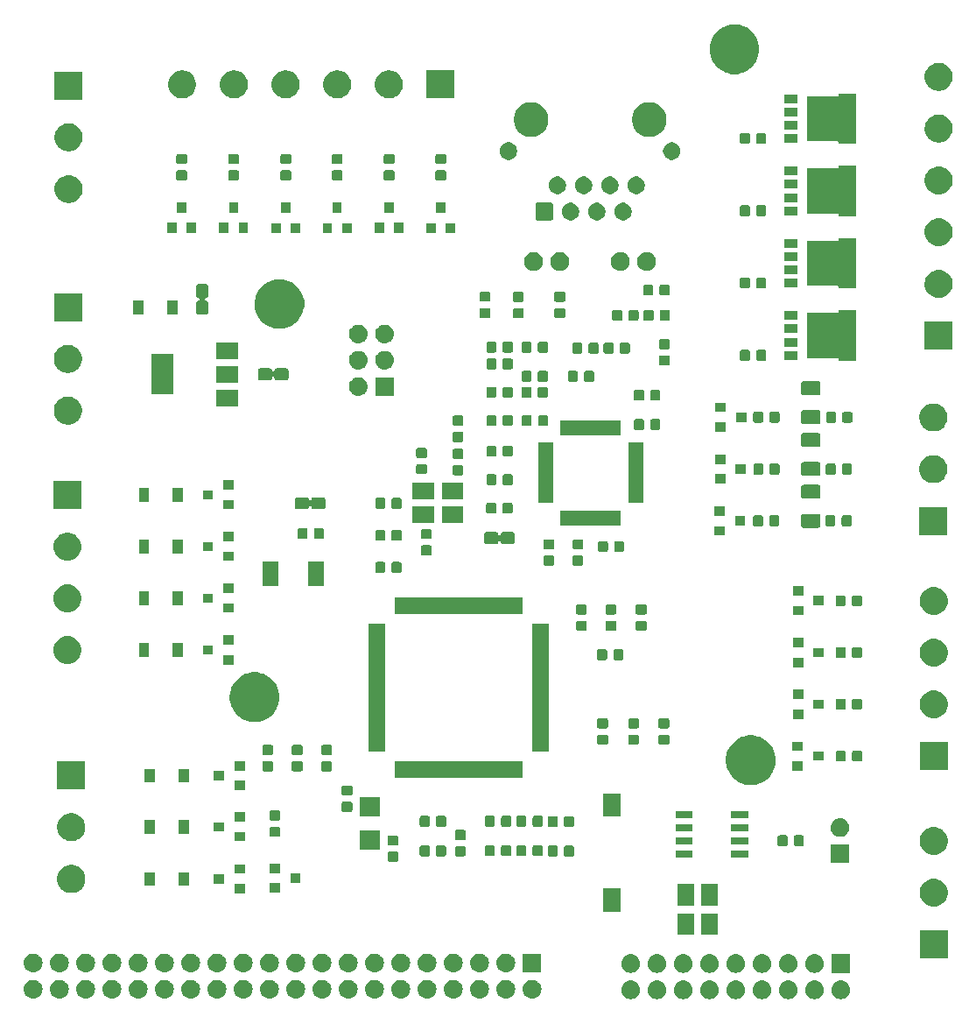
<source format=gbr>
%TF.GenerationSoftware,KiCad,Pcbnew,5.0.2+dfsg1-1*%
%TF.CreationDate,2021-02-11T15:39:11+01:00*%
%TF.ProjectId,ETH OPAMP DCMI FSMC CAN ENCODER CS1000,45544820-4f50-4414-9d50-2044434d4920,rev?*%
%TF.SameCoordinates,Original*%
%TF.FileFunction,Soldermask,Top*%
%TF.FilePolarity,Negative*%
%FSLAX46Y46*%
G04 Gerber Fmt 4.6, Leading zero omitted, Abs format (unit mm)*
G04 Created by KiCad (PCBNEW 5.0.2+dfsg1-1) date tor 11 feb 2021 15:39:11*
%MOMM*%
%LPD*%
G01*
G04 APERTURE LIST*
%ADD10C,0.100000*%
G04 APERTURE END LIST*
D10*
G36*
X217610443Y-129595519D02*
X217676627Y-129602037D01*
X217789853Y-129636384D01*
X217846467Y-129653557D01*
X217985087Y-129727652D01*
X218002991Y-129737222D01*
X218038729Y-129766552D01*
X218140186Y-129849814D01*
X218202718Y-129926011D01*
X218252778Y-129987009D01*
X218252779Y-129987011D01*
X218336443Y-130143533D01*
X218336443Y-130143534D01*
X218387963Y-130313373D01*
X218405359Y-130490000D01*
X218387963Y-130666627D01*
X218354947Y-130775466D01*
X218336443Y-130836467D01*
X218262348Y-130975087D01*
X218252778Y-130992991D01*
X218223448Y-131028729D01*
X218140186Y-131130186D01*
X218038729Y-131213448D01*
X218002991Y-131242778D01*
X218002989Y-131242779D01*
X217846467Y-131326443D01*
X217789853Y-131343616D01*
X217676627Y-131377963D01*
X217610443Y-131384481D01*
X217544260Y-131391000D01*
X217455740Y-131391000D01*
X217389557Y-131384481D01*
X217323373Y-131377963D01*
X217210147Y-131343616D01*
X217153533Y-131326443D01*
X216997011Y-131242779D01*
X216997009Y-131242778D01*
X216961271Y-131213448D01*
X216859814Y-131130186D01*
X216776552Y-131028729D01*
X216747222Y-130992991D01*
X216737652Y-130975087D01*
X216663557Y-130836467D01*
X216645053Y-130775466D01*
X216612037Y-130666627D01*
X216594641Y-130490000D01*
X216612037Y-130313373D01*
X216663557Y-130143534D01*
X216663557Y-130143533D01*
X216747221Y-129987011D01*
X216747222Y-129987009D01*
X216797282Y-129926011D01*
X216859814Y-129849814D01*
X216961271Y-129766552D01*
X216997009Y-129737222D01*
X217014913Y-129727652D01*
X217153533Y-129653557D01*
X217210147Y-129636384D01*
X217323373Y-129602037D01*
X217389557Y-129595519D01*
X217455740Y-129589000D01*
X217544260Y-129589000D01*
X217610443Y-129595519D01*
X217610443Y-129595519D01*
G37*
G36*
X215070443Y-129595519D02*
X215136627Y-129602037D01*
X215249853Y-129636384D01*
X215306467Y-129653557D01*
X215445087Y-129727652D01*
X215462991Y-129737222D01*
X215498729Y-129766552D01*
X215600186Y-129849814D01*
X215662718Y-129926011D01*
X215712778Y-129987009D01*
X215712779Y-129987011D01*
X215796443Y-130143533D01*
X215796443Y-130143534D01*
X215847963Y-130313373D01*
X215865359Y-130490000D01*
X215847963Y-130666627D01*
X215814947Y-130775466D01*
X215796443Y-130836467D01*
X215722348Y-130975087D01*
X215712778Y-130992991D01*
X215683448Y-131028729D01*
X215600186Y-131130186D01*
X215498729Y-131213448D01*
X215462991Y-131242778D01*
X215462989Y-131242779D01*
X215306467Y-131326443D01*
X215249853Y-131343616D01*
X215136627Y-131377963D01*
X215070443Y-131384481D01*
X215004260Y-131391000D01*
X214915740Y-131391000D01*
X214849557Y-131384481D01*
X214783373Y-131377963D01*
X214670147Y-131343616D01*
X214613533Y-131326443D01*
X214457011Y-131242779D01*
X214457009Y-131242778D01*
X214421271Y-131213448D01*
X214319814Y-131130186D01*
X214236552Y-131028729D01*
X214207222Y-130992991D01*
X214197652Y-130975087D01*
X214123557Y-130836467D01*
X214105053Y-130775466D01*
X214072037Y-130666627D01*
X214054641Y-130490000D01*
X214072037Y-130313373D01*
X214123557Y-130143534D01*
X214123557Y-130143533D01*
X214207221Y-129987011D01*
X214207222Y-129987009D01*
X214257282Y-129926011D01*
X214319814Y-129849814D01*
X214421271Y-129766552D01*
X214457009Y-129737222D01*
X214474913Y-129727652D01*
X214613533Y-129653557D01*
X214670147Y-129636384D01*
X214783373Y-129602037D01*
X214849557Y-129595519D01*
X214915740Y-129589000D01*
X215004260Y-129589000D01*
X215070443Y-129595519D01*
X215070443Y-129595519D01*
G37*
G36*
X212530443Y-129595519D02*
X212596627Y-129602037D01*
X212709853Y-129636384D01*
X212766467Y-129653557D01*
X212905087Y-129727652D01*
X212922991Y-129737222D01*
X212958729Y-129766552D01*
X213060186Y-129849814D01*
X213122718Y-129926011D01*
X213172778Y-129987009D01*
X213172779Y-129987011D01*
X213256443Y-130143533D01*
X213256443Y-130143534D01*
X213307963Y-130313373D01*
X213325359Y-130490000D01*
X213307963Y-130666627D01*
X213274947Y-130775466D01*
X213256443Y-130836467D01*
X213182348Y-130975087D01*
X213172778Y-130992991D01*
X213143448Y-131028729D01*
X213060186Y-131130186D01*
X212958729Y-131213448D01*
X212922991Y-131242778D01*
X212922989Y-131242779D01*
X212766467Y-131326443D01*
X212709853Y-131343616D01*
X212596627Y-131377963D01*
X212530443Y-131384481D01*
X212464260Y-131391000D01*
X212375740Y-131391000D01*
X212309557Y-131384481D01*
X212243373Y-131377963D01*
X212130147Y-131343616D01*
X212073533Y-131326443D01*
X211917011Y-131242779D01*
X211917009Y-131242778D01*
X211881271Y-131213448D01*
X211779814Y-131130186D01*
X211696552Y-131028729D01*
X211667222Y-130992991D01*
X211657652Y-130975087D01*
X211583557Y-130836467D01*
X211565053Y-130775466D01*
X211532037Y-130666627D01*
X211514641Y-130490000D01*
X211532037Y-130313373D01*
X211583557Y-130143534D01*
X211583557Y-130143533D01*
X211667221Y-129987011D01*
X211667222Y-129987009D01*
X211717282Y-129926011D01*
X211779814Y-129849814D01*
X211881271Y-129766552D01*
X211917009Y-129737222D01*
X211934913Y-129727652D01*
X212073533Y-129653557D01*
X212130147Y-129636384D01*
X212243373Y-129602037D01*
X212309557Y-129595519D01*
X212375740Y-129589000D01*
X212464260Y-129589000D01*
X212530443Y-129595519D01*
X212530443Y-129595519D01*
G37*
G36*
X209990443Y-129595519D02*
X210056627Y-129602037D01*
X210169853Y-129636384D01*
X210226467Y-129653557D01*
X210365087Y-129727652D01*
X210382991Y-129737222D01*
X210418729Y-129766552D01*
X210520186Y-129849814D01*
X210582718Y-129926011D01*
X210632778Y-129987009D01*
X210632779Y-129987011D01*
X210716443Y-130143533D01*
X210716443Y-130143534D01*
X210767963Y-130313373D01*
X210785359Y-130490000D01*
X210767963Y-130666627D01*
X210734947Y-130775466D01*
X210716443Y-130836467D01*
X210642348Y-130975087D01*
X210632778Y-130992991D01*
X210603448Y-131028729D01*
X210520186Y-131130186D01*
X210418729Y-131213448D01*
X210382991Y-131242778D01*
X210382989Y-131242779D01*
X210226467Y-131326443D01*
X210169853Y-131343616D01*
X210056627Y-131377963D01*
X209990443Y-131384481D01*
X209924260Y-131391000D01*
X209835740Y-131391000D01*
X209769557Y-131384481D01*
X209703373Y-131377963D01*
X209590147Y-131343616D01*
X209533533Y-131326443D01*
X209377011Y-131242779D01*
X209377009Y-131242778D01*
X209341271Y-131213448D01*
X209239814Y-131130186D01*
X209156552Y-131028729D01*
X209127222Y-130992991D01*
X209117652Y-130975087D01*
X209043557Y-130836467D01*
X209025053Y-130775466D01*
X208992037Y-130666627D01*
X208974641Y-130490000D01*
X208992037Y-130313373D01*
X209043557Y-130143534D01*
X209043557Y-130143533D01*
X209127221Y-129987011D01*
X209127222Y-129987009D01*
X209177282Y-129926011D01*
X209239814Y-129849814D01*
X209341271Y-129766552D01*
X209377009Y-129737222D01*
X209394913Y-129727652D01*
X209533533Y-129653557D01*
X209590147Y-129636384D01*
X209703373Y-129602037D01*
X209769557Y-129595519D01*
X209835740Y-129589000D01*
X209924260Y-129589000D01*
X209990443Y-129595519D01*
X209990443Y-129595519D01*
G37*
G36*
X207450443Y-129595519D02*
X207516627Y-129602037D01*
X207629853Y-129636384D01*
X207686467Y-129653557D01*
X207825087Y-129727652D01*
X207842991Y-129737222D01*
X207878729Y-129766552D01*
X207980186Y-129849814D01*
X208042718Y-129926011D01*
X208092778Y-129987009D01*
X208092779Y-129987011D01*
X208176443Y-130143533D01*
X208176443Y-130143534D01*
X208227963Y-130313373D01*
X208245359Y-130490000D01*
X208227963Y-130666627D01*
X208194947Y-130775466D01*
X208176443Y-130836467D01*
X208102348Y-130975087D01*
X208092778Y-130992991D01*
X208063448Y-131028729D01*
X207980186Y-131130186D01*
X207878729Y-131213448D01*
X207842991Y-131242778D01*
X207842989Y-131242779D01*
X207686467Y-131326443D01*
X207629853Y-131343616D01*
X207516627Y-131377963D01*
X207450443Y-131384481D01*
X207384260Y-131391000D01*
X207295740Y-131391000D01*
X207229557Y-131384481D01*
X207163373Y-131377963D01*
X207050147Y-131343616D01*
X206993533Y-131326443D01*
X206837011Y-131242779D01*
X206837009Y-131242778D01*
X206801271Y-131213448D01*
X206699814Y-131130186D01*
X206616552Y-131028729D01*
X206587222Y-130992991D01*
X206577652Y-130975087D01*
X206503557Y-130836467D01*
X206485053Y-130775466D01*
X206452037Y-130666627D01*
X206434641Y-130490000D01*
X206452037Y-130313373D01*
X206503557Y-130143534D01*
X206503557Y-130143533D01*
X206587221Y-129987011D01*
X206587222Y-129987009D01*
X206637282Y-129926011D01*
X206699814Y-129849814D01*
X206801271Y-129766552D01*
X206837009Y-129737222D01*
X206854913Y-129727652D01*
X206993533Y-129653557D01*
X207050147Y-129636384D01*
X207163373Y-129602037D01*
X207229557Y-129595519D01*
X207295740Y-129589000D01*
X207384260Y-129589000D01*
X207450443Y-129595519D01*
X207450443Y-129595519D01*
G37*
G36*
X202370443Y-129595519D02*
X202436627Y-129602037D01*
X202549853Y-129636384D01*
X202606467Y-129653557D01*
X202745087Y-129727652D01*
X202762991Y-129737222D01*
X202798729Y-129766552D01*
X202900186Y-129849814D01*
X202962718Y-129926011D01*
X203012778Y-129987009D01*
X203012779Y-129987011D01*
X203096443Y-130143533D01*
X203096443Y-130143534D01*
X203147963Y-130313373D01*
X203165359Y-130490000D01*
X203147963Y-130666627D01*
X203114947Y-130775466D01*
X203096443Y-130836467D01*
X203022348Y-130975087D01*
X203012778Y-130992991D01*
X202983448Y-131028729D01*
X202900186Y-131130186D01*
X202798729Y-131213448D01*
X202762991Y-131242778D01*
X202762989Y-131242779D01*
X202606467Y-131326443D01*
X202549853Y-131343616D01*
X202436627Y-131377963D01*
X202370443Y-131384481D01*
X202304260Y-131391000D01*
X202215740Y-131391000D01*
X202149557Y-131384481D01*
X202083373Y-131377963D01*
X201970147Y-131343616D01*
X201913533Y-131326443D01*
X201757011Y-131242779D01*
X201757009Y-131242778D01*
X201721271Y-131213448D01*
X201619814Y-131130186D01*
X201536552Y-131028729D01*
X201507222Y-130992991D01*
X201497652Y-130975087D01*
X201423557Y-130836467D01*
X201405053Y-130775466D01*
X201372037Y-130666627D01*
X201354641Y-130490000D01*
X201372037Y-130313373D01*
X201423557Y-130143534D01*
X201423557Y-130143533D01*
X201507221Y-129987011D01*
X201507222Y-129987009D01*
X201557282Y-129926011D01*
X201619814Y-129849814D01*
X201721271Y-129766552D01*
X201757009Y-129737222D01*
X201774913Y-129727652D01*
X201913533Y-129653557D01*
X201970147Y-129636384D01*
X202083373Y-129602037D01*
X202149557Y-129595519D01*
X202215740Y-129589000D01*
X202304260Y-129589000D01*
X202370443Y-129595519D01*
X202370443Y-129595519D01*
G37*
G36*
X199830443Y-129595519D02*
X199896627Y-129602037D01*
X200009853Y-129636384D01*
X200066467Y-129653557D01*
X200205087Y-129727652D01*
X200222991Y-129737222D01*
X200258729Y-129766552D01*
X200360186Y-129849814D01*
X200422718Y-129926011D01*
X200472778Y-129987009D01*
X200472779Y-129987011D01*
X200556443Y-130143533D01*
X200556443Y-130143534D01*
X200607963Y-130313373D01*
X200625359Y-130490000D01*
X200607963Y-130666627D01*
X200574947Y-130775466D01*
X200556443Y-130836467D01*
X200482348Y-130975087D01*
X200472778Y-130992991D01*
X200443448Y-131028729D01*
X200360186Y-131130186D01*
X200258729Y-131213448D01*
X200222991Y-131242778D01*
X200222989Y-131242779D01*
X200066467Y-131326443D01*
X200009853Y-131343616D01*
X199896627Y-131377963D01*
X199830443Y-131384481D01*
X199764260Y-131391000D01*
X199675740Y-131391000D01*
X199609557Y-131384481D01*
X199543373Y-131377963D01*
X199430147Y-131343616D01*
X199373533Y-131326443D01*
X199217011Y-131242779D01*
X199217009Y-131242778D01*
X199181271Y-131213448D01*
X199079814Y-131130186D01*
X198996552Y-131028729D01*
X198967222Y-130992991D01*
X198957652Y-130975087D01*
X198883557Y-130836467D01*
X198865053Y-130775466D01*
X198832037Y-130666627D01*
X198814641Y-130490000D01*
X198832037Y-130313373D01*
X198883557Y-130143534D01*
X198883557Y-130143533D01*
X198967221Y-129987011D01*
X198967222Y-129987009D01*
X199017282Y-129926011D01*
X199079814Y-129849814D01*
X199181271Y-129766552D01*
X199217009Y-129737222D01*
X199234913Y-129727652D01*
X199373533Y-129653557D01*
X199430147Y-129636384D01*
X199543373Y-129602037D01*
X199609557Y-129595519D01*
X199675740Y-129589000D01*
X199764260Y-129589000D01*
X199830443Y-129595519D01*
X199830443Y-129595519D01*
G37*
G36*
X197290443Y-129595519D02*
X197356627Y-129602037D01*
X197469853Y-129636384D01*
X197526467Y-129653557D01*
X197665087Y-129727652D01*
X197682991Y-129737222D01*
X197718729Y-129766552D01*
X197820186Y-129849814D01*
X197882718Y-129926011D01*
X197932778Y-129987009D01*
X197932779Y-129987011D01*
X198016443Y-130143533D01*
X198016443Y-130143534D01*
X198067963Y-130313373D01*
X198085359Y-130490000D01*
X198067963Y-130666627D01*
X198034947Y-130775466D01*
X198016443Y-130836467D01*
X197942348Y-130975087D01*
X197932778Y-130992991D01*
X197903448Y-131028729D01*
X197820186Y-131130186D01*
X197718729Y-131213448D01*
X197682991Y-131242778D01*
X197682989Y-131242779D01*
X197526467Y-131326443D01*
X197469853Y-131343616D01*
X197356627Y-131377963D01*
X197290443Y-131384481D01*
X197224260Y-131391000D01*
X197135740Y-131391000D01*
X197069557Y-131384481D01*
X197003373Y-131377963D01*
X196890147Y-131343616D01*
X196833533Y-131326443D01*
X196677011Y-131242779D01*
X196677009Y-131242778D01*
X196641271Y-131213448D01*
X196539814Y-131130186D01*
X196456552Y-131028729D01*
X196427222Y-130992991D01*
X196417652Y-130975087D01*
X196343557Y-130836467D01*
X196325053Y-130775466D01*
X196292037Y-130666627D01*
X196274641Y-130490000D01*
X196292037Y-130313373D01*
X196343557Y-130143534D01*
X196343557Y-130143533D01*
X196427221Y-129987011D01*
X196427222Y-129987009D01*
X196477282Y-129926011D01*
X196539814Y-129849814D01*
X196641271Y-129766552D01*
X196677009Y-129737222D01*
X196694913Y-129727652D01*
X196833533Y-129653557D01*
X196890147Y-129636384D01*
X197003373Y-129602037D01*
X197069557Y-129595519D01*
X197135740Y-129589000D01*
X197224260Y-129589000D01*
X197290443Y-129595519D01*
X197290443Y-129595519D01*
G37*
G36*
X204910443Y-129595519D02*
X204976627Y-129602037D01*
X205089853Y-129636384D01*
X205146467Y-129653557D01*
X205285087Y-129727652D01*
X205302991Y-129737222D01*
X205338729Y-129766552D01*
X205440186Y-129849814D01*
X205502718Y-129926011D01*
X205552778Y-129987009D01*
X205552779Y-129987011D01*
X205636443Y-130143533D01*
X205636443Y-130143534D01*
X205687963Y-130313373D01*
X205705359Y-130490000D01*
X205687963Y-130666627D01*
X205654947Y-130775466D01*
X205636443Y-130836467D01*
X205562348Y-130975087D01*
X205552778Y-130992991D01*
X205523448Y-131028729D01*
X205440186Y-131130186D01*
X205338729Y-131213448D01*
X205302991Y-131242778D01*
X205302989Y-131242779D01*
X205146467Y-131326443D01*
X205089853Y-131343616D01*
X204976627Y-131377963D01*
X204910443Y-131384481D01*
X204844260Y-131391000D01*
X204755740Y-131391000D01*
X204689557Y-131384481D01*
X204623373Y-131377963D01*
X204510147Y-131343616D01*
X204453533Y-131326443D01*
X204297011Y-131242779D01*
X204297009Y-131242778D01*
X204261271Y-131213448D01*
X204159814Y-131130186D01*
X204076552Y-131028729D01*
X204047222Y-130992991D01*
X204037652Y-130975087D01*
X203963557Y-130836467D01*
X203945053Y-130775466D01*
X203912037Y-130666627D01*
X203894641Y-130490000D01*
X203912037Y-130313373D01*
X203963557Y-130143534D01*
X203963557Y-130143533D01*
X204047221Y-129987011D01*
X204047222Y-129987009D01*
X204097282Y-129926011D01*
X204159814Y-129849814D01*
X204261271Y-129766552D01*
X204297009Y-129737222D01*
X204314913Y-129727652D01*
X204453533Y-129653557D01*
X204510147Y-129636384D01*
X204623373Y-129602037D01*
X204689557Y-129595519D01*
X204755740Y-129589000D01*
X204844260Y-129589000D01*
X204910443Y-129595519D01*
X204910443Y-129595519D01*
G37*
G36*
X144572443Y-129534519D02*
X144638627Y-129541037D01*
X144751853Y-129575384D01*
X144808467Y-129592557D01*
X144922588Y-129653557D01*
X144964991Y-129676222D01*
X145000729Y-129705552D01*
X145102186Y-129788814D01*
X145152247Y-129849815D01*
X145214778Y-129926009D01*
X145214779Y-129926011D01*
X145298443Y-130082533D01*
X145298443Y-130082534D01*
X145349963Y-130252373D01*
X145367359Y-130429000D01*
X145349963Y-130605627D01*
X145331459Y-130666625D01*
X145298443Y-130775467D01*
X145265838Y-130836466D01*
X145214778Y-130931991D01*
X145185448Y-130967729D01*
X145102186Y-131069186D01*
X145027857Y-131130185D01*
X144964991Y-131181778D01*
X144964989Y-131181779D01*
X144808467Y-131265443D01*
X144751853Y-131282616D01*
X144638627Y-131316963D01*
X144572443Y-131323481D01*
X144506260Y-131330000D01*
X144417740Y-131330000D01*
X144351557Y-131323481D01*
X144285373Y-131316963D01*
X144172147Y-131282616D01*
X144115533Y-131265443D01*
X143959011Y-131181779D01*
X143959009Y-131181778D01*
X143896143Y-131130185D01*
X143821814Y-131069186D01*
X143738552Y-130967729D01*
X143709222Y-130931991D01*
X143658162Y-130836466D01*
X143625557Y-130775467D01*
X143592541Y-130666625D01*
X143574037Y-130605627D01*
X143556641Y-130429000D01*
X143574037Y-130252373D01*
X143625557Y-130082534D01*
X143625557Y-130082533D01*
X143709221Y-129926011D01*
X143709222Y-129926009D01*
X143771753Y-129849815D01*
X143821814Y-129788814D01*
X143923271Y-129705552D01*
X143959009Y-129676222D01*
X144001412Y-129653557D01*
X144115533Y-129592557D01*
X144172147Y-129575384D01*
X144285373Y-129541037D01*
X144351557Y-129534519D01*
X144417740Y-129528000D01*
X144506260Y-129528000D01*
X144572443Y-129534519D01*
X144572443Y-129534519D01*
G37*
G36*
X139492443Y-129534519D02*
X139558627Y-129541037D01*
X139671853Y-129575384D01*
X139728467Y-129592557D01*
X139842588Y-129653557D01*
X139884991Y-129676222D01*
X139920729Y-129705552D01*
X140022186Y-129788814D01*
X140072247Y-129849815D01*
X140134778Y-129926009D01*
X140134779Y-129926011D01*
X140218443Y-130082533D01*
X140218443Y-130082534D01*
X140269963Y-130252373D01*
X140287359Y-130429000D01*
X140269963Y-130605627D01*
X140251459Y-130666625D01*
X140218443Y-130775467D01*
X140185838Y-130836466D01*
X140134778Y-130931991D01*
X140105448Y-130967729D01*
X140022186Y-131069186D01*
X139947857Y-131130185D01*
X139884991Y-131181778D01*
X139884989Y-131181779D01*
X139728467Y-131265443D01*
X139671853Y-131282616D01*
X139558627Y-131316963D01*
X139492443Y-131323481D01*
X139426260Y-131330000D01*
X139337740Y-131330000D01*
X139271557Y-131323481D01*
X139205373Y-131316963D01*
X139092147Y-131282616D01*
X139035533Y-131265443D01*
X138879011Y-131181779D01*
X138879009Y-131181778D01*
X138816143Y-131130185D01*
X138741814Y-131069186D01*
X138658552Y-130967729D01*
X138629222Y-130931991D01*
X138578162Y-130836466D01*
X138545557Y-130775467D01*
X138512541Y-130666625D01*
X138494037Y-130605627D01*
X138476641Y-130429000D01*
X138494037Y-130252373D01*
X138545557Y-130082534D01*
X138545557Y-130082533D01*
X138629221Y-129926011D01*
X138629222Y-129926009D01*
X138691753Y-129849815D01*
X138741814Y-129788814D01*
X138843271Y-129705552D01*
X138879009Y-129676222D01*
X138921412Y-129653557D01*
X139035533Y-129592557D01*
X139092147Y-129575384D01*
X139205373Y-129541037D01*
X139271557Y-129534519D01*
X139337740Y-129528000D01*
X139426260Y-129528000D01*
X139492443Y-129534519D01*
X139492443Y-129534519D01*
G37*
G36*
X142032443Y-129534519D02*
X142098627Y-129541037D01*
X142211853Y-129575384D01*
X142268467Y-129592557D01*
X142382588Y-129653557D01*
X142424991Y-129676222D01*
X142460729Y-129705552D01*
X142562186Y-129788814D01*
X142612247Y-129849815D01*
X142674778Y-129926009D01*
X142674779Y-129926011D01*
X142758443Y-130082533D01*
X142758443Y-130082534D01*
X142809963Y-130252373D01*
X142827359Y-130429000D01*
X142809963Y-130605627D01*
X142791459Y-130666625D01*
X142758443Y-130775467D01*
X142725838Y-130836466D01*
X142674778Y-130931991D01*
X142645448Y-130967729D01*
X142562186Y-131069186D01*
X142487857Y-131130185D01*
X142424991Y-131181778D01*
X142424989Y-131181779D01*
X142268467Y-131265443D01*
X142211853Y-131282616D01*
X142098627Y-131316963D01*
X142032443Y-131323481D01*
X141966260Y-131330000D01*
X141877740Y-131330000D01*
X141811557Y-131323481D01*
X141745373Y-131316963D01*
X141632147Y-131282616D01*
X141575533Y-131265443D01*
X141419011Y-131181779D01*
X141419009Y-131181778D01*
X141356143Y-131130185D01*
X141281814Y-131069186D01*
X141198552Y-130967729D01*
X141169222Y-130931991D01*
X141118162Y-130836466D01*
X141085557Y-130775467D01*
X141052541Y-130666625D01*
X141034037Y-130605627D01*
X141016641Y-130429000D01*
X141034037Y-130252373D01*
X141085557Y-130082534D01*
X141085557Y-130082533D01*
X141169221Y-129926011D01*
X141169222Y-129926009D01*
X141231753Y-129849815D01*
X141281814Y-129788814D01*
X141383271Y-129705552D01*
X141419009Y-129676222D01*
X141461412Y-129653557D01*
X141575533Y-129592557D01*
X141632147Y-129575384D01*
X141745373Y-129541037D01*
X141811557Y-129534519D01*
X141877740Y-129528000D01*
X141966260Y-129528000D01*
X142032443Y-129534519D01*
X142032443Y-129534519D01*
G37*
G36*
X147112443Y-129534519D02*
X147178627Y-129541037D01*
X147291853Y-129575384D01*
X147348467Y-129592557D01*
X147462588Y-129653557D01*
X147504991Y-129676222D01*
X147540729Y-129705552D01*
X147642186Y-129788814D01*
X147692247Y-129849815D01*
X147754778Y-129926009D01*
X147754779Y-129926011D01*
X147838443Y-130082533D01*
X147838443Y-130082534D01*
X147889963Y-130252373D01*
X147907359Y-130429000D01*
X147889963Y-130605627D01*
X147871459Y-130666625D01*
X147838443Y-130775467D01*
X147805838Y-130836466D01*
X147754778Y-130931991D01*
X147725448Y-130967729D01*
X147642186Y-131069186D01*
X147567857Y-131130185D01*
X147504991Y-131181778D01*
X147504989Y-131181779D01*
X147348467Y-131265443D01*
X147291853Y-131282616D01*
X147178627Y-131316963D01*
X147112443Y-131323481D01*
X147046260Y-131330000D01*
X146957740Y-131330000D01*
X146891557Y-131323481D01*
X146825373Y-131316963D01*
X146712147Y-131282616D01*
X146655533Y-131265443D01*
X146499011Y-131181779D01*
X146499009Y-131181778D01*
X146436143Y-131130185D01*
X146361814Y-131069186D01*
X146278552Y-130967729D01*
X146249222Y-130931991D01*
X146198162Y-130836466D01*
X146165557Y-130775467D01*
X146132541Y-130666625D01*
X146114037Y-130605627D01*
X146096641Y-130429000D01*
X146114037Y-130252373D01*
X146165557Y-130082534D01*
X146165557Y-130082533D01*
X146249221Y-129926011D01*
X146249222Y-129926009D01*
X146311753Y-129849815D01*
X146361814Y-129788814D01*
X146463271Y-129705552D01*
X146499009Y-129676222D01*
X146541412Y-129653557D01*
X146655533Y-129592557D01*
X146712147Y-129575384D01*
X146825373Y-129541037D01*
X146891557Y-129534519D01*
X146957740Y-129528000D01*
X147046260Y-129528000D01*
X147112443Y-129534519D01*
X147112443Y-129534519D01*
G37*
G36*
X149652443Y-129534519D02*
X149718627Y-129541037D01*
X149831853Y-129575384D01*
X149888467Y-129592557D01*
X150002588Y-129653557D01*
X150044991Y-129676222D01*
X150080729Y-129705552D01*
X150182186Y-129788814D01*
X150232247Y-129849815D01*
X150294778Y-129926009D01*
X150294779Y-129926011D01*
X150378443Y-130082533D01*
X150378443Y-130082534D01*
X150429963Y-130252373D01*
X150447359Y-130429000D01*
X150429963Y-130605627D01*
X150411459Y-130666625D01*
X150378443Y-130775467D01*
X150345838Y-130836466D01*
X150294778Y-130931991D01*
X150265448Y-130967729D01*
X150182186Y-131069186D01*
X150107857Y-131130185D01*
X150044991Y-131181778D01*
X150044989Y-131181779D01*
X149888467Y-131265443D01*
X149831853Y-131282616D01*
X149718627Y-131316963D01*
X149652443Y-131323481D01*
X149586260Y-131330000D01*
X149497740Y-131330000D01*
X149431557Y-131323481D01*
X149365373Y-131316963D01*
X149252147Y-131282616D01*
X149195533Y-131265443D01*
X149039011Y-131181779D01*
X149039009Y-131181778D01*
X148976143Y-131130185D01*
X148901814Y-131069186D01*
X148818552Y-130967729D01*
X148789222Y-130931991D01*
X148738162Y-130836466D01*
X148705557Y-130775467D01*
X148672541Y-130666625D01*
X148654037Y-130605627D01*
X148636641Y-130429000D01*
X148654037Y-130252373D01*
X148705557Y-130082534D01*
X148705557Y-130082533D01*
X148789221Y-129926011D01*
X148789222Y-129926009D01*
X148851753Y-129849815D01*
X148901814Y-129788814D01*
X149003271Y-129705552D01*
X149039009Y-129676222D01*
X149081412Y-129653557D01*
X149195533Y-129592557D01*
X149252147Y-129575384D01*
X149365373Y-129541037D01*
X149431557Y-129534519D01*
X149497740Y-129528000D01*
X149586260Y-129528000D01*
X149652443Y-129534519D01*
X149652443Y-129534519D01*
G37*
G36*
X152192443Y-129534519D02*
X152258627Y-129541037D01*
X152371853Y-129575384D01*
X152428467Y-129592557D01*
X152542588Y-129653557D01*
X152584991Y-129676222D01*
X152620729Y-129705552D01*
X152722186Y-129788814D01*
X152772247Y-129849815D01*
X152834778Y-129926009D01*
X152834779Y-129926011D01*
X152918443Y-130082533D01*
X152918443Y-130082534D01*
X152969963Y-130252373D01*
X152987359Y-130429000D01*
X152969963Y-130605627D01*
X152951459Y-130666625D01*
X152918443Y-130775467D01*
X152885838Y-130836466D01*
X152834778Y-130931991D01*
X152805448Y-130967729D01*
X152722186Y-131069186D01*
X152647857Y-131130185D01*
X152584991Y-131181778D01*
X152584989Y-131181779D01*
X152428467Y-131265443D01*
X152371853Y-131282616D01*
X152258627Y-131316963D01*
X152192443Y-131323481D01*
X152126260Y-131330000D01*
X152037740Y-131330000D01*
X151971557Y-131323481D01*
X151905373Y-131316963D01*
X151792147Y-131282616D01*
X151735533Y-131265443D01*
X151579011Y-131181779D01*
X151579009Y-131181778D01*
X151516143Y-131130185D01*
X151441814Y-131069186D01*
X151358552Y-130967729D01*
X151329222Y-130931991D01*
X151278162Y-130836466D01*
X151245557Y-130775467D01*
X151212541Y-130666625D01*
X151194037Y-130605627D01*
X151176641Y-130429000D01*
X151194037Y-130252373D01*
X151245557Y-130082534D01*
X151245557Y-130082533D01*
X151329221Y-129926011D01*
X151329222Y-129926009D01*
X151391753Y-129849815D01*
X151441814Y-129788814D01*
X151543271Y-129705552D01*
X151579009Y-129676222D01*
X151621412Y-129653557D01*
X151735533Y-129592557D01*
X151792147Y-129575384D01*
X151905373Y-129541037D01*
X151971557Y-129534519D01*
X152037740Y-129528000D01*
X152126260Y-129528000D01*
X152192443Y-129534519D01*
X152192443Y-129534519D01*
G37*
G36*
X154732443Y-129534519D02*
X154798627Y-129541037D01*
X154911853Y-129575384D01*
X154968467Y-129592557D01*
X155082588Y-129653557D01*
X155124991Y-129676222D01*
X155160729Y-129705552D01*
X155262186Y-129788814D01*
X155312247Y-129849815D01*
X155374778Y-129926009D01*
X155374779Y-129926011D01*
X155458443Y-130082533D01*
X155458443Y-130082534D01*
X155509963Y-130252373D01*
X155527359Y-130429000D01*
X155509963Y-130605627D01*
X155491459Y-130666625D01*
X155458443Y-130775467D01*
X155425838Y-130836466D01*
X155374778Y-130931991D01*
X155345448Y-130967729D01*
X155262186Y-131069186D01*
X155187857Y-131130185D01*
X155124991Y-131181778D01*
X155124989Y-131181779D01*
X154968467Y-131265443D01*
X154911853Y-131282616D01*
X154798627Y-131316963D01*
X154732443Y-131323481D01*
X154666260Y-131330000D01*
X154577740Y-131330000D01*
X154511557Y-131323481D01*
X154445373Y-131316963D01*
X154332147Y-131282616D01*
X154275533Y-131265443D01*
X154119011Y-131181779D01*
X154119009Y-131181778D01*
X154056143Y-131130185D01*
X153981814Y-131069186D01*
X153898552Y-130967729D01*
X153869222Y-130931991D01*
X153818162Y-130836466D01*
X153785557Y-130775467D01*
X153752541Y-130666625D01*
X153734037Y-130605627D01*
X153716641Y-130429000D01*
X153734037Y-130252373D01*
X153785557Y-130082534D01*
X153785557Y-130082533D01*
X153869221Y-129926011D01*
X153869222Y-129926009D01*
X153931753Y-129849815D01*
X153981814Y-129788814D01*
X154083271Y-129705552D01*
X154119009Y-129676222D01*
X154161412Y-129653557D01*
X154275533Y-129592557D01*
X154332147Y-129575384D01*
X154445373Y-129541037D01*
X154511557Y-129534519D01*
X154577740Y-129528000D01*
X154666260Y-129528000D01*
X154732443Y-129534519D01*
X154732443Y-129534519D01*
G37*
G36*
X157272443Y-129534519D02*
X157338627Y-129541037D01*
X157451853Y-129575384D01*
X157508467Y-129592557D01*
X157622588Y-129653557D01*
X157664991Y-129676222D01*
X157700729Y-129705552D01*
X157802186Y-129788814D01*
X157852247Y-129849815D01*
X157914778Y-129926009D01*
X157914779Y-129926011D01*
X157998443Y-130082533D01*
X157998443Y-130082534D01*
X158049963Y-130252373D01*
X158067359Y-130429000D01*
X158049963Y-130605627D01*
X158031459Y-130666625D01*
X157998443Y-130775467D01*
X157965838Y-130836466D01*
X157914778Y-130931991D01*
X157885448Y-130967729D01*
X157802186Y-131069186D01*
X157727857Y-131130185D01*
X157664991Y-131181778D01*
X157664989Y-131181779D01*
X157508467Y-131265443D01*
X157451853Y-131282616D01*
X157338627Y-131316963D01*
X157272443Y-131323481D01*
X157206260Y-131330000D01*
X157117740Y-131330000D01*
X157051557Y-131323481D01*
X156985373Y-131316963D01*
X156872147Y-131282616D01*
X156815533Y-131265443D01*
X156659011Y-131181779D01*
X156659009Y-131181778D01*
X156596143Y-131130185D01*
X156521814Y-131069186D01*
X156438552Y-130967729D01*
X156409222Y-130931991D01*
X156358162Y-130836466D01*
X156325557Y-130775467D01*
X156292541Y-130666625D01*
X156274037Y-130605627D01*
X156256641Y-130429000D01*
X156274037Y-130252373D01*
X156325557Y-130082534D01*
X156325557Y-130082533D01*
X156409221Y-129926011D01*
X156409222Y-129926009D01*
X156471753Y-129849815D01*
X156521814Y-129788814D01*
X156623271Y-129705552D01*
X156659009Y-129676222D01*
X156701412Y-129653557D01*
X156815533Y-129592557D01*
X156872147Y-129575384D01*
X156985373Y-129541037D01*
X157051557Y-129534519D01*
X157117740Y-129528000D01*
X157206260Y-129528000D01*
X157272443Y-129534519D01*
X157272443Y-129534519D01*
G37*
G36*
X159812443Y-129534519D02*
X159878627Y-129541037D01*
X159991853Y-129575384D01*
X160048467Y-129592557D01*
X160162588Y-129653557D01*
X160204991Y-129676222D01*
X160240729Y-129705552D01*
X160342186Y-129788814D01*
X160392247Y-129849815D01*
X160454778Y-129926009D01*
X160454779Y-129926011D01*
X160538443Y-130082533D01*
X160538443Y-130082534D01*
X160589963Y-130252373D01*
X160607359Y-130429000D01*
X160589963Y-130605627D01*
X160571459Y-130666625D01*
X160538443Y-130775467D01*
X160505838Y-130836466D01*
X160454778Y-130931991D01*
X160425448Y-130967729D01*
X160342186Y-131069186D01*
X160267857Y-131130185D01*
X160204991Y-131181778D01*
X160204989Y-131181779D01*
X160048467Y-131265443D01*
X159991853Y-131282616D01*
X159878627Y-131316963D01*
X159812443Y-131323481D01*
X159746260Y-131330000D01*
X159657740Y-131330000D01*
X159591557Y-131323481D01*
X159525373Y-131316963D01*
X159412147Y-131282616D01*
X159355533Y-131265443D01*
X159199011Y-131181779D01*
X159199009Y-131181778D01*
X159136143Y-131130185D01*
X159061814Y-131069186D01*
X158978552Y-130967729D01*
X158949222Y-130931991D01*
X158898162Y-130836466D01*
X158865557Y-130775467D01*
X158832541Y-130666625D01*
X158814037Y-130605627D01*
X158796641Y-130429000D01*
X158814037Y-130252373D01*
X158865557Y-130082534D01*
X158865557Y-130082533D01*
X158949221Y-129926011D01*
X158949222Y-129926009D01*
X159011753Y-129849815D01*
X159061814Y-129788814D01*
X159163271Y-129705552D01*
X159199009Y-129676222D01*
X159241412Y-129653557D01*
X159355533Y-129592557D01*
X159412147Y-129575384D01*
X159525373Y-129541037D01*
X159591557Y-129534519D01*
X159657740Y-129528000D01*
X159746260Y-129528000D01*
X159812443Y-129534519D01*
X159812443Y-129534519D01*
G37*
G36*
X185212443Y-129534519D02*
X185278627Y-129541037D01*
X185391853Y-129575384D01*
X185448467Y-129592557D01*
X185562588Y-129653557D01*
X185604991Y-129676222D01*
X185640729Y-129705552D01*
X185742186Y-129788814D01*
X185792247Y-129849815D01*
X185854778Y-129926009D01*
X185854779Y-129926011D01*
X185938443Y-130082533D01*
X185938443Y-130082534D01*
X185989963Y-130252373D01*
X186007359Y-130429000D01*
X185989963Y-130605627D01*
X185971459Y-130666625D01*
X185938443Y-130775467D01*
X185905838Y-130836466D01*
X185854778Y-130931991D01*
X185825448Y-130967729D01*
X185742186Y-131069186D01*
X185667857Y-131130185D01*
X185604991Y-131181778D01*
X185604989Y-131181779D01*
X185448467Y-131265443D01*
X185391853Y-131282616D01*
X185278627Y-131316963D01*
X185212443Y-131323481D01*
X185146260Y-131330000D01*
X185057740Y-131330000D01*
X184991557Y-131323481D01*
X184925373Y-131316963D01*
X184812147Y-131282616D01*
X184755533Y-131265443D01*
X184599011Y-131181779D01*
X184599009Y-131181778D01*
X184536143Y-131130185D01*
X184461814Y-131069186D01*
X184378552Y-130967729D01*
X184349222Y-130931991D01*
X184298162Y-130836466D01*
X184265557Y-130775467D01*
X184232541Y-130666625D01*
X184214037Y-130605627D01*
X184196641Y-130429000D01*
X184214037Y-130252373D01*
X184265557Y-130082534D01*
X184265557Y-130082533D01*
X184349221Y-129926011D01*
X184349222Y-129926009D01*
X184411753Y-129849815D01*
X184461814Y-129788814D01*
X184563271Y-129705552D01*
X184599009Y-129676222D01*
X184641412Y-129653557D01*
X184755533Y-129592557D01*
X184812147Y-129575384D01*
X184925373Y-129541037D01*
X184991557Y-129534519D01*
X185057740Y-129528000D01*
X185146260Y-129528000D01*
X185212443Y-129534519D01*
X185212443Y-129534519D01*
G37*
G36*
X180132443Y-129534519D02*
X180198627Y-129541037D01*
X180311853Y-129575384D01*
X180368467Y-129592557D01*
X180482588Y-129653557D01*
X180524991Y-129676222D01*
X180560729Y-129705552D01*
X180662186Y-129788814D01*
X180712247Y-129849815D01*
X180774778Y-129926009D01*
X180774779Y-129926011D01*
X180858443Y-130082533D01*
X180858443Y-130082534D01*
X180909963Y-130252373D01*
X180927359Y-130429000D01*
X180909963Y-130605627D01*
X180891459Y-130666625D01*
X180858443Y-130775467D01*
X180825838Y-130836466D01*
X180774778Y-130931991D01*
X180745448Y-130967729D01*
X180662186Y-131069186D01*
X180587857Y-131130185D01*
X180524991Y-131181778D01*
X180524989Y-131181779D01*
X180368467Y-131265443D01*
X180311853Y-131282616D01*
X180198627Y-131316963D01*
X180132443Y-131323481D01*
X180066260Y-131330000D01*
X179977740Y-131330000D01*
X179911557Y-131323481D01*
X179845373Y-131316963D01*
X179732147Y-131282616D01*
X179675533Y-131265443D01*
X179519011Y-131181779D01*
X179519009Y-131181778D01*
X179456143Y-131130185D01*
X179381814Y-131069186D01*
X179298552Y-130967729D01*
X179269222Y-130931991D01*
X179218162Y-130836466D01*
X179185557Y-130775467D01*
X179152541Y-130666625D01*
X179134037Y-130605627D01*
X179116641Y-130429000D01*
X179134037Y-130252373D01*
X179185557Y-130082534D01*
X179185557Y-130082533D01*
X179269221Y-129926011D01*
X179269222Y-129926009D01*
X179331753Y-129849815D01*
X179381814Y-129788814D01*
X179483271Y-129705552D01*
X179519009Y-129676222D01*
X179561412Y-129653557D01*
X179675533Y-129592557D01*
X179732147Y-129575384D01*
X179845373Y-129541037D01*
X179911557Y-129534519D01*
X179977740Y-129528000D01*
X180066260Y-129528000D01*
X180132443Y-129534519D01*
X180132443Y-129534519D01*
G37*
G36*
X177592443Y-129534519D02*
X177658627Y-129541037D01*
X177771853Y-129575384D01*
X177828467Y-129592557D01*
X177942588Y-129653557D01*
X177984991Y-129676222D01*
X178020729Y-129705552D01*
X178122186Y-129788814D01*
X178172247Y-129849815D01*
X178234778Y-129926009D01*
X178234779Y-129926011D01*
X178318443Y-130082533D01*
X178318443Y-130082534D01*
X178369963Y-130252373D01*
X178387359Y-130429000D01*
X178369963Y-130605627D01*
X178351459Y-130666625D01*
X178318443Y-130775467D01*
X178285838Y-130836466D01*
X178234778Y-130931991D01*
X178205448Y-130967729D01*
X178122186Y-131069186D01*
X178047857Y-131130185D01*
X177984991Y-131181778D01*
X177984989Y-131181779D01*
X177828467Y-131265443D01*
X177771853Y-131282616D01*
X177658627Y-131316963D01*
X177592443Y-131323481D01*
X177526260Y-131330000D01*
X177437740Y-131330000D01*
X177371557Y-131323481D01*
X177305373Y-131316963D01*
X177192147Y-131282616D01*
X177135533Y-131265443D01*
X176979011Y-131181779D01*
X176979009Y-131181778D01*
X176916143Y-131130185D01*
X176841814Y-131069186D01*
X176758552Y-130967729D01*
X176729222Y-130931991D01*
X176678162Y-130836466D01*
X176645557Y-130775467D01*
X176612541Y-130666625D01*
X176594037Y-130605627D01*
X176576641Y-130429000D01*
X176594037Y-130252373D01*
X176645557Y-130082534D01*
X176645557Y-130082533D01*
X176729221Y-129926011D01*
X176729222Y-129926009D01*
X176791753Y-129849815D01*
X176841814Y-129788814D01*
X176943271Y-129705552D01*
X176979009Y-129676222D01*
X177021412Y-129653557D01*
X177135533Y-129592557D01*
X177192147Y-129575384D01*
X177305373Y-129541037D01*
X177371557Y-129534519D01*
X177437740Y-129528000D01*
X177526260Y-129528000D01*
X177592443Y-129534519D01*
X177592443Y-129534519D01*
G37*
G36*
X175052443Y-129534519D02*
X175118627Y-129541037D01*
X175231853Y-129575384D01*
X175288467Y-129592557D01*
X175402588Y-129653557D01*
X175444991Y-129676222D01*
X175480729Y-129705552D01*
X175582186Y-129788814D01*
X175632247Y-129849815D01*
X175694778Y-129926009D01*
X175694779Y-129926011D01*
X175778443Y-130082533D01*
X175778443Y-130082534D01*
X175829963Y-130252373D01*
X175847359Y-130429000D01*
X175829963Y-130605627D01*
X175811459Y-130666625D01*
X175778443Y-130775467D01*
X175745838Y-130836466D01*
X175694778Y-130931991D01*
X175665448Y-130967729D01*
X175582186Y-131069186D01*
X175507857Y-131130185D01*
X175444991Y-131181778D01*
X175444989Y-131181779D01*
X175288467Y-131265443D01*
X175231853Y-131282616D01*
X175118627Y-131316963D01*
X175052443Y-131323481D01*
X174986260Y-131330000D01*
X174897740Y-131330000D01*
X174831557Y-131323481D01*
X174765373Y-131316963D01*
X174652147Y-131282616D01*
X174595533Y-131265443D01*
X174439011Y-131181779D01*
X174439009Y-131181778D01*
X174376143Y-131130185D01*
X174301814Y-131069186D01*
X174218552Y-130967729D01*
X174189222Y-130931991D01*
X174138162Y-130836466D01*
X174105557Y-130775467D01*
X174072541Y-130666625D01*
X174054037Y-130605627D01*
X174036641Y-130429000D01*
X174054037Y-130252373D01*
X174105557Y-130082534D01*
X174105557Y-130082533D01*
X174189221Y-129926011D01*
X174189222Y-129926009D01*
X174251753Y-129849815D01*
X174301814Y-129788814D01*
X174403271Y-129705552D01*
X174439009Y-129676222D01*
X174481412Y-129653557D01*
X174595533Y-129592557D01*
X174652147Y-129575384D01*
X174765373Y-129541037D01*
X174831557Y-129534519D01*
X174897740Y-129528000D01*
X174986260Y-129528000D01*
X175052443Y-129534519D01*
X175052443Y-129534519D01*
G37*
G36*
X172512443Y-129534519D02*
X172578627Y-129541037D01*
X172691853Y-129575384D01*
X172748467Y-129592557D01*
X172862588Y-129653557D01*
X172904991Y-129676222D01*
X172940729Y-129705552D01*
X173042186Y-129788814D01*
X173092247Y-129849815D01*
X173154778Y-129926009D01*
X173154779Y-129926011D01*
X173238443Y-130082533D01*
X173238443Y-130082534D01*
X173289963Y-130252373D01*
X173307359Y-130429000D01*
X173289963Y-130605627D01*
X173271459Y-130666625D01*
X173238443Y-130775467D01*
X173205838Y-130836466D01*
X173154778Y-130931991D01*
X173125448Y-130967729D01*
X173042186Y-131069186D01*
X172967857Y-131130185D01*
X172904991Y-131181778D01*
X172904989Y-131181779D01*
X172748467Y-131265443D01*
X172691853Y-131282616D01*
X172578627Y-131316963D01*
X172512443Y-131323481D01*
X172446260Y-131330000D01*
X172357740Y-131330000D01*
X172291557Y-131323481D01*
X172225373Y-131316963D01*
X172112147Y-131282616D01*
X172055533Y-131265443D01*
X171899011Y-131181779D01*
X171899009Y-131181778D01*
X171836143Y-131130185D01*
X171761814Y-131069186D01*
X171678552Y-130967729D01*
X171649222Y-130931991D01*
X171598162Y-130836466D01*
X171565557Y-130775467D01*
X171532541Y-130666625D01*
X171514037Y-130605627D01*
X171496641Y-130429000D01*
X171514037Y-130252373D01*
X171565557Y-130082534D01*
X171565557Y-130082533D01*
X171649221Y-129926011D01*
X171649222Y-129926009D01*
X171711753Y-129849815D01*
X171761814Y-129788814D01*
X171863271Y-129705552D01*
X171899009Y-129676222D01*
X171941412Y-129653557D01*
X172055533Y-129592557D01*
X172112147Y-129575384D01*
X172225373Y-129541037D01*
X172291557Y-129534519D01*
X172357740Y-129528000D01*
X172446260Y-129528000D01*
X172512443Y-129534519D01*
X172512443Y-129534519D01*
G37*
G36*
X169972443Y-129534519D02*
X170038627Y-129541037D01*
X170151853Y-129575384D01*
X170208467Y-129592557D01*
X170322588Y-129653557D01*
X170364991Y-129676222D01*
X170400729Y-129705552D01*
X170502186Y-129788814D01*
X170552247Y-129849815D01*
X170614778Y-129926009D01*
X170614779Y-129926011D01*
X170698443Y-130082533D01*
X170698443Y-130082534D01*
X170749963Y-130252373D01*
X170767359Y-130429000D01*
X170749963Y-130605627D01*
X170731459Y-130666625D01*
X170698443Y-130775467D01*
X170665838Y-130836466D01*
X170614778Y-130931991D01*
X170585448Y-130967729D01*
X170502186Y-131069186D01*
X170427857Y-131130185D01*
X170364991Y-131181778D01*
X170364989Y-131181779D01*
X170208467Y-131265443D01*
X170151853Y-131282616D01*
X170038627Y-131316963D01*
X169972443Y-131323481D01*
X169906260Y-131330000D01*
X169817740Y-131330000D01*
X169751557Y-131323481D01*
X169685373Y-131316963D01*
X169572147Y-131282616D01*
X169515533Y-131265443D01*
X169359011Y-131181779D01*
X169359009Y-131181778D01*
X169296143Y-131130185D01*
X169221814Y-131069186D01*
X169138552Y-130967729D01*
X169109222Y-130931991D01*
X169058162Y-130836466D01*
X169025557Y-130775467D01*
X168992541Y-130666625D01*
X168974037Y-130605627D01*
X168956641Y-130429000D01*
X168974037Y-130252373D01*
X169025557Y-130082534D01*
X169025557Y-130082533D01*
X169109221Y-129926011D01*
X169109222Y-129926009D01*
X169171753Y-129849815D01*
X169221814Y-129788814D01*
X169323271Y-129705552D01*
X169359009Y-129676222D01*
X169401412Y-129653557D01*
X169515533Y-129592557D01*
X169572147Y-129575384D01*
X169685373Y-129541037D01*
X169751557Y-129534519D01*
X169817740Y-129528000D01*
X169906260Y-129528000D01*
X169972443Y-129534519D01*
X169972443Y-129534519D01*
G37*
G36*
X167432443Y-129534519D02*
X167498627Y-129541037D01*
X167611853Y-129575384D01*
X167668467Y-129592557D01*
X167782588Y-129653557D01*
X167824991Y-129676222D01*
X167860729Y-129705552D01*
X167962186Y-129788814D01*
X168012247Y-129849815D01*
X168074778Y-129926009D01*
X168074779Y-129926011D01*
X168158443Y-130082533D01*
X168158443Y-130082534D01*
X168209963Y-130252373D01*
X168227359Y-130429000D01*
X168209963Y-130605627D01*
X168191459Y-130666625D01*
X168158443Y-130775467D01*
X168125838Y-130836466D01*
X168074778Y-130931991D01*
X168045448Y-130967729D01*
X167962186Y-131069186D01*
X167887857Y-131130185D01*
X167824991Y-131181778D01*
X167824989Y-131181779D01*
X167668467Y-131265443D01*
X167611853Y-131282616D01*
X167498627Y-131316963D01*
X167432443Y-131323481D01*
X167366260Y-131330000D01*
X167277740Y-131330000D01*
X167211557Y-131323481D01*
X167145373Y-131316963D01*
X167032147Y-131282616D01*
X166975533Y-131265443D01*
X166819011Y-131181779D01*
X166819009Y-131181778D01*
X166756143Y-131130185D01*
X166681814Y-131069186D01*
X166598552Y-130967729D01*
X166569222Y-130931991D01*
X166518162Y-130836466D01*
X166485557Y-130775467D01*
X166452541Y-130666625D01*
X166434037Y-130605627D01*
X166416641Y-130429000D01*
X166434037Y-130252373D01*
X166485557Y-130082534D01*
X166485557Y-130082533D01*
X166569221Y-129926011D01*
X166569222Y-129926009D01*
X166631753Y-129849815D01*
X166681814Y-129788814D01*
X166783271Y-129705552D01*
X166819009Y-129676222D01*
X166861412Y-129653557D01*
X166975533Y-129592557D01*
X167032147Y-129575384D01*
X167145373Y-129541037D01*
X167211557Y-129534519D01*
X167277740Y-129528000D01*
X167366260Y-129528000D01*
X167432443Y-129534519D01*
X167432443Y-129534519D01*
G37*
G36*
X162352443Y-129534519D02*
X162418627Y-129541037D01*
X162531853Y-129575384D01*
X162588467Y-129592557D01*
X162702588Y-129653557D01*
X162744991Y-129676222D01*
X162780729Y-129705552D01*
X162882186Y-129788814D01*
X162932247Y-129849815D01*
X162994778Y-129926009D01*
X162994779Y-129926011D01*
X163078443Y-130082533D01*
X163078443Y-130082534D01*
X163129963Y-130252373D01*
X163147359Y-130429000D01*
X163129963Y-130605627D01*
X163111459Y-130666625D01*
X163078443Y-130775467D01*
X163045838Y-130836466D01*
X162994778Y-130931991D01*
X162965448Y-130967729D01*
X162882186Y-131069186D01*
X162807857Y-131130185D01*
X162744991Y-131181778D01*
X162744989Y-131181779D01*
X162588467Y-131265443D01*
X162531853Y-131282616D01*
X162418627Y-131316963D01*
X162352443Y-131323481D01*
X162286260Y-131330000D01*
X162197740Y-131330000D01*
X162131557Y-131323481D01*
X162065373Y-131316963D01*
X161952147Y-131282616D01*
X161895533Y-131265443D01*
X161739011Y-131181779D01*
X161739009Y-131181778D01*
X161676143Y-131130185D01*
X161601814Y-131069186D01*
X161518552Y-130967729D01*
X161489222Y-130931991D01*
X161438162Y-130836466D01*
X161405557Y-130775467D01*
X161372541Y-130666625D01*
X161354037Y-130605627D01*
X161336641Y-130429000D01*
X161354037Y-130252373D01*
X161405557Y-130082534D01*
X161405557Y-130082533D01*
X161489221Y-129926011D01*
X161489222Y-129926009D01*
X161551753Y-129849815D01*
X161601814Y-129788814D01*
X161703271Y-129705552D01*
X161739009Y-129676222D01*
X161781412Y-129653557D01*
X161895533Y-129592557D01*
X161952147Y-129575384D01*
X162065373Y-129541037D01*
X162131557Y-129534519D01*
X162197740Y-129528000D01*
X162286260Y-129528000D01*
X162352443Y-129534519D01*
X162352443Y-129534519D01*
G37*
G36*
X164892443Y-129534519D02*
X164958627Y-129541037D01*
X165071853Y-129575384D01*
X165128467Y-129592557D01*
X165242588Y-129653557D01*
X165284991Y-129676222D01*
X165320729Y-129705552D01*
X165422186Y-129788814D01*
X165472247Y-129849815D01*
X165534778Y-129926009D01*
X165534779Y-129926011D01*
X165618443Y-130082533D01*
X165618443Y-130082534D01*
X165669963Y-130252373D01*
X165687359Y-130429000D01*
X165669963Y-130605627D01*
X165651459Y-130666625D01*
X165618443Y-130775467D01*
X165585838Y-130836466D01*
X165534778Y-130931991D01*
X165505448Y-130967729D01*
X165422186Y-131069186D01*
X165347857Y-131130185D01*
X165284991Y-131181778D01*
X165284989Y-131181779D01*
X165128467Y-131265443D01*
X165071853Y-131282616D01*
X164958627Y-131316963D01*
X164892443Y-131323481D01*
X164826260Y-131330000D01*
X164737740Y-131330000D01*
X164671557Y-131323481D01*
X164605373Y-131316963D01*
X164492147Y-131282616D01*
X164435533Y-131265443D01*
X164279011Y-131181779D01*
X164279009Y-131181778D01*
X164216143Y-131130185D01*
X164141814Y-131069186D01*
X164058552Y-130967729D01*
X164029222Y-130931991D01*
X163978162Y-130836466D01*
X163945557Y-130775467D01*
X163912541Y-130666625D01*
X163894037Y-130605627D01*
X163876641Y-130429000D01*
X163894037Y-130252373D01*
X163945557Y-130082534D01*
X163945557Y-130082533D01*
X164029221Y-129926011D01*
X164029222Y-129926009D01*
X164091753Y-129849815D01*
X164141814Y-129788814D01*
X164243271Y-129705552D01*
X164279009Y-129676222D01*
X164321412Y-129653557D01*
X164435533Y-129592557D01*
X164492147Y-129575384D01*
X164605373Y-129541037D01*
X164671557Y-129534519D01*
X164737740Y-129528000D01*
X164826260Y-129528000D01*
X164892443Y-129534519D01*
X164892443Y-129534519D01*
G37*
G36*
X187752443Y-129534519D02*
X187818627Y-129541037D01*
X187931853Y-129575384D01*
X187988467Y-129592557D01*
X188102588Y-129653557D01*
X188144991Y-129676222D01*
X188180729Y-129705552D01*
X188282186Y-129788814D01*
X188332247Y-129849815D01*
X188394778Y-129926009D01*
X188394779Y-129926011D01*
X188478443Y-130082533D01*
X188478443Y-130082534D01*
X188529963Y-130252373D01*
X188547359Y-130429000D01*
X188529963Y-130605627D01*
X188511459Y-130666625D01*
X188478443Y-130775467D01*
X188445838Y-130836466D01*
X188394778Y-130931991D01*
X188365448Y-130967729D01*
X188282186Y-131069186D01*
X188207857Y-131130185D01*
X188144991Y-131181778D01*
X188144989Y-131181779D01*
X187988467Y-131265443D01*
X187931853Y-131282616D01*
X187818627Y-131316963D01*
X187752443Y-131323481D01*
X187686260Y-131330000D01*
X187597740Y-131330000D01*
X187531557Y-131323481D01*
X187465373Y-131316963D01*
X187352147Y-131282616D01*
X187295533Y-131265443D01*
X187139011Y-131181779D01*
X187139009Y-131181778D01*
X187076143Y-131130185D01*
X187001814Y-131069186D01*
X186918552Y-130967729D01*
X186889222Y-130931991D01*
X186838162Y-130836466D01*
X186805557Y-130775467D01*
X186772541Y-130666625D01*
X186754037Y-130605627D01*
X186736641Y-130429000D01*
X186754037Y-130252373D01*
X186805557Y-130082534D01*
X186805557Y-130082533D01*
X186889221Y-129926011D01*
X186889222Y-129926009D01*
X186951753Y-129849815D01*
X187001814Y-129788814D01*
X187103271Y-129705552D01*
X187139009Y-129676222D01*
X187181412Y-129653557D01*
X187295533Y-129592557D01*
X187352147Y-129575384D01*
X187465373Y-129541037D01*
X187531557Y-129534519D01*
X187597740Y-129528000D01*
X187686260Y-129528000D01*
X187752443Y-129534519D01*
X187752443Y-129534519D01*
G37*
G36*
X182672443Y-129534519D02*
X182738627Y-129541037D01*
X182851853Y-129575384D01*
X182908467Y-129592557D01*
X183022588Y-129653557D01*
X183064991Y-129676222D01*
X183100729Y-129705552D01*
X183202186Y-129788814D01*
X183252247Y-129849815D01*
X183314778Y-129926009D01*
X183314779Y-129926011D01*
X183398443Y-130082533D01*
X183398443Y-130082534D01*
X183449963Y-130252373D01*
X183467359Y-130429000D01*
X183449963Y-130605627D01*
X183431459Y-130666625D01*
X183398443Y-130775467D01*
X183365838Y-130836466D01*
X183314778Y-130931991D01*
X183285448Y-130967729D01*
X183202186Y-131069186D01*
X183127857Y-131130185D01*
X183064991Y-131181778D01*
X183064989Y-131181779D01*
X182908467Y-131265443D01*
X182851853Y-131282616D01*
X182738627Y-131316963D01*
X182672443Y-131323481D01*
X182606260Y-131330000D01*
X182517740Y-131330000D01*
X182451557Y-131323481D01*
X182385373Y-131316963D01*
X182272147Y-131282616D01*
X182215533Y-131265443D01*
X182059011Y-131181779D01*
X182059009Y-131181778D01*
X181996143Y-131130185D01*
X181921814Y-131069186D01*
X181838552Y-130967729D01*
X181809222Y-130931991D01*
X181758162Y-130836466D01*
X181725557Y-130775467D01*
X181692541Y-130666625D01*
X181674037Y-130605627D01*
X181656641Y-130429000D01*
X181674037Y-130252373D01*
X181725557Y-130082534D01*
X181725557Y-130082533D01*
X181809221Y-129926011D01*
X181809222Y-129926009D01*
X181871753Y-129849815D01*
X181921814Y-129788814D01*
X182023271Y-129705552D01*
X182059009Y-129676222D01*
X182101412Y-129653557D01*
X182215533Y-129592557D01*
X182272147Y-129575384D01*
X182385373Y-129541037D01*
X182451557Y-129534519D01*
X182517740Y-129528000D01*
X182606260Y-129528000D01*
X182672443Y-129534519D01*
X182672443Y-129534519D01*
G37*
G36*
X204910443Y-127055519D02*
X204976627Y-127062037D01*
X205089853Y-127096384D01*
X205146467Y-127113557D01*
X205285087Y-127187652D01*
X205302991Y-127197222D01*
X205338729Y-127226552D01*
X205440186Y-127309814D01*
X205502718Y-127386011D01*
X205552778Y-127447009D01*
X205552779Y-127447011D01*
X205636443Y-127603533D01*
X205636443Y-127603534D01*
X205687963Y-127773373D01*
X205705359Y-127950000D01*
X205687963Y-128126627D01*
X205654947Y-128235466D01*
X205636443Y-128296467D01*
X205562348Y-128435087D01*
X205552778Y-128452991D01*
X205523448Y-128488729D01*
X205440186Y-128590186D01*
X205338729Y-128673448D01*
X205302991Y-128702778D01*
X205302989Y-128702779D01*
X205146467Y-128786443D01*
X205089853Y-128803616D01*
X204976627Y-128837963D01*
X204910443Y-128844481D01*
X204844260Y-128851000D01*
X204755740Y-128851000D01*
X204689557Y-128844481D01*
X204623373Y-128837963D01*
X204510147Y-128803616D01*
X204453533Y-128786443D01*
X204297011Y-128702779D01*
X204297009Y-128702778D01*
X204261271Y-128673448D01*
X204159814Y-128590186D01*
X204076552Y-128488729D01*
X204047222Y-128452991D01*
X204037652Y-128435087D01*
X203963557Y-128296467D01*
X203945053Y-128235466D01*
X203912037Y-128126627D01*
X203894641Y-127950000D01*
X203912037Y-127773373D01*
X203963557Y-127603534D01*
X203963557Y-127603533D01*
X204047221Y-127447011D01*
X204047222Y-127447009D01*
X204097282Y-127386011D01*
X204159814Y-127309814D01*
X204261271Y-127226552D01*
X204297009Y-127197222D01*
X204314913Y-127187652D01*
X204453533Y-127113557D01*
X204510147Y-127096384D01*
X204623373Y-127062037D01*
X204689557Y-127055519D01*
X204755740Y-127049000D01*
X204844260Y-127049000D01*
X204910443Y-127055519D01*
X204910443Y-127055519D01*
G37*
G36*
X215070443Y-127055519D02*
X215136627Y-127062037D01*
X215249853Y-127096384D01*
X215306467Y-127113557D01*
X215445087Y-127187652D01*
X215462991Y-127197222D01*
X215498729Y-127226552D01*
X215600186Y-127309814D01*
X215662718Y-127386011D01*
X215712778Y-127447009D01*
X215712779Y-127447011D01*
X215796443Y-127603533D01*
X215796443Y-127603534D01*
X215847963Y-127773373D01*
X215865359Y-127950000D01*
X215847963Y-128126627D01*
X215814947Y-128235466D01*
X215796443Y-128296467D01*
X215722348Y-128435087D01*
X215712778Y-128452991D01*
X215683448Y-128488729D01*
X215600186Y-128590186D01*
X215498729Y-128673448D01*
X215462991Y-128702778D01*
X215462989Y-128702779D01*
X215306467Y-128786443D01*
X215249853Y-128803616D01*
X215136627Y-128837963D01*
X215070443Y-128844481D01*
X215004260Y-128851000D01*
X214915740Y-128851000D01*
X214849557Y-128844481D01*
X214783373Y-128837963D01*
X214670147Y-128803616D01*
X214613533Y-128786443D01*
X214457011Y-128702779D01*
X214457009Y-128702778D01*
X214421271Y-128673448D01*
X214319814Y-128590186D01*
X214236552Y-128488729D01*
X214207222Y-128452991D01*
X214197652Y-128435087D01*
X214123557Y-128296467D01*
X214105053Y-128235466D01*
X214072037Y-128126627D01*
X214054641Y-127950000D01*
X214072037Y-127773373D01*
X214123557Y-127603534D01*
X214123557Y-127603533D01*
X214207221Y-127447011D01*
X214207222Y-127447009D01*
X214257282Y-127386011D01*
X214319814Y-127309814D01*
X214421271Y-127226552D01*
X214457009Y-127197222D01*
X214474913Y-127187652D01*
X214613533Y-127113557D01*
X214670147Y-127096384D01*
X214783373Y-127062037D01*
X214849557Y-127055519D01*
X214915740Y-127049000D01*
X215004260Y-127049000D01*
X215070443Y-127055519D01*
X215070443Y-127055519D01*
G37*
G36*
X212530443Y-127055519D02*
X212596627Y-127062037D01*
X212709853Y-127096384D01*
X212766467Y-127113557D01*
X212905087Y-127187652D01*
X212922991Y-127197222D01*
X212958729Y-127226552D01*
X213060186Y-127309814D01*
X213122718Y-127386011D01*
X213172778Y-127447009D01*
X213172779Y-127447011D01*
X213256443Y-127603533D01*
X213256443Y-127603534D01*
X213307963Y-127773373D01*
X213325359Y-127950000D01*
X213307963Y-128126627D01*
X213274947Y-128235466D01*
X213256443Y-128296467D01*
X213182348Y-128435087D01*
X213172778Y-128452991D01*
X213143448Y-128488729D01*
X213060186Y-128590186D01*
X212958729Y-128673448D01*
X212922991Y-128702778D01*
X212922989Y-128702779D01*
X212766467Y-128786443D01*
X212709853Y-128803616D01*
X212596627Y-128837963D01*
X212530443Y-128844481D01*
X212464260Y-128851000D01*
X212375740Y-128851000D01*
X212309557Y-128844481D01*
X212243373Y-128837963D01*
X212130147Y-128803616D01*
X212073533Y-128786443D01*
X211917011Y-128702779D01*
X211917009Y-128702778D01*
X211881271Y-128673448D01*
X211779814Y-128590186D01*
X211696552Y-128488729D01*
X211667222Y-128452991D01*
X211657652Y-128435087D01*
X211583557Y-128296467D01*
X211565053Y-128235466D01*
X211532037Y-128126627D01*
X211514641Y-127950000D01*
X211532037Y-127773373D01*
X211583557Y-127603534D01*
X211583557Y-127603533D01*
X211667221Y-127447011D01*
X211667222Y-127447009D01*
X211717282Y-127386011D01*
X211779814Y-127309814D01*
X211881271Y-127226552D01*
X211917009Y-127197222D01*
X211934913Y-127187652D01*
X212073533Y-127113557D01*
X212130147Y-127096384D01*
X212243373Y-127062037D01*
X212309557Y-127055519D01*
X212375740Y-127049000D01*
X212464260Y-127049000D01*
X212530443Y-127055519D01*
X212530443Y-127055519D01*
G37*
G36*
X209990443Y-127055519D02*
X210056627Y-127062037D01*
X210169853Y-127096384D01*
X210226467Y-127113557D01*
X210365087Y-127187652D01*
X210382991Y-127197222D01*
X210418729Y-127226552D01*
X210520186Y-127309814D01*
X210582718Y-127386011D01*
X210632778Y-127447009D01*
X210632779Y-127447011D01*
X210716443Y-127603533D01*
X210716443Y-127603534D01*
X210767963Y-127773373D01*
X210785359Y-127950000D01*
X210767963Y-128126627D01*
X210734947Y-128235466D01*
X210716443Y-128296467D01*
X210642348Y-128435087D01*
X210632778Y-128452991D01*
X210603448Y-128488729D01*
X210520186Y-128590186D01*
X210418729Y-128673448D01*
X210382991Y-128702778D01*
X210382989Y-128702779D01*
X210226467Y-128786443D01*
X210169853Y-128803616D01*
X210056627Y-128837963D01*
X209990443Y-128844481D01*
X209924260Y-128851000D01*
X209835740Y-128851000D01*
X209769557Y-128844481D01*
X209703373Y-128837963D01*
X209590147Y-128803616D01*
X209533533Y-128786443D01*
X209377011Y-128702779D01*
X209377009Y-128702778D01*
X209341271Y-128673448D01*
X209239814Y-128590186D01*
X209156552Y-128488729D01*
X209127222Y-128452991D01*
X209117652Y-128435087D01*
X209043557Y-128296467D01*
X209025053Y-128235466D01*
X208992037Y-128126627D01*
X208974641Y-127950000D01*
X208992037Y-127773373D01*
X209043557Y-127603534D01*
X209043557Y-127603533D01*
X209127221Y-127447011D01*
X209127222Y-127447009D01*
X209177282Y-127386011D01*
X209239814Y-127309814D01*
X209341271Y-127226552D01*
X209377009Y-127197222D01*
X209394913Y-127187652D01*
X209533533Y-127113557D01*
X209590147Y-127096384D01*
X209703373Y-127062037D01*
X209769557Y-127055519D01*
X209835740Y-127049000D01*
X209924260Y-127049000D01*
X209990443Y-127055519D01*
X209990443Y-127055519D01*
G37*
G36*
X207450443Y-127055519D02*
X207516627Y-127062037D01*
X207629853Y-127096384D01*
X207686467Y-127113557D01*
X207825087Y-127187652D01*
X207842991Y-127197222D01*
X207878729Y-127226552D01*
X207980186Y-127309814D01*
X208042718Y-127386011D01*
X208092778Y-127447009D01*
X208092779Y-127447011D01*
X208176443Y-127603533D01*
X208176443Y-127603534D01*
X208227963Y-127773373D01*
X208245359Y-127950000D01*
X208227963Y-128126627D01*
X208194947Y-128235466D01*
X208176443Y-128296467D01*
X208102348Y-128435087D01*
X208092778Y-128452991D01*
X208063448Y-128488729D01*
X207980186Y-128590186D01*
X207878729Y-128673448D01*
X207842991Y-128702778D01*
X207842989Y-128702779D01*
X207686467Y-128786443D01*
X207629853Y-128803616D01*
X207516627Y-128837963D01*
X207450443Y-128844481D01*
X207384260Y-128851000D01*
X207295740Y-128851000D01*
X207229557Y-128844481D01*
X207163373Y-128837963D01*
X207050147Y-128803616D01*
X206993533Y-128786443D01*
X206837011Y-128702779D01*
X206837009Y-128702778D01*
X206801271Y-128673448D01*
X206699814Y-128590186D01*
X206616552Y-128488729D01*
X206587222Y-128452991D01*
X206577652Y-128435087D01*
X206503557Y-128296467D01*
X206485053Y-128235466D01*
X206452037Y-128126627D01*
X206434641Y-127950000D01*
X206452037Y-127773373D01*
X206503557Y-127603534D01*
X206503557Y-127603533D01*
X206587221Y-127447011D01*
X206587222Y-127447009D01*
X206637282Y-127386011D01*
X206699814Y-127309814D01*
X206801271Y-127226552D01*
X206837009Y-127197222D01*
X206854913Y-127187652D01*
X206993533Y-127113557D01*
X207050147Y-127096384D01*
X207163373Y-127062037D01*
X207229557Y-127055519D01*
X207295740Y-127049000D01*
X207384260Y-127049000D01*
X207450443Y-127055519D01*
X207450443Y-127055519D01*
G37*
G36*
X202370443Y-127055519D02*
X202436627Y-127062037D01*
X202549853Y-127096384D01*
X202606467Y-127113557D01*
X202745087Y-127187652D01*
X202762991Y-127197222D01*
X202798729Y-127226552D01*
X202900186Y-127309814D01*
X202962718Y-127386011D01*
X203012778Y-127447009D01*
X203012779Y-127447011D01*
X203096443Y-127603533D01*
X203096443Y-127603534D01*
X203147963Y-127773373D01*
X203165359Y-127950000D01*
X203147963Y-128126627D01*
X203114947Y-128235466D01*
X203096443Y-128296467D01*
X203022348Y-128435087D01*
X203012778Y-128452991D01*
X202983448Y-128488729D01*
X202900186Y-128590186D01*
X202798729Y-128673448D01*
X202762991Y-128702778D01*
X202762989Y-128702779D01*
X202606467Y-128786443D01*
X202549853Y-128803616D01*
X202436627Y-128837963D01*
X202370443Y-128844481D01*
X202304260Y-128851000D01*
X202215740Y-128851000D01*
X202149557Y-128844481D01*
X202083373Y-128837963D01*
X201970147Y-128803616D01*
X201913533Y-128786443D01*
X201757011Y-128702779D01*
X201757009Y-128702778D01*
X201721271Y-128673448D01*
X201619814Y-128590186D01*
X201536552Y-128488729D01*
X201507222Y-128452991D01*
X201497652Y-128435087D01*
X201423557Y-128296467D01*
X201405053Y-128235466D01*
X201372037Y-128126627D01*
X201354641Y-127950000D01*
X201372037Y-127773373D01*
X201423557Y-127603534D01*
X201423557Y-127603533D01*
X201507221Y-127447011D01*
X201507222Y-127447009D01*
X201557282Y-127386011D01*
X201619814Y-127309814D01*
X201721271Y-127226552D01*
X201757009Y-127197222D01*
X201774913Y-127187652D01*
X201913533Y-127113557D01*
X201970147Y-127096384D01*
X202083373Y-127062037D01*
X202149557Y-127055519D01*
X202215740Y-127049000D01*
X202304260Y-127049000D01*
X202370443Y-127055519D01*
X202370443Y-127055519D01*
G37*
G36*
X199830443Y-127055519D02*
X199896627Y-127062037D01*
X200009853Y-127096384D01*
X200066467Y-127113557D01*
X200205087Y-127187652D01*
X200222991Y-127197222D01*
X200258729Y-127226552D01*
X200360186Y-127309814D01*
X200422718Y-127386011D01*
X200472778Y-127447009D01*
X200472779Y-127447011D01*
X200556443Y-127603533D01*
X200556443Y-127603534D01*
X200607963Y-127773373D01*
X200625359Y-127950000D01*
X200607963Y-128126627D01*
X200574947Y-128235466D01*
X200556443Y-128296467D01*
X200482348Y-128435087D01*
X200472778Y-128452991D01*
X200443448Y-128488729D01*
X200360186Y-128590186D01*
X200258729Y-128673448D01*
X200222991Y-128702778D01*
X200222989Y-128702779D01*
X200066467Y-128786443D01*
X200009853Y-128803616D01*
X199896627Y-128837963D01*
X199830443Y-128844481D01*
X199764260Y-128851000D01*
X199675740Y-128851000D01*
X199609557Y-128844481D01*
X199543373Y-128837963D01*
X199430147Y-128803616D01*
X199373533Y-128786443D01*
X199217011Y-128702779D01*
X199217009Y-128702778D01*
X199181271Y-128673448D01*
X199079814Y-128590186D01*
X198996552Y-128488729D01*
X198967222Y-128452991D01*
X198957652Y-128435087D01*
X198883557Y-128296467D01*
X198865053Y-128235466D01*
X198832037Y-128126627D01*
X198814641Y-127950000D01*
X198832037Y-127773373D01*
X198883557Y-127603534D01*
X198883557Y-127603533D01*
X198967221Y-127447011D01*
X198967222Y-127447009D01*
X199017282Y-127386011D01*
X199079814Y-127309814D01*
X199181271Y-127226552D01*
X199217009Y-127197222D01*
X199234913Y-127187652D01*
X199373533Y-127113557D01*
X199430147Y-127096384D01*
X199543373Y-127062037D01*
X199609557Y-127055519D01*
X199675740Y-127049000D01*
X199764260Y-127049000D01*
X199830443Y-127055519D01*
X199830443Y-127055519D01*
G37*
G36*
X197290443Y-127055519D02*
X197356627Y-127062037D01*
X197469853Y-127096384D01*
X197526467Y-127113557D01*
X197665087Y-127187652D01*
X197682991Y-127197222D01*
X197718729Y-127226552D01*
X197820186Y-127309814D01*
X197882718Y-127386011D01*
X197932778Y-127447009D01*
X197932779Y-127447011D01*
X198016443Y-127603533D01*
X198016443Y-127603534D01*
X198067963Y-127773373D01*
X198085359Y-127950000D01*
X198067963Y-128126627D01*
X198034947Y-128235466D01*
X198016443Y-128296467D01*
X197942348Y-128435087D01*
X197932778Y-128452991D01*
X197903448Y-128488729D01*
X197820186Y-128590186D01*
X197718729Y-128673448D01*
X197682991Y-128702778D01*
X197682989Y-128702779D01*
X197526467Y-128786443D01*
X197469853Y-128803616D01*
X197356627Y-128837963D01*
X197290443Y-128844481D01*
X197224260Y-128851000D01*
X197135740Y-128851000D01*
X197069557Y-128844481D01*
X197003373Y-128837963D01*
X196890147Y-128803616D01*
X196833533Y-128786443D01*
X196677011Y-128702779D01*
X196677009Y-128702778D01*
X196641271Y-128673448D01*
X196539814Y-128590186D01*
X196456552Y-128488729D01*
X196427222Y-128452991D01*
X196417652Y-128435087D01*
X196343557Y-128296467D01*
X196325053Y-128235466D01*
X196292037Y-128126627D01*
X196274641Y-127950000D01*
X196292037Y-127773373D01*
X196343557Y-127603534D01*
X196343557Y-127603533D01*
X196427221Y-127447011D01*
X196427222Y-127447009D01*
X196477282Y-127386011D01*
X196539814Y-127309814D01*
X196641271Y-127226552D01*
X196677009Y-127197222D01*
X196694913Y-127187652D01*
X196833533Y-127113557D01*
X196890147Y-127096384D01*
X197003373Y-127062037D01*
X197069557Y-127055519D01*
X197135740Y-127049000D01*
X197224260Y-127049000D01*
X197290443Y-127055519D01*
X197290443Y-127055519D01*
G37*
G36*
X218401000Y-128851000D02*
X216599000Y-128851000D01*
X216599000Y-127049000D01*
X218401000Y-127049000D01*
X218401000Y-128851000D01*
X218401000Y-128851000D01*
G37*
G36*
X159812442Y-126994518D02*
X159878627Y-127001037D01*
X159991853Y-127035384D01*
X160048467Y-127052557D01*
X160162588Y-127113557D01*
X160204991Y-127136222D01*
X160240729Y-127165552D01*
X160342186Y-127248814D01*
X160392247Y-127309815D01*
X160454778Y-127386009D01*
X160454779Y-127386011D01*
X160538443Y-127542533D01*
X160538443Y-127542534D01*
X160589963Y-127712373D01*
X160607359Y-127889000D01*
X160589963Y-128065627D01*
X160571459Y-128126625D01*
X160538443Y-128235467D01*
X160505838Y-128296466D01*
X160454778Y-128391991D01*
X160425448Y-128427729D01*
X160342186Y-128529186D01*
X160267857Y-128590185D01*
X160204991Y-128641778D01*
X160204989Y-128641779D01*
X160048467Y-128725443D01*
X159991853Y-128742616D01*
X159878627Y-128776963D01*
X159812442Y-128783482D01*
X159746260Y-128790000D01*
X159657740Y-128790000D01*
X159591558Y-128783482D01*
X159525373Y-128776963D01*
X159412147Y-128742616D01*
X159355533Y-128725443D01*
X159199011Y-128641779D01*
X159199009Y-128641778D01*
X159136143Y-128590185D01*
X159061814Y-128529186D01*
X158978552Y-128427729D01*
X158949222Y-128391991D01*
X158898162Y-128296466D01*
X158865557Y-128235467D01*
X158832541Y-128126625D01*
X158814037Y-128065627D01*
X158796641Y-127889000D01*
X158814037Y-127712373D01*
X158865557Y-127542534D01*
X158865557Y-127542533D01*
X158949221Y-127386011D01*
X158949222Y-127386009D01*
X159011753Y-127309815D01*
X159061814Y-127248814D01*
X159163271Y-127165552D01*
X159199009Y-127136222D01*
X159241412Y-127113557D01*
X159355533Y-127052557D01*
X159412147Y-127035384D01*
X159525373Y-127001037D01*
X159591558Y-126994518D01*
X159657740Y-126988000D01*
X159746260Y-126988000D01*
X159812442Y-126994518D01*
X159812442Y-126994518D01*
G37*
G36*
X157272442Y-126994518D02*
X157338627Y-127001037D01*
X157451853Y-127035384D01*
X157508467Y-127052557D01*
X157622588Y-127113557D01*
X157664991Y-127136222D01*
X157700729Y-127165552D01*
X157802186Y-127248814D01*
X157852247Y-127309815D01*
X157914778Y-127386009D01*
X157914779Y-127386011D01*
X157998443Y-127542533D01*
X157998443Y-127542534D01*
X158049963Y-127712373D01*
X158067359Y-127889000D01*
X158049963Y-128065627D01*
X158031459Y-128126625D01*
X157998443Y-128235467D01*
X157965838Y-128296466D01*
X157914778Y-128391991D01*
X157885448Y-128427729D01*
X157802186Y-128529186D01*
X157727857Y-128590185D01*
X157664991Y-128641778D01*
X157664989Y-128641779D01*
X157508467Y-128725443D01*
X157451853Y-128742616D01*
X157338627Y-128776963D01*
X157272442Y-128783482D01*
X157206260Y-128790000D01*
X157117740Y-128790000D01*
X157051558Y-128783482D01*
X156985373Y-128776963D01*
X156872147Y-128742616D01*
X156815533Y-128725443D01*
X156659011Y-128641779D01*
X156659009Y-128641778D01*
X156596143Y-128590185D01*
X156521814Y-128529186D01*
X156438552Y-128427729D01*
X156409222Y-128391991D01*
X156358162Y-128296466D01*
X156325557Y-128235467D01*
X156292541Y-128126625D01*
X156274037Y-128065627D01*
X156256641Y-127889000D01*
X156274037Y-127712373D01*
X156325557Y-127542534D01*
X156325557Y-127542533D01*
X156409221Y-127386011D01*
X156409222Y-127386009D01*
X156471753Y-127309815D01*
X156521814Y-127248814D01*
X156623271Y-127165552D01*
X156659009Y-127136222D01*
X156701412Y-127113557D01*
X156815533Y-127052557D01*
X156872147Y-127035384D01*
X156985373Y-127001037D01*
X157051558Y-126994518D01*
X157117740Y-126988000D01*
X157206260Y-126988000D01*
X157272442Y-126994518D01*
X157272442Y-126994518D01*
G37*
G36*
X162352442Y-126994518D02*
X162418627Y-127001037D01*
X162531853Y-127035384D01*
X162588467Y-127052557D01*
X162702588Y-127113557D01*
X162744991Y-127136222D01*
X162780729Y-127165552D01*
X162882186Y-127248814D01*
X162932247Y-127309815D01*
X162994778Y-127386009D01*
X162994779Y-127386011D01*
X163078443Y-127542533D01*
X163078443Y-127542534D01*
X163129963Y-127712373D01*
X163147359Y-127889000D01*
X163129963Y-128065627D01*
X163111459Y-128126625D01*
X163078443Y-128235467D01*
X163045838Y-128296466D01*
X162994778Y-128391991D01*
X162965448Y-128427729D01*
X162882186Y-128529186D01*
X162807857Y-128590185D01*
X162744991Y-128641778D01*
X162744989Y-128641779D01*
X162588467Y-128725443D01*
X162531853Y-128742616D01*
X162418627Y-128776963D01*
X162352442Y-128783482D01*
X162286260Y-128790000D01*
X162197740Y-128790000D01*
X162131558Y-128783482D01*
X162065373Y-128776963D01*
X161952147Y-128742616D01*
X161895533Y-128725443D01*
X161739011Y-128641779D01*
X161739009Y-128641778D01*
X161676143Y-128590185D01*
X161601814Y-128529186D01*
X161518552Y-128427729D01*
X161489222Y-128391991D01*
X161438162Y-128296466D01*
X161405557Y-128235467D01*
X161372541Y-128126625D01*
X161354037Y-128065627D01*
X161336641Y-127889000D01*
X161354037Y-127712373D01*
X161405557Y-127542534D01*
X161405557Y-127542533D01*
X161489221Y-127386011D01*
X161489222Y-127386009D01*
X161551753Y-127309815D01*
X161601814Y-127248814D01*
X161703271Y-127165552D01*
X161739009Y-127136222D01*
X161781412Y-127113557D01*
X161895533Y-127052557D01*
X161952147Y-127035384D01*
X162065373Y-127001037D01*
X162131558Y-126994518D01*
X162197740Y-126988000D01*
X162286260Y-126988000D01*
X162352442Y-126994518D01*
X162352442Y-126994518D01*
G37*
G36*
X142032442Y-126994518D02*
X142098627Y-127001037D01*
X142211853Y-127035384D01*
X142268467Y-127052557D01*
X142382588Y-127113557D01*
X142424991Y-127136222D01*
X142460729Y-127165552D01*
X142562186Y-127248814D01*
X142612247Y-127309815D01*
X142674778Y-127386009D01*
X142674779Y-127386011D01*
X142758443Y-127542533D01*
X142758443Y-127542534D01*
X142809963Y-127712373D01*
X142827359Y-127889000D01*
X142809963Y-128065627D01*
X142791459Y-128126625D01*
X142758443Y-128235467D01*
X142725838Y-128296466D01*
X142674778Y-128391991D01*
X142645448Y-128427729D01*
X142562186Y-128529186D01*
X142487857Y-128590185D01*
X142424991Y-128641778D01*
X142424989Y-128641779D01*
X142268467Y-128725443D01*
X142211853Y-128742616D01*
X142098627Y-128776963D01*
X142032442Y-128783482D01*
X141966260Y-128790000D01*
X141877740Y-128790000D01*
X141811558Y-128783482D01*
X141745373Y-128776963D01*
X141632147Y-128742616D01*
X141575533Y-128725443D01*
X141419011Y-128641779D01*
X141419009Y-128641778D01*
X141356143Y-128590185D01*
X141281814Y-128529186D01*
X141198552Y-128427729D01*
X141169222Y-128391991D01*
X141118162Y-128296466D01*
X141085557Y-128235467D01*
X141052541Y-128126625D01*
X141034037Y-128065627D01*
X141016641Y-127889000D01*
X141034037Y-127712373D01*
X141085557Y-127542534D01*
X141085557Y-127542533D01*
X141169221Y-127386011D01*
X141169222Y-127386009D01*
X141231753Y-127309815D01*
X141281814Y-127248814D01*
X141383271Y-127165552D01*
X141419009Y-127136222D01*
X141461412Y-127113557D01*
X141575533Y-127052557D01*
X141632147Y-127035384D01*
X141745373Y-127001037D01*
X141811558Y-126994518D01*
X141877740Y-126988000D01*
X141966260Y-126988000D01*
X142032442Y-126994518D01*
X142032442Y-126994518D01*
G37*
G36*
X164892442Y-126994518D02*
X164958627Y-127001037D01*
X165071853Y-127035384D01*
X165128467Y-127052557D01*
X165242588Y-127113557D01*
X165284991Y-127136222D01*
X165320729Y-127165552D01*
X165422186Y-127248814D01*
X165472247Y-127309815D01*
X165534778Y-127386009D01*
X165534779Y-127386011D01*
X165618443Y-127542533D01*
X165618443Y-127542534D01*
X165669963Y-127712373D01*
X165687359Y-127889000D01*
X165669963Y-128065627D01*
X165651459Y-128126625D01*
X165618443Y-128235467D01*
X165585838Y-128296466D01*
X165534778Y-128391991D01*
X165505448Y-128427729D01*
X165422186Y-128529186D01*
X165347857Y-128590185D01*
X165284991Y-128641778D01*
X165284989Y-128641779D01*
X165128467Y-128725443D01*
X165071853Y-128742616D01*
X164958627Y-128776963D01*
X164892442Y-128783482D01*
X164826260Y-128790000D01*
X164737740Y-128790000D01*
X164671558Y-128783482D01*
X164605373Y-128776963D01*
X164492147Y-128742616D01*
X164435533Y-128725443D01*
X164279011Y-128641779D01*
X164279009Y-128641778D01*
X164216143Y-128590185D01*
X164141814Y-128529186D01*
X164058552Y-128427729D01*
X164029222Y-128391991D01*
X163978162Y-128296466D01*
X163945557Y-128235467D01*
X163912541Y-128126625D01*
X163894037Y-128065627D01*
X163876641Y-127889000D01*
X163894037Y-127712373D01*
X163945557Y-127542534D01*
X163945557Y-127542533D01*
X164029221Y-127386011D01*
X164029222Y-127386009D01*
X164091753Y-127309815D01*
X164141814Y-127248814D01*
X164243271Y-127165552D01*
X164279009Y-127136222D01*
X164321412Y-127113557D01*
X164435533Y-127052557D01*
X164492147Y-127035384D01*
X164605373Y-127001037D01*
X164671558Y-126994518D01*
X164737740Y-126988000D01*
X164826260Y-126988000D01*
X164892442Y-126994518D01*
X164892442Y-126994518D01*
G37*
G36*
X139492442Y-126994518D02*
X139558627Y-127001037D01*
X139671853Y-127035384D01*
X139728467Y-127052557D01*
X139842588Y-127113557D01*
X139884991Y-127136222D01*
X139920729Y-127165552D01*
X140022186Y-127248814D01*
X140072247Y-127309815D01*
X140134778Y-127386009D01*
X140134779Y-127386011D01*
X140218443Y-127542533D01*
X140218443Y-127542534D01*
X140269963Y-127712373D01*
X140287359Y-127889000D01*
X140269963Y-128065627D01*
X140251459Y-128126625D01*
X140218443Y-128235467D01*
X140185838Y-128296466D01*
X140134778Y-128391991D01*
X140105448Y-128427729D01*
X140022186Y-128529186D01*
X139947857Y-128590185D01*
X139884991Y-128641778D01*
X139884989Y-128641779D01*
X139728467Y-128725443D01*
X139671853Y-128742616D01*
X139558627Y-128776963D01*
X139492442Y-128783482D01*
X139426260Y-128790000D01*
X139337740Y-128790000D01*
X139271558Y-128783482D01*
X139205373Y-128776963D01*
X139092147Y-128742616D01*
X139035533Y-128725443D01*
X138879011Y-128641779D01*
X138879009Y-128641778D01*
X138816143Y-128590185D01*
X138741814Y-128529186D01*
X138658552Y-128427729D01*
X138629222Y-128391991D01*
X138578162Y-128296466D01*
X138545557Y-128235467D01*
X138512541Y-128126625D01*
X138494037Y-128065627D01*
X138476641Y-127889000D01*
X138494037Y-127712373D01*
X138545557Y-127542534D01*
X138545557Y-127542533D01*
X138629221Y-127386011D01*
X138629222Y-127386009D01*
X138691753Y-127309815D01*
X138741814Y-127248814D01*
X138843271Y-127165552D01*
X138879009Y-127136222D01*
X138921412Y-127113557D01*
X139035533Y-127052557D01*
X139092147Y-127035384D01*
X139205373Y-127001037D01*
X139271558Y-126994518D01*
X139337740Y-126988000D01*
X139426260Y-126988000D01*
X139492442Y-126994518D01*
X139492442Y-126994518D01*
G37*
G36*
X167432442Y-126994518D02*
X167498627Y-127001037D01*
X167611853Y-127035384D01*
X167668467Y-127052557D01*
X167782588Y-127113557D01*
X167824991Y-127136222D01*
X167860729Y-127165552D01*
X167962186Y-127248814D01*
X168012247Y-127309815D01*
X168074778Y-127386009D01*
X168074779Y-127386011D01*
X168158443Y-127542533D01*
X168158443Y-127542534D01*
X168209963Y-127712373D01*
X168227359Y-127889000D01*
X168209963Y-128065627D01*
X168191459Y-128126625D01*
X168158443Y-128235467D01*
X168125838Y-128296466D01*
X168074778Y-128391991D01*
X168045448Y-128427729D01*
X167962186Y-128529186D01*
X167887857Y-128590185D01*
X167824991Y-128641778D01*
X167824989Y-128641779D01*
X167668467Y-128725443D01*
X167611853Y-128742616D01*
X167498627Y-128776963D01*
X167432442Y-128783482D01*
X167366260Y-128790000D01*
X167277740Y-128790000D01*
X167211558Y-128783482D01*
X167145373Y-128776963D01*
X167032147Y-128742616D01*
X166975533Y-128725443D01*
X166819011Y-128641779D01*
X166819009Y-128641778D01*
X166756143Y-128590185D01*
X166681814Y-128529186D01*
X166598552Y-128427729D01*
X166569222Y-128391991D01*
X166518162Y-128296466D01*
X166485557Y-128235467D01*
X166452541Y-128126625D01*
X166434037Y-128065627D01*
X166416641Y-127889000D01*
X166434037Y-127712373D01*
X166485557Y-127542534D01*
X166485557Y-127542533D01*
X166569221Y-127386011D01*
X166569222Y-127386009D01*
X166631753Y-127309815D01*
X166681814Y-127248814D01*
X166783271Y-127165552D01*
X166819009Y-127136222D01*
X166861412Y-127113557D01*
X166975533Y-127052557D01*
X167032147Y-127035384D01*
X167145373Y-127001037D01*
X167211558Y-126994518D01*
X167277740Y-126988000D01*
X167366260Y-126988000D01*
X167432442Y-126994518D01*
X167432442Y-126994518D01*
G37*
G36*
X169972442Y-126994518D02*
X170038627Y-127001037D01*
X170151853Y-127035384D01*
X170208467Y-127052557D01*
X170322588Y-127113557D01*
X170364991Y-127136222D01*
X170400729Y-127165552D01*
X170502186Y-127248814D01*
X170552247Y-127309815D01*
X170614778Y-127386009D01*
X170614779Y-127386011D01*
X170698443Y-127542533D01*
X170698443Y-127542534D01*
X170749963Y-127712373D01*
X170767359Y-127889000D01*
X170749963Y-128065627D01*
X170731459Y-128126625D01*
X170698443Y-128235467D01*
X170665838Y-128296466D01*
X170614778Y-128391991D01*
X170585448Y-128427729D01*
X170502186Y-128529186D01*
X170427857Y-128590185D01*
X170364991Y-128641778D01*
X170364989Y-128641779D01*
X170208467Y-128725443D01*
X170151853Y-128742616D01*
X170038627Y-128776963D01*
X169972442Y-128783482D01*
X169906260Y-128790000D01*
X169817740Y-128790000D01*
X169751558Y-128783482D01*
X169685373Y-128776963D01*
X169572147Y-128742616D01*
X169515533Y-128725443D01*
X169359011Y-128641779D01*
X169359009Y-128641778D01*
X169296143Y-128590185D01*
X169221814Y-128529186D01*
X169138552Y-128427729D01*
X169109222Y-128391991D01*
X169058162Y-128296466D01*
X169025557Y-128235467D01*
X168992541Y-128126625D01*
X168974037Y-128065627D01*
X168956641Y-127889000D01*
X168974037Y-127712373D01*
X169025557Y-127542534D01*
X169025557Y-127542533D01*
X169109221Y-127386011D01*
X169109222Y-127386009D01*
X169171753Y-127309815D01*
X169221814Y-127248814D01*
X169323271Y-127165552D01*
X169359009Y-127136222D01*
X169401412Y-127113557D01*
X169515533Y-127052557D01*
X169572147Y-127035384D01*
X169685373Y-127001037D01*
X169751558Y-126994518D01*
X169817740Y-126988000D01*
X169906260Y-126988000D01*
X169972442Y-126994518D01*
X169972442Y-126994518D01*
G37*
G36*
X154732442Y-126994518D02*
X154798627Y-127001037D01*
X154911853Y-127035384D01*
X154968467Y-127052557D01*
X155082588Y-127113557D01*
X155124991Y-127136222D01*
X155160729Y-127165552D01*
X155262186Y-127248814D01*
X155312247Y-127309815D01*
X155374778Y-127386009D01*
X155374779Y-127386011D01*
X155458443Y-127542533D01*
X155458443Y-127542534D01*
X155509963Y-127712373D01*
X155527359Y-127889000D01*
X155509963Y-128065627D01*
X155491459Y-128126625D01*
X155458443Y-128235467D01*
X155425838Y-128296466D01*
X155374778Y-128391991D01*
X155345448Y-128427729D01*
X155262186Y-128529186D01*
X155187857Y-128590185D01*
X155124991Y-128641778D01*
X155124989Y-128641779D01*
X154968467Y-128725443D01*
X154911853Y-128742616D01*
X154798627Y-128776963D01*
X154732442Y-128783482D01*
X154666260Y-128790000D01*
X154577740Y-128790000D01*
X154511558Y-128783482D01*
X154445373Y-128776963D01*
X154332147Y-128742616D01*
X154275533Y-128725443D01*
X154119011Y-128641779D01*
X154119009Y-128641778D01*
X154056143Y-128590185D01*
X153981814Y-128529186D01*
X153898552Y-128427729D01*
X153869222Y-128391991D01*
X153818162Y-128296466D01*
X153785557Y-128235467D01*
X153752541Y-128126625D01*
X153734037Y-128065627D01*
X153716641Y-127889000D01*
X153734037Y-127712373D01*
X153785557Y-127542534D01*
X153785557Y-127542533D01*
X153869221Y-127386011D01*
X153869222Y-127386009D01*
X153931753Y-127309815D01*
X153981814Y-127248814D01*
X154083271Y-127165552D01*
X154119009Y-127136222D01*
X154161412Y-127113557D01*
X154275533Y-127052557D01*
X154332147Y-127035384D01*
X154445373Y-127001037D01*
X154511558Y-126994518D01*
X154577740Y-126988000D01*
X154666260Y-126988000D01*
X154732442Y-126994518D01*
X154732442Y-126994518D01*
G37*
G36*
X172512442Y-126994518D02*
X172578627Y-127001037D01*
X172691853Y-127035384D01*
X172748467Y-127052557D01*
X172862588Y-127113557D01*
X172904991Y-127136222D01*
X172940729Y-127165552D01*
X173042186Y-127248814D01*
X173092247Y-127309815D01*
X173154778Y-127386009D01*
X173154779Y-127386011D01*
X173238443Y-127542533D01*
X173238443Y-127542534D01*
X173289963Y-127712373D01*
X173307359Y-127889000D01*
X173289963Y-128065627D01*
X173271459Y-128126625D01*
X173238443Y-128235467D01*
X173205838Y-128296466D01*
X173154778Y-128391991D01*
X173125448Y-128427729D01*
X173042186Y-128529186D01*
X172967857Y-128590185D01*
X172904991Y-128641778D01*
X172904989Y-128641779D01*
X172748467Y-128725443D01*
X172691853Y-128742616D01*
X172578627Y-128776963D01*
X172512442Y-128783482D01*
X172446260Y-128790000D01*
X172357740Y-128790000D01*
X172291558Y-128783482D01*
X172225373Y-128776963D01*
X172112147Y-128742616D01*
X172055533Y-128725443D01*
X171899011Y-128641779D01*
X171899009Y-128641778D01*
X171836143Y-128590185D01*
X171761814Y-128529186D01*
X171678552Y-128427729D01*
X171649222Y-128391991D01*
X171598162Y-128296466D01*
X171565557Y-128235467D01*
X171532541Y-128126625D01*
X171514037Y-128065627D01*
X171496641Y-127889000D01*
X171514037Y-127712373D01*
X171565557Y-127542534D01*
X171565557Y-127542533D01*
X171649221Y-127386011D01*
X171649222Y-127386009D01*
X171711753Y-127309815D01*
X171761814Y-127248814D01*
X171863271Y-127165552D01*
X171899009Y-127136222D01*
X171941412Y-127113557D01*
X172055533Y-127052557D01*
X172112147Y-127035384D01*
X172225373Y-127001037D01*
X172291558Y-126994518D01*
X172357740Y-126988000D01*
X172446260Y-126988000D01*
X172512442Y-126994518D01*
X172512442Y-126994518D01*
G37*
G36*
X175052442Y-126994518D02*
X175118627Y-127001037D01*
X175231853Y-127035384D01*
X175288467Y-127052557D01*
X175402588Y-127113557D01*
X175444991Y-127136222D01*
X175480729Y-127165552D01*
X175582186Y-127248814D01*
X175632247Y-127309815D01*
X175694778Y-127386009D01*
X175694779Y-127386011D01*
X175778443Y-127542533D01*
X175778443Y-127542534D01*
X175829963Y-127712373D01*
X175847359Y-127889000D01*
X175829963Y-128065627D01*
X175811459Y-128126625D01*
X175778443Y-128235467D01*
X175745838Y-128296466D01*
X175694778Y-128391991D01*
X175665448Y-128427729D01*
X175582186Y-128529186D01*
X175507857Y-128590185D01*
X175444991Y-128641778D01*
X175444989Y-128641779D01*
X175288467Y-128725443D01*
X175231853Y-128742616D01*
X175118627Y-128776963D01*
X175052442Y-128783482D01*
X174986260Y-128790000D01*
X174897740Y-128790000D01*
X174831558Y-128783482D01*
X174765373Y-128776963D01*
X174652147Y-128742616D01*
X174595533Y-128725443D01*
X174439011Y-128641779D01*
X174439009Y-128641778D01*
X174376143Y-128590185D01*
X174301814Y-128529186D01*
X174218552Y-128427729D01*
X174189222Y-128391991D01*
X174138162Y-128296466D01*
X174105557Y-128235467D01*
X174072541Y-128126625D01*
X174054037Y-128065627D01*
X174036641Y-127889000D01*
X174054037Y-127712373D01*
X174105557Y-127542534D01*
X174105557Y-127542533D01*
X174189221Y-127386011D01*
X174189222Y-127386009D01*
X174251753Y-127309815D01*
X174301814Y-127248814D01*
X174403271Y-127165552D01*
X174439009Y-127136222D01*
X174481412Y-127113557D01*
X174595533Y-127052557D01*
X174652147Y-127035384D01*
X174765373Y-127001037D01*
X174831558Y-126994518D01*
X174897740Y-126988000D01*
X174986260Y-126988000D01*
X175052442Y-126994518D01*
X175052442Y-126994518D01*
G37*
G36*
X144572442Y-126994518D02*
X144638627Y-127001037D01*
X144751853Y-127035384D01*
X144808467Y-127052557D01*
X144922588Y-127113557D01*
X144964991Y-127136222D01*
X145000729Y-127165552D01*
X145102186Y-127248814D01*
X145152247Y-127309815D01*
X145214778Y-127386009D01*
X145214779Y-127386011D01*
X145298443Y-127542533D01*
X145298443Y-127542534D01*
X145349963Y-127712373D01*
X145367359Y-127889000D01*
X145349963Y-128065627D01*
X145331459Y-128126625D01*
X145298443Y-128235467D01*
X145265838Y-128296466D01*
X145214778Y-128391991D01*
X145185448Y-128427729D01*
X145102186Y-128529186D01*
X145027857Y-128590185D01*
X144964991Y-128641778D01*
X144964989Y-128641779D01*
X144808467Y-128725443D01*
X144751853Y-128742616D01*
X144638627Y-128776963D01*
X144572442Y-128783482D01*
X144506260Y-128790000D01*
X144417740Y-128790000D01*
X144351558Y-128783482D01*
X144285373Y-128776963D01*
X144172147Y-128742616D01*
X144115533Y-128725443D01*
X143959011Y-128641779D01*
X143959009Y-128641778D01*
X143896143Y-128590185D01*
X143821814Y-128529186D01*
X143738552Y-128427729D01*
X143709222Y-128391991D01*
X143658162Y-128296466D01*
X143625557Y-128235467D01*
X143592541Y-128126625D01*
X143574037Y-128065627D01*
X143556641Y-127889000D01*
X143574037Y-127712373D01*
X143625557Y-127542534D01*
X143625557Y-127542533D01*
X143709221Y-127386011D01*
X143709222Y-127386009D01*
X143771753Y-127309815D01*
X143821814Y-127248814D01*
X143923271Y-127165552D01*
X143959009Y-127136222D01*
X144001412Y-127113557D01*
X144115533Y-127052557D01*
X144172147Y-127035384D01*
X144285373Y-127001037D01*
X144351558Y-126994518D01*
X144417740Y-126988000D01*
X144506260Y-126988000D01*
X144572442Y-126994518D01*
X144572442Y-126994518D01*
G37*
G36*
X147112442Y-126994518D02*
X147178627Y-127001037D01*
X147291853Y-127035384D01*
X147348467Y-127052557D01*
X147462588Y-127113557D01*
X147504991Y-127136222D01*
X147540729Y-127165552D01*
X147642186Y-127248814D01*
X147692247Y-127309815D01*
X147754778Y-127386009D01*
X147754779Y-127386011D01*
X147838443Y-127542533D01*
X147838443Y-127542534D01*
X147889963Y-127712373D01*
X147907359Y-127889000D01*
X147889963Y-128065627D01*
X147871459Y-128126625D01*
X147838443Y-128235467D01*
X147805838Y-128296466D01*
X147754778Y-128391991D01*
X147725448Y-128427729D01*
X147642186Y-128529186D01*
X147567857Y-128590185D01*
X147504991Y-128641778D01*
X147504989Y-128641779D01*
X147348467Y-128725443D01*
X147291853Y-128742616D01*
X147178627Y-128776963D01*
X147112442Y-128783482D01*
X147046260Y-128790000D01*
X146957740Y-128790000D01*
X146891558Y-128783482D01*
X146825373Y-128776963D01*
X146712147Y-128742616D01*
X146655533Y-128725443D01*
X146499011Y-128641779D01*
X146499009Y-128641778D01*
X146436143Y-128590185D01*
X146361814Y-128529186D01*
X146278552Y-128427729D01*
X146249222Y-128391991D01*
X146198162Y-128296466D01*
X146165557Y-128235467D01*
X146132541Y-128126625D01*
X146114037Y-128065627D01*
X146096641Y-127889000D01*
X146114037Y-127712373D01*
X146165557Y-127542534D01*
X146165557Y-127542533D01*
X146249221Y-127386011D01*
X146249222Y-127386009D01*
X146311753Y-127309815D01*
X146361814Y-127248814D01*
X146463271Y-127165552D01*
X146499009Y-127136222D01*
X146541412Y-127113557D01*
X146655533Y-127052557D01*
X146712147Y-127035384D01*
X146825373Y-127001037D01*
X146891558Y-126994518D01*
X146957740Y-126988000D01*
X147046260Y-126988000D01*
X147112442Y-126994518D01*
X147112442Y-126994518D01*
G37*
G36*
X188543000Y-128790000D02*
X186741000Y-128790000D01*
X186741000Y-126988000D01*
X188543000Y-126988000D01*
X188543000Y-128790000D01*
X188543000Y-128790000D01*
G37*
G36*
X182672442Y-126994518D02*
X182738627Y-127001037D01*
X182851853Y-127035384D01*
X182908467Y-127052557D01*
X183022588Y-127113557D01*
X183064991Y-127136222D01*
X183100729Y-127165552D01*
X183202186Y-127248814D01*
X183252247Y-127309815D01*
X183314778Y-127386009D01*
X183314779Y-127386011D01*
X183398443Y-127542533D01*
X183398443Y-127542534D01*
X183449963Y-127712373D01*
X183467359Y-127889000D01*
X183449963Y-128065627D01*
X183431459Y-128126625D01*
X183398443Y-128235467D01*
X183365838Y-128296466D01*
X183314778Y-128391991D01*
X183285448Y-128427729D01*
X183202186Y-128529186D01*
X183127857Y-128590185D01*
X183064991Y-128641778D01*
X183064989Y-128641779D01*
X182908467Y-128725443D01*
X182851853Y-128742616D01*
X182738627Y-128776963D01*
X182672442Y-128783482D01*
X182606260Y-128790000D01*
X182517740Y-128790000D01*
X182451558Y-128783482D01*
X182385373Y-128776963D01*
X182272147Y-128742616D01*
X182215533Y-128725443D01*
X182059011Y-128641779D01*
X182059009Y-128641778D01*
X181996143Y-128590185D01*
X181921814Y-128529186D01*
X181838552Y-128427729D01*
X181809222Y-128391991D01*
X181758162Y-128296466D01*
X181725557Y-128235467D01*
X181692541Y-128126625D01*
X181674037Y-128065627D01*
X181656641Y-127889000D01*
X181674037Y-127712373D01*
X181725557Y-127542534D01*
X181725557Y-127542533D01*
X181809221Y-127386011D01*
X181809222Y-127386009D01*
X181871753Y-127309815D01*
X181921814Y-127248814D01*
X182023271Y-127165552D01*
X182059009Y-127136222D01*
X182101412Y-127113557D01*
X182215533Y-127052557D01*
X182272147Y-127035384D01*
X182385373Y-127001037D01*
X182451558Y-126994518D01*
X182517740Y-126988000D01*
X182606260Y-126988000D01*
X182672442Y-126994518D01*
X182672442Y-126994518D01*
G37*
G36*
X185212442Y-126994518D02*
X185278627Y-127001037D01*
X185391853Y-127035384D01*
X185448467Y-127052557D01*
X185562588Y-127113557D01*
X185604991Y-127136222D01*
X185640729Y-127165552D01*
X185742186Y-127248814D01*
X185792247Y-127309815D01*
X185854778Y-127386009D01*
X185854779Y-127386011D01*
X185938443Y-127542533D01*
X185938443Y-127542534D01*
X185989963Y-127712373D01*
X186007359Y-127889000D01*
X185989963Y-128065627D01*
X185971459Y-128126625D01*
X185938443Y-128235467D01*
X185905838Y-128296466D01*
X185854778Y-128391991D01*
X185825448Y-128427729D01*
X185742186Y-128529186D01*
X185667857Y-128590185D01*
X185604991Y-128641778D01*
X185604989Y-128641779D01*
X185448467Y-128725443D01*
X185391853Y-128742616D01*
X185278627Y-128776963D01*
X185212442Y-128783482D01*
X185146260Y-128790000D01*
X185057740Y-128790000D01*
X184991558Y-128783482D01*
X184925373Y-128776963D01*
X184812147Y-128742616D01*
X184755533Y-128725443D01*
X184599011Y-128641779D01*
X184599009Y-128641778D01*
X184536143Y-128590185D01*
X184461814Y-128529186D01*
X184378552Y-128427729D01*
X184349222Y-128391991D01*
X184298162Y-128296466D01*
X184265557Y-128235467D01*
X184232541Y-128126625D01*
X184214037Y-128065627D01*
X184196641Y-127889000D01*
X184214037Y-127712373D01*
X184265557Y-127542534D01*
X184265557Y-127542533D01*
X184349221Y-127386011D01*
X184349222Y-127386009D01*
X184411753Y-127309815D01*
X184461814Y-127248814D01*
X184563271Y-127165552D01*
X184599009Y-127136222D01*
X184641412Y-127113557D01*
X184755533Y-127052557D01*
X184812147Y-127035384D01*
X184925373Y-127001037D01*
X184991558Y-126994518D01*
X185057740Y-126988000D01*
X185146260Y-126988000D01*
X185212442Y-126994518D01*
X185212442Y-126994518D01*
G37*
G36*
X149652442Y-126994518D02*
X149718627Y-127001037D01*
X149831853Y-127035384D01*
X149888467Y-127052557D01*
X150002588Y-127113557D01*
X150044991Y-127136222D01*
X150080729Y-127165552D01*
X150182186Y-127248814D01*
X150232247Y-127309815D01*
X150294778Y-127386009D01*
X150294779Y-127386011D01*
X150378443Y-127542533D01*
X150378443Y-127542534D01*
X150429963Y-127712373D01*
X150447359Y-127889000D01*
X150429963Y-128065627D01*
X150411459Y-128126625D01*
X150378443Y-128235467D01*
X150345838Y-128296466D01*
X150294778Y-128391991D01*
X150265448Y-128427729D01*
X150182186Y-128529186D01*
X150107857Y-128590185D01*
X150044991Y-128641778D01*
X150044989Y-128641779D01*
X149888467Y-128725443D01*
X149831853Y-128742616D01*
X149718627Y-128776963D01*
X149652442Y-128783482D01*
X149586260Y-128790000D01*
X149497740Y-128790000D01*
X149431558Y-128783482D01*
X149365373Y-128776963D01*
X149252147Y-128742616D01*
X149195533Y-128725443D01*
X149039011Y-128641779D01*
X149039009Y-128641778D01*
X148976143Y-128590185D01*
X148901814Y-128529186D01*
X148818552Y-128427729D01*
X148789222Y-128391991D01*
X148738162Y-128296466D01*
X148705557Y-128235467D01*
X148672541Y-128126625D01*
X148654037Y-128065627D01*
X148636641Y-127889000D01*
X148654037Y-127712373D01*
X148705557Y-127542534D01*
X148705557Y-127542533D01*
X148789221Y-127386011D01*
X148789222Y-127386009D01*
X148851753Y-127309815D01*
X148901814Y-127248814D01*
X149003271Y-127165552D01*
X149039009Y-127136222D01*
X149081412Y-127113557D01*
X149195533Y-127052557D01*
X149252147Y-127035384D01*
X149365373Y-127001037D01*
X149431558Y-126994518D01*
X149497740Y-126988000D01*
X149586260Y-126988000D01*
X149652442Y-126994518D01*
X149652442Y-126994518D01*
G37*
G36*
X177592442Y-126994518D02*
X177658627Y-127001037D01*
X177771853Y-127035384D01*
X177828467Y-127052557D01*
X177942588Y-127113557D01*
X177984991Y-127136222D01*
X178020729Y-127165552D01*
X178122186Y-127248814D01*
X178172247Y-127309815D01*
X178234778Y-127386009D01*
X178234779Y-127386011D01*
X178318443Y-127542533D01*
X178318443Y-127542534D01*
X178369963Y-127712373D01*
X178387359Y-127889000D01*
X178369963Y-128065627D01*
X178351459Y-128126625D01*
X178318443Y-128235467D01*
X178285838Y-128296466D01*
X178234778Y-128391991D01*
X178205448Y-128427729D01*
X178122186Y-128529186D01*
X178047857Y-128590185D01*
X177984991Y-128641778D01*
X177984989Y-128641779D01*
X177828467Y-128725443D01*
X177771853Y-128742616D01*
X177658627Y-128776963D01*
X177592442Y-128783482D01*
X177526260Y-128790000D01*
X177437740Y-128790000D01*
X177371558Y-128783482D01*
X177305373Y-128776963D01*
X177192147Y-128742616D01*
X177135533Y-128725443D01*
X176979011Y-128641779D01*
X176979009Y-128641778D01*
X176916143Y-128590185D01*
X176841814Y-128529186D01*
X176758552Y-128427729D01*
X176729222Y-128391991D01*
X176678162Y-128296466D01*
X176645557Y-128235467D01*
X176612541Y-128126625D01*
X176594037Y-128065627D01*
X176576641Y-127889000D01*
X176594037Y-127712373D01*
X176645557Y-127542534D01*
X176645557Y-127542533D01*
X176729221Y-127386011D01*
X176729222Y-127386009D01*
X176791753Y-127309815D01*
X176841814Y-127248814D01*
X176943271Y-127165552D01*
X176979009Y-127136222D01*
X177021412Y-127113557D01*
X177135533Y-127052557D01*
X177192147Y-127035384D01*
X177305373Y-127001037D01*
X177371558Y-126994518D01*
X177437740Y-126988000D01*
X177526260Y-126988000D01*
X177592442Y-126994518D01*
X177592442Y-126994518D01*
G37*
G36*
X152192442Y-126994518D02*
X152258627Y-127001037D01*
X152371853Y-127035384D01*
X152428467Y-127052557D01*
X152542588Y-127113557D01*
X152584991Y-127136222D01*
X152620729Y-127165552D01*
X152722186Y-127248814D01*
X152772247Y-127309815D01*
X152834778Y-127386009D01*
X152834779Y-127386011D01*
X152918443Y-127542533D01*
X152918443Y-127542534D01*
X152969963Y-127712373D01*
X152987359Y-127889000D01*
X152969963Y-128065627D01*
X152951459Y-128126625D01*
X152918443Y-128235467D01*
X152885838Y-128296466D01*
X152834778Y-128391991D01*
X152805448Y-128427729D01*
X152722186Y-128529186D01*
X152647857Y-128590185D01*
X152584991Y-128641778D01*
X152584989Y-128641779D01*
X152428467Y-128725443D01*
X152371853Y-128742616D01*
X152258627Y-128776963D01*
X152192442Y-128783482D01*
X152126260Y-128790000D01*
X152037740Y-128790000D01*
X151971558Y-128783482D01*
X151905373Y-128776963D01*
X151792147Y-128742616D01*
X151735533Y-128725443D01*
X151579011Y-128641779D01*
X151579009Y-128641778D01*
X151516143Y-128590185D01*
X151441814Y-128529186D01*
X151358552Y-128427729D01*
X151329222Y-128391991D01*
X151278162Y-128296466D01*
X151245557Y-128235467D01*
X151212541Y-128126625D01*
X151194037Y-128065627D01*
X151176641Y-127889000D01*
X151194037Y-127712373D01*
X151245557Y-127542534D01*
X151245557Y-127542533D01*
X151329221Y-127386011D01*
X151329222Y-127386009D01*
X151391753Y-127309815D01*
X151441814Y-127248814D01*
X151543271Y-127165552D01*
X151579009Y-127136222D01*
X151621412Y-127113557D01*
X151735533Y-127052557D01*
X151792147Y-127035384D01*
X151905373Y-127001037D01*
X151971558Y-126994518D01*
X152037740Y-126988000D01*
X152126260Y-126988000D01*
X152192442Y-126994518D01*
X152192442Y-126994518D01*
G37*
G36*
X180132442Y-126994518D02*
X180198627Y-127001037D01*
X180311853Y-127035384D01*
X180368467Y-127052557D01*
X180482588Y-127113557D01*
X180524991Y-127136222D01*
X180560729Y-127165552D01*
X180662186Y-127248814D01*
X180712247Y-127309815D01*
X180774778Y-127386009D01*
X180774779Y-127386011D01*
X180858443Y-127542533D01*
X180858443Y-127542534D01*
X180909963Y-127712373D01*
X180927359Y-127889000D01*
X180909963Y-128065627D01*
X180891459Y-128126625D01*
X180858443Y-128235467D01*
X180825838Y-128296466D01*
X180774778Y-128391991D01*
X180745448Y-128427729D01*
X180662186Y-128529186D01*
X180587857Y-128590185D01*
X180524991Y-128641778D01*
X180524989Y-128641779D01*
X180368467Y-128725443D01*
X180311853Y-128742616D01*
X180198627Y-128776963D01*
X180132442Y-128783482D01*
X180066260Y-128790000D01*
X179977740Y-128790000D01*
X179911558Y-128783482D01*
X179845373Y-128776963D01*
X179732147Y-128742616D01*
X179675533Y-128725443D01*
X179519011Y-128641779D01*
X179519009Y-128641778D01*
X179456143Y-128590185D01*
X179381814Y-128529186D01*
X179298552Y-128427729D01*
X179269222Y-128391991D01*
X179218162Y-128296466D01*
X179185557Y-128235467D01*
X179152541Y-128126625D01*
X179134037Y-128065627D01*
X179116641Y-127889000D01*
X179134037Y-127712373D01*
X179185557Y-127542534D01*
X179185557Y-127542533D01*
X179269221Y-127386011D01*
X179269222Y-127386009D01*
X179331753Y-127309815D01*
X179381814Y-127248814D01*
X179483271Y-127165552D01*
X179519009Y-127136222D01*
X179561412Y-127113557D01*
X179675533Y-127052557D01*
X179732147Y-127035384D01*
X179845373Y-127001037D01*
X179911558Y-126994518D01*
X179977740Y-126988000D01*
X180066260Y-126988000D01*
X180132442Y-126994518D01*
X180132442Y-126994518D01*
G37*
G36*
X227851000Y-127451000D02*
X225149000Y-127451000D01*
X225149000Y-124749000D01*
X227851000Y-124749000D01*
X227851000Y-127451000D01*
X227851000Y-127451000D01*
G37*
G36*
X203291000Y-125191000D02*
X201689000Y-125191000D01*
X201689000Y-123139000D01*
X203291000Y-123139000D01*
X203291000Y-125191000D01*
X203291000Y-125191000D01*
G37*
G36*
X205591000Y-125191000D02*
X203989000Y-125191000D01*
X203989000Y-123139000D01*
X205591000Y-123139000D01*
X205591000Y-125191000D01*
X205591000Y-125191000D01*
G37*
G36*
X196177000Y-122952000D02*
X194475000Y-122952000D01*
X194475000Y-120670000D01*
X196177000Y-120670000D01*
X196177000Y-122952000D01*
X196177000Y-122952000D01*
G37*
G36*
X226763567Y-119774959D02*
X226894072Y-119800918D01*
X227139939Y-119902759D01*
X227360464Y-120050110D01*
X227361215Y-120050612D01*
X227549388Y-120238785D01*
X227549390Y-120238788D01*
X227697241Y-120460061D01*
X227799082Y-120705928D01*
X227851000Y-120966938D01*
X227851000Y-121233062D01*
X227799082Y-121494072D01*
X227697241Y-121739939D01*
X227549890Y-121960464D01*
X227549388Y-121961215D01*
X227361215Y-122149388D01*
X227361212Y-122149390D01*
X227139939Y-122297241D01*
X226894072Y-122399082D01*
X226763567Y-122425041D01*
X226633063Y-122451000D01*
X226366937Y-122451000D01*
X226236433Y-122425041D01*
X226105928Y-122399082D01*
X225860061Y-122297241D01*
X225638788Y-122149390D01*
X225638785Y-122149388D01*
X225450612Y-121961215D01*
X225450110Y-121960464D01*
X225302759Y-121739939D01*
X225200918Y-121494072D01*
X225149000Y-121233062D01*
X225149000Y-120966938D01*
X225200918Y-120705928D01*
X225302759Y-120460061D01*
X225450610Y-120238788D01*
X225450612Y-120238785D01*
X225638785Y-120050612D01*
X225639536Y-120050110D01*
X225860061Y-119902759D01*
X226105928Y-119800918D01*
X226236433Y-119774959D01*
X226366937Y-119749000D01*
X226633063Y-119749000D01*
X226763567Y-119774959D01*
X226763567Y-119774959D01*
G37*
G36*
X205591000Y-122341000D02*
X203989000Y-122341000D01*
X203989000Y-120289000D01*
X205591000Y-120289000D01*
X205591000Y-122341000D01*
X205591000Y-122341000D01*
G37*
G36*
X203291000Y-122341000D02*
X201689000Y-122341000D01*
X201689000Y-120289000D01*
X203291000Y-120289000D01*
X203291000Y-122341000D01*
X203291000Y-122341000D01*
G37*
G36*
X159870000Y-121162000D02*
X158868000Y-121162000D01*
X158868000Y-120260000D01*
X159870000Y-120260000D01*
X159870000Y-121162000D01*
X159870000Y-121162000D01*
G37*
G36*
X143333567Y-118450959D02*
X143464072Y-118476918D01*
X143709939Y-118578759D01*
X143930464Y-118726110D01*
X143931215Y-118726612D01*
X144119388Y-118914785D01*
X144119390Y-118914788D01*
X144267241Y-119136061D01*
X144369082Y-119381928D01*
X144421000Y-119642938D01*
X144421000Y-119909062D01*
X144369082Y-120170072D01*
X144267241Y-120415939D01*
X144119890Y-120636464D01*
X144119388Y-120637215D01*
X143931215Y-120825388D01*
X143931212Y-120825390D01*
X143709939Y-120973241D01*
X143464072Y-121075082D01*
X143333567Y-121101041D01*
X143203063Y-121127000D01*
X142936937Y-121127000D01*
X142806433Y-121101041D01*
X142675928Y-121075082D01*
X142430061Y-120973241D01*
X142208788Y-120825390D01*
X142208785Y-120825388D01*
X142020612Y-120637215D01*
X142020110Y-120636464D01*
X141872759Y-120415939D01*
X141770918Y-120170072D01*
X141719000Y-119909062D01*
X141719000Y-119642938D01*
X141770918Y-119381928D01*
X141872759Y-119136061D01*
X142020610Y-118914788D01*
X142020612Y-118914785D01*
X142208785Y-118726612D01*
X142209536Y-118726110D01*
X142430061Y-118578759D01*
X142675928Y-118476918D01*
X142806433Y-118450959D01*
X142936937Y-118425000D01*
X143203063Y-118425000D01*
X143333567Y-118450959D01*
X143333567Y-118450959D01*
G37*
G36*
X163255000Y-121111000D02*
X162253000Y-121111000D01*
X162253000Y-120209000D01*
X163255000Y-120209000D01*
X163255000Y-121111000D01*
X163255000Y-121111000D01*
G37*
G36*
X151187000Y-120412000D02*
X150185000Y-120412000D01*
X150185000Y-119110000D01*
X151187000Y-119110000D01*
X151187000Y-120412000D01*
X151187000Y-120412000D01*
G37*
G36*
X154487000Y-120412000D02*
X153485000Y-120412000D01*
X153485000Y-119110000D01*
X154487000Y-119110000D01*
X154487000Y-120412000D01*
X154487000Y-120412000D01*
G37*
G36*
X157870000Y-120212000D02*
X156868000Y-120212000D01*
X156868000Y-119310000D01*
X157870000Y-119310000D01*
X157870000Y-120212000D01*
X157870000Y-120212000D01*
G37*
G36*
X165255000Y-120161000D02*
X164253000Y-120161000D01*
X164253000Y-119259000D01*
X165255000Y-119259000D01*
X165255000Y-120161000D01*
X165255000Y-120161000D01*
G37*
G36*
X159870000Y-119262000D02*
X158868000Y-119262000D01*
X158868000Y-118360000D01*
X159870000Y-118360000D01*
X159870000Y-119262000D01*
X159870000Y-119262000D01*
G37*
G36*
X163255000Y-119211000D02*
X162253000Y-119211000D01*
X162253000Y-118309000D01*
X163255000Y-118309000D01*
X163255000Y-119211000D01*
X163255000Y-119211000D01*
G37*
G36*
X218325000Y-118249000D02*
X216523000Y-118249000D01*
X216523000Y-116447000D01*
X218325000Y-116447000D01*
X218325000Y-118249000D01*
X218325000Y-118249000D01*
G37*
G36*
X174559591Y-117143085D02*
X174593569Y-117153393D01*
X174624887Y-117170133D01*
X174652339Y-117192661D01*
X174674867Y-117220113D01*
X174691607Y-117251431D01*
X174701915Y-117285409D01*
X174706000Y-117326890D01*
X174706000Y-117928110D01*
X174701915Y-117969591D01*
X174691607Y-118003569D01*
X174674867Y-118034887D01*
X174652339Y-118062339D01*
X174624887Y-118084867D01*
X174593569Y-118101607D01*
X174559591Y-118111915D01*
X174518110Y-118116000D01*
X173841890Y-118116000D01*
X173800409Y-118111915D01*
X173766431Y-118101607D01*
X173735113Y-118084867D01*
X173707661Y-118062339D01*
X173685133Y-118034887D01*
X173668393Y-118003569D01*
X173658085Y-117969591D01*
X173654000Y-117928110D01*
X173654000Y-117326890D01*
X173658085Y-117285409D01*
X173668393Y-117251431D01*
X173685133Y-117220113D01*
X173707661Y-117192661D01*
X173735113Y-117170133D01*
X173766431Y-117153393D01*
X173800409Y-117143085D01*
X173841890Y-117139000D01*
X174518110Y-117139000D01*
X174559591Y-117143085D01*
X174559591Y-117143085D01*
G37*
G36*
X203168000Y-117699000D02*
X201516000Y-117699000D01*
X201516000Y-116997000D01*
X203168000Y-116997000D01*
X203168000Y-117699000D01*
X203168000Y-117699000D01*
G37*
G36*
X208568000Y-117699000D02*
X206916000Y-117699000D01*
X206916000Y-116997000D01*
X208568000Y-116997000D01*
X208568000Y-117699000D01*
X208568000Y-117699000D01*
G37*
G36*
X189984591Y-116561085D02*
X190018569Y-116571393D01*
X190049887Y-116588133D01*
X190077339Y-116610661D01*
X190099867Y-116638113D01*
X190116607Y-116669431D01*
X190126915Y-116703409D01*
X190131000Y-116744890D01*
X190131000Y-117421110D01*
X190126915Y-117462591D01*
X190116607Y-117496569D01*
X190099867Y-117527887D01*
X190077339Y-117555339D01*
X190049887Y-117577867D01*
X190018569Y-117594607D01*
X189984591Y-117604915D01*
X189943110Y-117609000D01*
X189341890Y-117609000D01*
X189300409Y-117604915D01*
X189266431Y-117594607D01*
X189235113Y-117577867D01*
X189207661Y-117555339D01*
X189185133Y-117527887D01*
X189168393Y-117496569D01*
X189158085Y-117462591D01*
X189154000Y-117421110D01*
X189154000Y-116744890D01*
X189158085Y-116703409D01*
X189168393Y-116669431D01*
X189185133Y-116638113D01*
X189207661Y-116610661D01*
X189235113Y-116588133D01*
X189266431Y-116571393D01*
X189300409Y-116561085D01*
X189341890Y-116557000D01*
X189943110Y-116557000D01*
X189984591Y-116561085D01*
X189984591Y-116561085D01*
G37*
G36*
X191559591Y-116561085D02*
X191593569Y-116571393D01*
X191624887Y-116588133D01*
X191652339Y-116610661D01*
X191674867Y-116638113D01*
X191691607Y-116669431D01*
X191701915Y-116703409D01*
X191706000Y-116744890D01*
X191706000Y-117421110D01*
X191701915Y-117462591D01*
X191691607Y-117496569D01*
X191674867Y-117527887D01*
X191652339Y-117555339D01*
X191624887Y-117577867D01*
X191593569Y-117594607D01*
X191559591Y-117604915D01*
X191518110Y-117609000D01*
X190916890Y-117609000D01*
X190875409Y-117604915D01*
X190841431Y-117594607D01*
X190810113Y-117577867D01*
X190782661Y-117555339D01*
X190760133Y-117527887D01*
X190743393Y-117496569D01*
X190733085Y-117462591D01*
X190729000Y-117421110D01*
X190729000Y-116744890D01*
X190733085Y-116703409D01*
X190743393Y-116669431D01*
X190760133Y-116638113D01*
X190782661Y-116610661D01*
X190810113Y-116588133D01*
X190841431Y-116571393D01*
X190875409Y-116561085D01*
X190916890Y-116557000D01*
X191518110Y-116557000D01*
X191559591Y-116561085D01*
X191559591Y-116561085D01*
G37*
G36*
X179180591Y-116546085D02*
X179214569Y-116556393D01*
X179245887Y-116573133D01*
X179273339Y-116595661D01*
X179295867Y-116623113D01*
X179312607Y-116654431D01*
X179322915Y-116688409D01*
X179327000Y-116729890D01*
X179327000Y-117406110D01*
X179322915Y-117447591D01*
X179312607Y-117481569D01*
X179295867Y-117512887D01*
X179273339Y-117540339D01*
X179245887Y-117562867D01*
X179214569Y-117579607D01*
X179180591Y-117589915D01*
X179139110Y-117594000D01*
X178537890Y-117594000D01*
X178496409Y-117589915D01*
X178462431Y-117579607D01*
X178431113Y-117562867D01*
X178403661Y-117540339D01*
X178381133Y-117512887D01*
X178364393Y-117481569D01*
X178354085Y-117447591D01*
X178350000Y-117406110D01*
X178350000Y-116729890D01*
X178354085Y-116688409D01*
X178364393Y-116654431D01*
X178381133Y-116623113D01*
X178403661Y-116595661D01*
X178431113Y-116573133D01*
X178462431Y-116556393D01*
X178496409Y-116546085D01*
X178537890Y-116542000D01*
X179139110Y-116542000D01*
X179180591Y-116546085D01*
X179180591Y-116546085D01*
G37*
G36*
X177605591Y-116546085D02*
X177639569Y-116556393D01*
X177670887Y-116573133D01*
X177698339Y-116595661D01*
X177720867Y-116623113D01*
X177737607Y-116654431D01*
X177747915Y-116688409D01*
X177752000Y-116729890D01*
X177752000Y-117406110D01*
X177747915Y-117447591D01*
X177737607Y-117481569D01*
X177720867Y-117512887D01*
X177698339Y-117540339D01*
X177670887Y-117562867D01*
X177639569Y-117579607D01*
X177605591Y-117589915D01*
X177564110Y-117594000D01*
X176962890Y-117594000D01*
X176921409Y-117589915D01*
X176887431Y-117579607D01*
X176856113Y-117562867D01*
X176828661Y-117540339D01*
X176806133Y-117512887D01*
X176789393Y-117481569D01*
X176779085Y-117447591D01*
X176775000Y-117406110D01*
X176775000Y-116729890D01*
X176779085Y-116688409D01*
X176789393Y-116654431D01*
X176806133Y-116623113D01*
X176828661Y-116595661D01*
X176856113Y-116573133D01*
X176887431Y-116556393D01*
X176921409Y-116546085D01*
X176962890Y-116542000D01*
X177564110Y-116542000D01*
X177605591Y-116546085D01*
X177605591Y-116546085D01*
G37*
G36*
X181089591Y-116613085D02*
X181123569Y-116623393D01*
X181154887Y-116640133D01*
X181182339Y-116662661D01*
X181204867Y-116690113D01*
X181221607Y-116721431D01*
X181231915Y-116755409D01*
X181236000Y-116796890D01*
X181236000Y-117398110D01*
X181231915Y-117439591D01*
X181221607Y-117473569D01*
X181204867Y-117504887D01*
X181182339Y-117532339D01*
X181154887Y-117554867D01*
X181123569Y-117571607D01*
X181089591Y-117581915D01*
X181048110Y-117586000D01*
X180371890Y-117586000D01*
X180330409Y-117581915D01*
X180296431Y-117571607D01*
X180265113Y-117554867D01*
X180237661Y-117532339D01*
X180215133Y-117504887D01*
X180198393Y-117473569D01*
X180188085Y-117439591D01*
X180184000Y-117398110D01*
X180184000Y-116796890D01*
X180188085Y-116755409D01*
X180198393Y-116721431D01*
X180215133Y-116690113D01*
X180237661Y-116662661D01*
X180265113Y-116640133D01*
X180296431Y-116623393D01*
X180330409Y-116613085D01*
X180371890Y-116609000D01*
X181048110Y-116609000D01*
X181089591Y-116613085D01*
X181089591Y-116613085D01*
G37*
G36*
X188527591Y-116536085D02*
X188561569Y-116546393D01*
X188592887Y-116563133D01*
X188620339Y-116585661D01*
X188642867Y-116613113D01*
X188659607Y-116644431D01*
X188669915Y-116678409D01*
X188674000Y-116719890D01*
X188674000Y-117396110D01*
X188669915Y-117437591D01*
X188659607Y-117471569D01*
X188642867Y-117502887D01*
X188620339Y-117530339D01*
X188592887Y-117552867D01*
X188561569Y-117569607D01*
X188527591Y-117579915D01*
X188486110Y-117584000D01*
X187884890Y-117584000D01*
X187843409Y-117579915D01*
X187809431Y-117569607D01*
X187778113Y-117552867D01*
X187750661Y-117530339D01*
X187728133Y-117502887D01*
X187711393Y-117471569D01*
X187701085Y-117437591D01*
X187697000Y-117396110D01*
X187697000Y-116719890D01*
X187701085Y-116678409D01*
X187711393Y-116644431D01*
X187728133Y-116613113D01*
X187750661Y-116585661D01*
X187778113Y-116563133D01*
X187809431Y-116546393D01*
X187843409Y-116536085D01*
X187884890Y-116532000D01*
X188486110Y-116532000D01*
X188527591Y-116536085D01*
X188527591Y-116536085D01*
G37*
G36*
X186952591Y-116536085D02*
X186986569Y-116546393D01*
X187017887Y-116563133D01*
X187045339Y-116585661D01*
X187067867Y-116613113D01*
X187084607Y-116644431D01*
X187094915Y-116678409D01*
X187099000Y-116719890D01*
X187099000Y-117396110D01*
X187094915Y-117437591D01*
X187084607Y-117471569D01*
X187067867Y-117502887D01*
X187045339Y-117530339D01*
X187017887Y-117552867D01*
X186986569Y-117569607D01*
X186952591Y-117579915D01*
X186911110Y-117584000D01*
X186309890Y-117584000D01*
X186268409Y-117579915D01*
X186234431Y-117569607D01*
X186203113Y-117552867D01*
X186175661Y-117530339D01*
X186153133Y-117502887D01*
X186136393Y-117471569D01*
X186126085Y-117437591D01*
X186122000Y-117396110D01*
X186122000Y-116719890D01*
X186126085Y-116678409D01*
X186136393Y-116644431D01*
X186153133Y-116613113D01*
X186175661Y-116585661D01*
X186203113Y-116563133D01*
X186234431Y-116546393D01*
X186268409Y-116536085D01*
X186309890Y-116532000D01*
X186911110Y-116532000D01*
X186952591Y-116536085D01*
X186952591Y-116536085D01*
G37*
G36*
X185479591Y-116536085D02*
X185513569Y-116546393D01*
X185544887Y-116563133D01*
X185572339Y-116585661D01*
X185594867Y-116613113D01*
X185611607Y-116644431D01*
X185621915Y-116678409D01*
X185626000Y-116719890D01*
X185626000Y-117396110D01*
X185621915Y-117437591D01*
X185611607Y-117471569D01*
X185594867Y-117502887D01*
X185572339Y-117530339D01*
X185544887Y-117552867D01*
X185513569Y-117569607D01*
X185479591Y-117579915D01*
X185438110Y-117584000D01*
X184836890Y-117584000D01*
X184795409Y-117579915D01*
X184761431Y-117569607D01*
X184730113Y-117552867D01*
X184702661Y-117530339D01*
X184680133Y-117502887D01*
X184663393Y-117471569D01*
X184653085Y-117437591D01*
X184649000Y-117396110D01*
X184649000Y-116719890D01*
X184653085Y-116678409D01*
X184663393Y-116644431D01*
X184680133Y-116613113D01*
X184702661Y-116585661D01*
X184730113Y-116563133D01*
X184761431Y-116546393D01*
X184795409Y-116536085D01*
X184836890Y-116532000D01*
X185438110Y-116532000D01*
X185479591Y-116536085D01*
X185479591Y-116536085D01*
G37*
G36*
X183904591Y-116536085D02*
X183938569Y-116546393D01*
X183969887Y-116563133D01*
X183997339Y-116585661D01*
X184019867Y-116613113D01*
X184036607Y-116644431D01*
X184046915Y-116678409D01*
X184051000Y-116719890D01*
X184051000Y-117396110D01*
X184046915Y-117437591D01*
X184036607Y-117471569D01*
X184019867Y-117502887D01*
X183997339Y-117530339D01*
X183969887Y-117552867D01*
X183938569Y-117569607D01*
X183904591Y-117579915D01*
X183863110Y-117584000D01*
X183261890Y-117584000D01*
X183220409Y-117579915D01*
X183186431Y-117569607D01*
X183155113Y-117552867D01*
X183127661Y-117530339D01*
X183105133Y-117502887D01*
X183088393Y-117471569D01*
X183078085Y-117437591D01*
X183074000Y-117396110D01*
X183074000Y-116719890D01*
X183078085Y-116678409D01*
X183088393Y-116644431D01*
X183105133Y-116613113D01*
X183127661Y-116585661D01*
X183155113Y-116563133D01*
X183186431Y-116546393D01*
X183220409Y-116536085D01*
X183261890Y-116532000D01*
X183863110Y-116532000D01*
X183904591Y-116536085D01*
X183904591Y-116536085D01*
G37*
G36*
X226739305Y-114770133D02*
X226894072Y-114800918D01*
X227139939Y-114902759D01*
X227342467Y-115038085D01*
X227361215Y-115050612D01*
X227549388Y-115238785D01*
X227549390Y-115238788D01*
X227697241Y-115460061D01*
X227797292Y-115701607D01*
X227799082Y-115705929D01*
X227845535Y-115939461D01*
X227851000Y-115966938D01*
X227851000Y-116233062D01*
X227799082Y-116494072D01*
X227697241Y-116739939D01*
X227621528Y-116853250D01*
X227549388Y-116961215D01*
X227361215Y-117149388D01*
X227361212Y-117149390D01*
X227139939Y-117297241D01*
X226894072Y-117399082D01*
X226763567Y-117425041D01*
X226633063Y-117451000D01*
X226366937Y-117451000D01*
X226236433Y-117425041D01*
X226105928Y-117399082D01*
X225860061Y-117297241D01*
X225638788Y-117149390D01*
X225638785Y-117149388D01*
X225450612Y-116961215D01*
X225378472Y-116853250D01*
X225302759Y-116739939D01*
X225200918Y-116494072D01*
X225149000Y-116233062D01*
X225149000Y-115966938D01*
X225154466Y-115939461D01*
X225200918Y-115705929D01*
X225202708Y-115701607D01*
X225302759Y-115460061D01*
X225450610Y-115238788D01*
X225450612Y-115238785D01*
X225638785Y-115050612D01*
X225657533Y-115038085D01*
X225860061Y-114902759D01*
X226105928Y-114800918D01*
X226260695Y-114770133D01*
X226366937Y-114749000D01*
X226633063Y-114749000D01*
X226739305Y-114770133D01*
X226739305Y-114770133D01*
G37*
G36*
X172909000Y-116978000D02*
X171007000Y-116978000D01*
X171007000Y-115126000D01*
X172909000Y-115126000D01*
X172909000Y-116978000D01*
X172909000Y-116978000D01*
G37*
G36*
X212216591Y-115556085D02*
X212250569Y-115566393D01*
X212281887Y-115583133D01*
X212309339Y-115605661D01*
X212331867Y-115633113D01*
X212348607Y-115664431D01*
X212358915Y-115698409D01*
X212363000Y-115739890D01*
X212363000Y-116416110D01*
X212358915Y-116457591D01*
X212348607Y-116491569D01*
X212331867Y-116522887D01*
X212309339Y-116550339D01*
X212281887Y-116572867D01*
X212250569Y-116589607D01*
X212216591Y-116599915D01*
X212175110Y-116604000D01*
X211573890Y-116604000D01*
X211532409Y-116599915D01*
X211498431Y-116589607D01*
X211467113Y-116572867D01*
X211439661Y-116550339D01*
X211417133Y-116522887D01*
X211400393Y-116491569D01*
X211390085Y-116457591D01*
X211386000Y-116416110D01*
X211386000Y-115739890D01*
X211390085Y-115698409D01*
X211400393Y-115664431D01*
X211417133Y-115633113D01*
X211439661Y-115605661D01*
X211467113Y-115583133D01*
X211498431Y-115566393D01*
X211532409Y-115556085D01*
X211573890Y-115552000D01*
X212175110Y-115552000D01*
X212216591Y-115556085D01*
X212216591Y-115556085D01*
G37*
G36*
X213791591Y-115556085D02*
X213825569Y-115566393D01*
X213856887Y-115583133D01*
X213884339Y-115605661D01*
X213906867Y-115633113D01*
X213923607Y-115664431D01*
X213933915Y-115698409D01*
X213938000Y-115739890D01*
X213938000Y-116416110D01*
X213933915Y-116457591D01*
X213923607Y-116491569D01*
X213906867Y-116522887D01*
X213884339Y-116550339D01*
X213856887Y-116572867D01*
X213825569Y-116589607D01*
X213791591Y-116599915D01*
X213750110Y-116604000D01*
X213148890Y-116604000D01*
X213107409Y-116599915D01*
X213073431Y-116589607D01*
X213042113Y-116572867D01*
X213014661Y-116550339D01*
X212992133Y-116522887D01*
X212975393Y-116491569D01*
X212965085Y-116457591D01*
X212961000Y-116416110D01*
X212961000Y-115739890D01*
X212965085Y-115698409D01*
X212975393Y-115664431D01*
X212992133Y-115633113D01*
X213014661Y-115605661D01*
X213042113Y-115583133D01*
X213073431Y-115566393D01*
X213107409Y-115556085D01*
X213148890Y-115552000D01*
X213750110Y-115552000D01*
X213791591Y-115556085D01*
X213791591Y-115556085D01*
G37*
G36*
X174559591Y-115568085D02*
X174593569Y-115578393D01*
X174624887Y-115595133D01*
X174652339Y-115617661D01*
X174674867Y-115645113D01*
X174691607Y-115676431D01*
X174701915Y-115710409D01*
X174706000Y-115751890D01*
X174706000Y-116353110D01*
X174701915Y-116394591D01*
X174691607Y-116428569D01*
X174674867Y-116459887D01*
X174652339Y-116487339D01*
X174624887Y-116509867D01*
X174593569Y-116526607D01*
X174559591Y-116536915D01*
X174518110Y-116541000D01*
X173841890Y-116541000D01*
X173800409Y-116536915D01*
X173766431Y-116526607D01*
X173735113Y-116509867D01*
X173707661Y-116487339D01*
X173685133Y-116459887D01*
X173668393Y-116428569D01*
X173658085Y-116394591D01*
X173654000Y-116353110D01*
X173654000Y-115751890D01*
X173658085Y-115710409D01*
X173668393Y-115676431D01*
X173685133Y-115645113D01*
X173707661Y-115617661D01*
X173735113Y-115595133D01*
X173766431Y-115578393D01*
X173800409Y-115568085D01*
X173841890Y-115564000D01*
X174518110Y-115564000D01*
X174559591Y-115568085D01*
X174559591Y-115568085D01*
G37*
G36*
X203168000Y-116429000D02*
X201516000Y-116429000D01*
X201516000Y-115727000D01*
X203168000Y-115727000D01*
X203168000Y-116429000D01*
X203168000Y-116429000D01*
G37*
G36*
X208568000Y-116429000D02*
X206916000Y-116429000D01*
X206916000Y-115727000D01*
X208568000Y-115727000D01*
X208568000Y-116429000D01*
X208568000Y-116429000D01*
G37*
G36*
X159870000Y-116145000D02*
X158868000Y-116145000D01*
X158868000Y-115243000D01*
X159870000Y-115243000D01*
X159870000Y-116145000D01*
X159870000Y-116145000D01*
G37*
G36*
X143333567Y-113450959D02*
X143464072Y-113476918D01*
X143709939Y-113578759D01*
X143914082Y-113715164D01*
X143931215Y-113726612D01*
X144119388Y-113914785D01*
X144119390Y-113914788D01*
X144267241Y-114136061D01*
X144337221Y-114305009D01*
X144369082Y-114381929D01*
X144421000Y-114642937D01*
X144421000Y-114909063D01*
X144406243Y-114983250D01*
X144369082Y-115170072D01*
X144267241Y-115415939D01*
X144148822Y-115593164D01*
X144119388Y-115637215D01*
X143931215Y-115825388D01*
X143931212Y-115825390D01*
X143709939Y-115973241D01*
X143464072Y-116075082D01*
X143333567Y-116101041D01*
X143203063Y-116127000D01*
X142936937Y-116127000D01*
X142806433Y-116101041D01*
X142675928Y-116075082D01*
X142430061Y-115973241D01*
X142208788Y-115825390D01*
X142208785Y-115825388D01*
X142020612Y-115637215D01*
X141991178Y-115593164D01*
X141872759Y-115415939D01*
X141770918Y-115170072D01*
X141733757Y-114983250D01*
X141719000Y-114909063D01*
X141719000Y-114642937D01*
X141770918Y-114381929D01*
X141802779Y-114305009D01*
X141872759Y-114136061D01*
X142020610Y-113914788D01*
X142020612Y-113914785D01*
X142208785Y-113726612D01*
X142225918Y-113715164D01*
X142430061Y-113578759D01*
X142675928Y-113476918D01*
X142806433Y-113450959D01*
X142936937Y-113425000D01*
X143203063Y-113425000D01*
X143333567Y-113450959D01*
X143333567Y-113450959D01*
G37*
G36*
X181089591Y-115038085D02*
X181123569Y-115048393D01*
X181154887Y-115065133D01*
X181182339Y-115087661D01*
X181204867Y-115115113D01*
X181221607Y-115146431D01*
X181231915Y-115180409D01*
X181236000Y-115221890D01*
X181236000Y-115823110D01*
X181231915Y-115864591D01*
X181221607Y-115898569D01*
X181204867Y-115929887D01*
X181182339Y-115957339D01*
X181154887Y-115979867D01*
X181123569Y-115996607D01*
X181089591Y-116006915D01*
X181048110Y-116011000D01*
X180371890Y-116011000D01*
X180330409Y-116006915D01*
X180296431Y-115996607D01*
X180265113Y-115979867D01*
X180237661Y-115957339D01*
X180215133Y-115929887D01*
X180198393Y-115898569D01*
X180188085Y-115864591D01*
X180184000Y-115823110D01*
X180184000Y-115221890D01*
X180188085Y-115180409D01*
X180198393Y-115146431D01*
X180215133Y-115115113D01*
X180237661Y-115087661D01*
X180265113Y-115065133D01*
X180296431Y-115048393D01*
X180330409Y-115038085D01*
X180371890Y-115034000D01*
X181048110Y-115034000D01*
X181089591Y-115038085D01*
X181089591Y-115038085D01*
G37*
G36*
X163139591Y-114743085D02*
X163173569Y-114753393D01*
X163204887Y-114770133D01*
X163232339Y-114792661D01*
X163254867Y-114820113D01*
X163271607Y-114851431D01*
X163281915Y-114885409D01*
X163286000Y-114926890D01*
X163286000Y-115528110D01*
X163281915Y-115569591D01*
X163271607Y-115603569D01*
X163254867Y-115634887D01*
X163232339Y-115662339D01*
X163204887Y-115684867D01*
X163173569Y-115701607D01*
X163139591Y-115711915D01*
X163098110Y-115716000D01*
X162421890Y-115716000D01*
X162380409Y-115711915D01*
X162346431Y-115701607D01*
X162315113Y-115684867D01*
X162287661Y-115662339D01*
X162265133Y-115634887D01*
X162248393Y-115603569D01*
X162238085Y-115569591D01*
X162234000Y-115528110D01*
X162234000Y-114926890D01*
X162238085Y-114885409D01*
X162248393Y-114851431D01*
X162265133Y-114820113D01*
X162287661Y-114792661D01*
X162315113Y-114770133D01*
X162346431Y-114753393D01*
X162380409Y-114743085D01*
X162421890Y-114739000D01*
X163098110Y-114739000D01*
X163139591Y-114743085D01*
X163139591Y-114743085D01*
G37*
G36*
X217534442Y-113913518D02*
X217600627Y-113920037D01*
X217677150Y-113943250D01*
X217770467Y-113971557D01*
X217877127Y-114028569D01*
X217926991Y-114055222D01*
X217932675Y-114059887D01*
X218064186Y-114167814D01*
X218127530Y-114245000D01*
X218176778Y-114305009D01*
X218176779Y-114305011D01*
X218260443Y-114461533D01*
X218269912Y-114492750D01*
X218311963Y-114631373D01*
X218329359Y-114808000D01*
X218311963Y-114984627D01*
X218291346Y-115052592D01*
X218260443Y-115154467D01*
X218244240Y-115184780D01*
X218176778Y-115310991D01*
X218147448Y-115346729D01*
X218064186Y-115448186D01*
X217977409Y-115519401D01*
X217926991Y-115560778D01*
X217926989Y-115560779D01*
X217770467Y-115644443D01*
X217717362Y-115660552D01*
X217600627Y-115695963D01*
X217534442Y-115702482D01*
X217468260Y-115709000D01*
X217379740Y-115709000D01*
X217313558Y-115702482D01*
X217247373Y-115695963D01*
X217130638Y-115660552D01*
X217077533Y-115644443D01*
X216921011Y-115560779D01*
X216921009Y-115560778D01*
X216870591Y-115519401D01*
X216783814Y-115448186D01*
X216700552Y-115346729D01*
X216671222Y-115310991D01*
X216603760Y-115184780D01*
X216587557Y-115154467D01*
X216556654Y-115052592D01*
X216536037Y-114984627D01*
X216518641Y-114808000D01*
X216536037Y-114631373D01*
X216578088Y-114492750D01*
X216587557Y-114461533D01*
X216671221Y-114305011D01*
X216671222Y-114305009D01*
X216720470Y-114245000D01*
X216783814Y-114167814D01*
X216915325Y-114059887D01*
X216921009Y-114055222D01*
X216970873Y-114028569D01*
X217077533Y-113971557D01*
X217170850Y-113943250D01*
X217247373Y-113920037D01*
X217313558Y-113913518D01*
X217379740Y-113907000D01*
X217468260Y-113907000D01*
X217534442Y-113913518D01*
X217534442Y-113913518D01*
G37*
G36*
X151187000Y-115395000D02*
X150185000Y-115395000D01*
X150185000Y-114093000D01*
X151187000Y-114093000D01*
X151187000Y-115395000D01*
X151187000Y-115395000D01*
G37*
G36*
X154487000Y-115395000D02*
X153485000Y-115395000D01*
X153485000Y-114093000D01*
X154487000Y-114093000D01*
X154487000Y-115395000D01*
X154487000Y-115395000D01*
G37*
G36*
X157870000Y-115195000D02*
X156868000Y-115195000D01*
X156868000Y-114293000D01*
X157870000Y-114293000D01*
X157870000Y-115195000D01*
X157870000Y-115195000D01*
G37*
G36*
X208568000Y-115159000D02*
X206916000Y-115159000D01*
X206916000Y-114457000D01*
X208568000Y-114457000D01*
X208568000Y-115159000D01*
X208568000Y-115159000D01*
G37*
G36*
X203168000Y-115159000D02*
X201516000Y-115159000D01*
X201516000Y-114457000D01*
X203168000Y-114457000D01*
X203168000Y-115159000D01*
X203168000Y-115159000D01*
G37*
G36*
X191559591Y-113703085D02*
X191593569Y-113713393D01*
X191624887Y-113730133D01*
X191652339Y-113752661D01*
X191674867Y-113780113D01*
X191691607Y-113811431D01*
X191701915Y-113845409D01*
X191706000Y-113886890D01*
X191706000Y-114563110D01*
X191701915Y-114604591D01*
X191691607Y-114638569D01*
X191674867Y-114669887D01*
X191652339Y-114697339D01*
X191624887Y-114719867D01*
X191593569Y-114736607D01*
X191559591Y-114746915D01*
X191518110Y-114751000D01*
X190916890Y-114751000D01*
X190875409Y-114746915D01*
X190841431Y-114736607D01*
X190810113Y-114719867D01*
X190782661Y-114697339D01*
X190760133Y-114669887D01*
X190743393Y-114638569D01*
X190733085Y-114604591D01*
X190729000Y-114563110D01*
X190729000Y-113886890D01*
X190733085Y-113845409D01*
X190743393Y-113811431D01*
X190760133Y-113780113D01*
X190782661Y-113752661D01*
X190810113Y-113730133D01*
X190841431Y-113713393D01*
X190875409Y-113703085D01*
X190916890Y-113699000D01*
X191518110Y-113699000D01*
X191559591Y-113703085D01*
X191559591Y-113703085D01*
G37*
G36*
X189984591Y-113703085D02*
X190018569Y-113713393D01*
X190049887Y-113730133D01*
X190077339Y-113752661D01*
X190099867Y-113780113D01*
X190116607Y-113811431D01*
X190126915Y-113845409D01*
X190131000Y-113886890D01*
X190131000Y-114563110D01*
X190126915Y-114604591D01*
X190116607Y-114638569D01*
X190099867Y-114669887D01*
X190077339Y-114697339D01*
X190049887Y-114719867D01*
X190018569Y-114736607D01*
X189984591Y-114746915D01*
X189943110Y-114751000D01*
X189341890Y-114751000D01*
X189300409Y-114746915D01*
X189266431Y-114736607D01*
X189235113Y-114719867D01*
X189207661Y-114697339D01*
X189185133Y-114669887D01*
X189168393Y-114638569D01*
X189158085Y-114604591D01*
X189154000Y-114563110D01*
X189154000Y-113886890D01*
X189158085Y-113845409D01*
X189168393Y-113811431D01*
X189185133Y-113780113D01*
X189207661Y-113752661D01*
X189235113Y-113730133D01*
X189266431Y-113713393D01*
X189300409Y-113703085D01*
X189341890Y-113699000D01*
X189943110Y-113699000D01*
X189984591Y-113703085D01*
X189984591Y-113703085D01*
G37*
G36*
X177605591Y-113689085D02*
X177639569Y-113699393D01*
X177670887Y-113716133D01*
X177698339Y-113738661D01*
X177720867Y-113766113D01*
X177737607Y-113797431D01*
X177747915Y-113831409D01*
X177752000Y-113872890D01*
X177752000Y-114549110D01*
X177747915Y-114590591D01*
X177737607Y-114624569D01*
X177720867Y-114655887D01*
X177698339Y-114683339D01*
X177670887Y-114705867D01*
X177639569Y-114722607D01*
X177605591Y-114732915D01*
X177564110Y-114737000D01*
X176962890Y-114737000D01*
X176921409Y-114732915D01*
X176887431Y-114722607D01*
X176856113Y-114705867D01*
X176828661Y-114683339D01*
X176806133Y-114655887D01*
X176789393Y-114624569D01*
X176779085Y-114590591D01*
X176775000Y-114549110D01*
X176775000Y-113872890D01*
X176779085Y-113831409D01*
X176789393Y-113797431D01*
X176806133Y-113766113D01*
X176828661Y-113738661D01*
X176856113Y-113716133D01*
X176887431Y-113699393D01*
X176921409Y-113689085D01*
X176962890Y-113685000D01*
X177564110Y-113685000D01*
X177605591Y-113689085D01*
X177605591Y-113689085D01*
G37*
G36*
X179180591Y-113689085D02*
X179214569Y-113699393D01*
X179245887Y-113716133D01*
X179273339Y-113738661D01*
X179295867Y-113766113D01*
X179312607Y-113797431D01*
X179322915Y-113831409D01*
X179327000Y-113872890D01*
X179327000Y-114549110D01*
X179322915Y-114590591D01*
X179312607Y-114624569D01*
X179295867Y-114655887D01*
X179273339Y-114683339D01*
X179245887Y-114705867D01*
X179214569Y-114722607D01*
X179180591Y-114732915D01*
X179139110Y-114737000D01*
X178537890Y-114737000D01*
X178496409Y-114732915D01*
X178462431Y-114722607D01*
X178431113Y-114705867D01*
X178403661Y-114683339D01*
X178381133Y-114655887D01*
X178364393Y-114624569D01*
X178354085Y-114590591D01*
X178350000Y-114549110D01*
X178350000Y-113872890D01*
X178354085Y-113831409D01*
X178364393Y-113797431D01*
X178381133Y-113766113D01*
X178403661Y-113738661D01*
X178431113Y-113716133D01*
X178462431Y-113699393D01*
X178496409Y-113689085D01*
X178537890Y-113685000D01*
X179139110Y-113685000D01*
X179180591Y-113689085D01*
X179180591Y-113689085D01*
G37*
G36*
X183904591Y-113678085D02*
X183938569Y-113688393D01*
X183969887Y-113705133D01*
X183997339Y-113727661D01*
X184019867Y-113755113D01*
X184036607Y-113786431D01*
X184046915Y-113820409D01*
X184051000Y-113861890D01*
X184051000Y-114538110D01*
X184046915Y-114579591D01*
X184036607Y-114613569D01*
X184019867Y-114644887D01*
X183997339Y-114672339D01*
X183969887Y-114694867D01*
X183938569Y-114711607D01*
X183904591Y-114721915D01*
X183863110Y-114726000D01*
X183261890Y-114726000D01*
X183220409Y-114721915D01*
X183186431Y-114711607D01*
X183155113Y-114694867D01*
X183127661Y-114672339D01*
X183105133Y-114644887D01*
X183088393Y-114613569D01*
X183078085Y-114579591D01*
X183074000Y-114538110D01*
X183074000Y-113861890D01*
X183078085Y-113820409D01*
X183088393Y-113786431D01*
X183105133Y-113755113D01*
X183127661Y-113727661D01*
X183155113Y-113705133D01*
X183186431Y-113688393D01*
X183220409Y-113678085D01*
X183261890Y-113674000D01*
X183863110Y-113674000D01*
X183904591Y-113678085D01*
X183904591Y-113678085D01*
G37*
G36*
X188527591Y-113678085D02*
X188561569Y-113688393D01*
X188592887Y-113705133D01*
X188620339Y-113727661D01*
X188642867Y-113755113D01*
X188659607Y-113786431D01*
X188669915Y-113820409D01*
X188674000Y-113861890D01*
X188674000Y-114538110D01*
X188669915Y-114579591D01*
X188659607Y-114613569D01*
X188642867Y-114644887D01*
X188620339Y-114672339D01*
X188592887Y-114694867D01*
X188561569Y-114711607D01*
X188527591Y-114721915D01*
X188486110Y-114726000D01*
X187884890Y-114726000D01*
X187843409Y-114721915D01*
X187809431Y-114711607D01*
X187778113Y-114694867D01*
X187750661Y-114672339D01*
X187728133Y-114644887D01*
X187711393Y-114613569D01*
X187701085Y-114579591D01*
X187697000Y-114538110D01*
X187697000Y-113861890D01*
X187701085Y-113820409D01*
X187711393Y-113786431D01*
X187728133Y-113755113D01*
X187750661Y-113727661D01*
X187778113Y-113705133D01*
X187809431Y-113688393D01*
X187843409Y-113678085D01*
X187884890Y-113674000D01*
X188486110Y-113674000D01*
X188527591Y-113678085D01*
X188527591Y-113678085D01*
G37*
G36*
X185479591Y-113678085D02*
X185513569Y-113688393D01*
X185544887Y-113705133D01*
X185572339Y-113727661D01*
X185594867Y-113755113D01*
X185611607Y-113786431D01*
X185621915Y-113820409D01*
X185626000Y-113861890D01*
X185626000Y-114538110D01*
X185621915Y-114579591D01*
X185611607Y-114613569D01*
X185594867Y-114644887D01*
X185572339Y-114672339D01*
X185544887Y-114694867D01*
X185513569Y-114711607D01*
X185479591Y-114721915D01*
X185438110Y-114726000D01*
X184836890Y-114726000D01*
X184795409Y-114721915D01*
X184761431Y-114711607D01*
X184730113Y-114694867D01*
X184702661Y-114672339D01*
X184680133Y-114644887D01*
X184663393Y-114613569D01*
X184653085Y-114579591D01*
X184649000Y-114538110D01*
X184649000Y-113861890D01*
X184653085Y-113820409D01*
X184663393Y-113786431D01*
X184680133Y-113755113D01*
X184702661Y-113727661D01*
X184730113Y-113705133D01*
X184761431Y-113688393D01*
X184795409Y-113678085D01*
X184836890Y-113674000D01*
X185438110Y-113674000D01*
X185479591Y-113678085D01*
X185479591Y-113678085D01*
G37*
G36*
X186952591Y-113678085D02*
X186986569Y-113688393D01*
X187017887Y-113705133D01*
X187045339Y-113727661D01*
X187067867Y-113755113D01*
X187084607Y-113786431D01*
X187094915Y-113820409D01*
X187099000Y-113861890D01*
X187099000Y-114538110D01*
X187094915Y-114579591D01*
X187084607Y-114613569D01*
X187067867Y-114644887D01*
X187045339Y-114672339D01*
X187017887Y-114694867D01*
X186986569Y-114711607D01*
X186952591Y-114721915D01*
X186911110Y-114726000D01*
X186309890Y-114726000D01*
X186268409Y-114721915D01*
X186234431Y-114711607D01*
X186203113Y-114694867D01*
X186175661Y-114672339D01*
X186153133Y-114644887D01*
X186136393Y-114613569D01*
X186126085Y-114579591D01*
X186122000Y-114538110D01*
X186122000Y-113861890D01*
X186126085Y-113820409D01*
X186136393Y-113786431D01*
X186153133Y-113755113D01*
X186175661Y-113727661D01*
X186203113Y-113705133D01*
X186234431Y-113688393D01*
X186268409Y-113678085D01*
X186309890Y-113674000D01*
X186911110Y-113674000D01*
X186952591Y-113678085D01*
X186952591Y-113678085D01*
G37*
G36*
X159870000Y-114245000D02*
X158868000Y-114245000D01*
X158868000Y-113343000D01*
X159870000Y-113343000D01*
X159870000Y-114245000D01*
X159870000Y-114245000D01*
G37*
G36*
X163139591Y-113168085D02*
X163173569Y-113178393D01*
X163204887Y-113195133D01*
X163232339Y-113217661D01*
X163254867Y-113245113D01*
X163271607Y-113276431D01*
X163281915Y-113310409D01*
X163286000Y-113351890D01*
X163286000Y-113953110D01*
X163281915Y-113994591D01*
X163271607Y-114028569D01*
X163254867Y-114059887D01*
X163232339Y-114087339D01*
X163204887Y-114109867D01*
X163173569Y-114126607D01*
X163139591Y-114136915D01*
X163098110Y-114141000D01*
X162421890Y-114141000D01*
X162380409Y-114136915D01*
X162346431Y-114126607D01*
X162315113Y-114109867D01*
X162287661Y-114087339D01*
X162265133Y-114059887D01*
X162248393Y-114028569D01*
X162238085Y-113994591D01*
X162234000Y-113953110D01*
X162234000Y-113351890D01*
X162238085Y-113310409D01*
X162248393Y-113276431D01*
X162265133Y-113245113D01*
X162287661Y-113217661D01*
X162315113Y-113195133D01*
X162346431Y-113178393D01*
X162380409Y-113168085D01*
X162421890Y-113164000D01*
X163098110Y-113164000D01*
X163139591Y-113168085D01*
X163139591Y-113168085D01*
G37*
G36*
X208568000Y-113889000D02*
X206916000Y-113889000D01*
X206916000Y-113187000D01*
X208568000Y-113187000D01*
X208568000Y-113889000D01*
X208568000Y-113889000D01*
G37*
G36*
X203168000Y-113889000D02*
X201516000Y-113889000D01*
X201516000Y-113187000D01*
X203168000Y-113187000D01*
X203168000Y-113889000D01*
X203168000Y-113889000D01*
G37*
G36*
X196177000Y-113772000D02*
X194475000Y-113772000D01*
X194475000Y-111490000D01*
X196177000Y-111490000D01*
X196177000Y-113772000D01*
X196177000Y-113772000D01*
G37*
G36*
X172909000Y-113728000D02*
X171007000Y-113728000D01*
X171007000Y-111876000D01*
X172909000Y-111876000D01*
X172909000Y-113728000D01*
X172909000Y-113728000D01*
G37*
G36*
X170115591Y-112317085D02*
X170149569Y-112327393D01*
X170180887Y-112344133D01*
X170208339Y-112366661D01*
X170230867Y-112394113D01*
X170247607Y-112425431D01*
X170257915Y-112459409D01*
X170262000Y-112500890D01*
X170262000Y-113102110D01*
X170257915Y-113143591D01*
X170247607Y-113177569D01*
X170230867Y-113208887D01*
X170208339Y-113236339D01*
X170180887Y-113258867D01*
X170149569Y-113275607D01*
X170115591Y-113285915D01*
X170074110Y-113290000D01*
X169397890Y-113290000D01*
X169356409Y-113285915D01*
X169322431Y-113275607D01*
X169291113Y-113258867D01*
X169263661Y-113236339D01*
X169241133Y-113208887D01*
X169224393Y-113177569D01*
X169214085Y-113143591D01*
X169210000Y-113102110D01*
X169210000Y-112500890D01*
X169214085Y-112459409D01*
X169224393Y-112425431D01*
X169241133Y-112394113D01*
X169263661Y-112366661D01*
X169291113Y-112344133D01*
X169322431Y-112327393D01*
X169356409Y-112317085D01*
X169397890Y-112313000D01*
X170074110Y-112313000D01*
X170115591Y-112317085D01*
X170115591Y-112317085D01*
G37*
G36*
X170115591Y-110742085D02*
X170149569Y-110752393D01*
X170180887Y-110769133D01*
X170208339Y-110791661D01*
X170230867Y-110819113D01*
X170247607Y-110850431D01*
X170257915Y-110884409D01*
X170262000Y-110925890D01*
X170262000Y-111527110D01*
X170257915Y-111568591D01*
X170247607Y-111602569D01*
X170230867Y-111633887D01*
X170208339Y-111661339D01*
X170180887Y-111683867D01*
X170149569Y-111700607D01*
X170115591Y-111710915D01*
X170074110Y-111715000D01*
X169397890Y-111715000D01*
X169356409Y-111710915D01*
X169322431Y-111700607D01*
X169291113Y-111683867D01*
X169263661Y-111661339D01*
X169241133Y-111633887D01*
X169224393Y-111602569D01*
X169214085Y-111568591D01*
X169210000Y-111527110D01*
X169210000Y-110925890D01*
X169214085Y-110884409D01*
X169224393Y-110850431D01*
X169241133Y-110819113D01*
X169263661Y-110791661D01*
X169291113Y-110769133D01*
X169322431Y-110752393D01*
X169356409Y-110742085D01*
X169397890Y-110738000D01*
X170074110Y-110738000D01*
X170115591Y-110742085D01*
X170115591Y-110742085D01*
G37*
G36*
X159870000Y-111193000D02*
X158868000Y-111193000D01*
X158868000Y-110291000D01*
X159870000Y-110291000D01*
X159870000Y-111193000D01*
X159870000Y-111193000D01*
G37*
G36*
X144421000Y-111127000D02*
X141719000Y-111127000D01*
X141719000Y-108425000D01*
X144421000Y-108425000D01*
X144421000Y-111127000D01*
X144421000Y-111127000D01*
G37*
G36*
X209200128Y-105931552D02*
X209500346Y-105991269D01*
X209681338Y-106066239D01*
X209937299Y-106172261D01*
X210330551Y-106435024D01*
X210664976Y-106769449D01*
X210927739Y-107162701D01*
X211028157Y-107405133D01*
X211108731Y-107599654D01*
X211133442Y-107723887D01*
X211201000Y-108063521D01*
X211201000Y-108536479D01*
X211178966Y-108647250D01*
X211108731Y-109000346D01*
X211050470Y-109141000D01*
X210927739Y-109437299D01*
X210664976Y-109830551D01*
X210330551Y-110164976D01*
X209937299Y-110427739D01*
X209681338Y-110533761D01*
X209500346Y-110608731D01*
X209268412Y-110654865D01*
X209036479Y-110701000D01*
X208563521Y-110701000D01*
X208331588Y-110654865D01*
X208099654Y-110608731D01*
X207918662Y-110533761D01*
X207662701Y-110427739D01*
X207269449Y-110164976D01*
X206935024Y-109830551D01*
X206672261Y-109437299D01*
X206549530Y-109141000D01*
X206491269Y-109000346D01*
X206421034Y-108647250D01*
X206399000Y-108536479D01*
X206399000Y-108063521D01*
X206466558Y-107723887D01*
X206491269Y-107599654D01*
X206571843Y-107405133D01*
X206672261Y-107162701D01*
X206935024Y-106769449D01*
X207269449Y-106435024D01*
X207662701Y-106172261D01*
X207918662Y-106066239D01*
X208099654Y-105991269D01*
X208399872Y-105931552D01*
X208563521Y-105899000D01*
X209036479Y-105899000D01*
X209200128Y-105931552D01*
X209200128Y-105931552D01*
G37*
G36*
X151187000Y-110443000D02*
X150185000Y-110443000D01*
X150185000Y-109141000D01*
X151187000Y-109141000D01*
X151187000Y-110443000D01*
X151187000Y-110443000D01*
G37*
G36*
X154487000Y-110443000D02*
X153485000Y-110443000D01*
X153485000Y-109141000D01*
X154487000Y-109141000D01*
X154487000Y-110443000D01*
X154487000Y-110443000D01*
G37*
G36*
X157870000Y-110243000D02*
X156868000Y-110243000D01*
X156868000Y-109341000D01*
X157870000Y-109341000D01*
X157870000Y-110243000D01*
X157870000Y-110243000D01*
G37*
G36*
X186731000Y-110011000D02*
X174349000Y-110011000D01*
X174349000Y-108409000D01*
X186731000Y-108409000D01*
X186731000Y-110011000D01*
X186731000Y-110011000D01*
G37*
G36*
X162441591Y-108407085D02*
X162475569Y-108417393D01*
X162506887Y-108434133D01*
X162534339Y-108456661D01*
X162556867Y-108484113D01*
X162573607Y-108515431D01*
X162583915Y-108549409D01*
X162588000Y-108590890D01*
X162588000Y-109192110D01*
X162583915Y-109233591D01*
X162573607Y-109267569D01*
X162556867Y-109298887D01*
X162534339Y-109326339D01*
X162506887Y-109348867D01*
X162475569Y-109365607D01*
X162441591Y-109375915D01*
X162400110Y-109380000D01*
X161723890Y-109380000D01*
X161682409Y-109375915D01*
X161648431Y-109365607D01*
X161617113Y-109348867D01*
X161589661Y-109326339D01*
X161567133Y-109298887D01*
X161550393Y-109267569D01*
X161540085Y-109233591D01*
X161536000Y-109192110D01*
X161536000Y-108590890D01*
X161540085Y-108549409D01*
X161550393Y-108515431D01*
X161567133Y-108484113D01*
X161589661Y-108456661D01*
X161617113Y-108434133D01*
X161648431Y-108417393D01*
X161682409Y-108407085D01*
X161723890Y-108403000D01*
X162400110Y-108403000D01*
X162441591Y-108407085D01*
X162441591Y-108407085D01*
G37*
G36*
X165298591Y-108407085D02*
X165332569Y-108417393D01*
X165363887Y-108434133D01*
X165391339Y-108456661D01*
X165413867Y-108484113D01*
X165430607Y-108515431D01*
X165440915Y-108549409D01*
X165445000Y-108590890D01*
X165445000Y-109192110D01*
X165440915Y-109233591D01*
X165430607Y-109267569D01*
X165413867Y-109298887D01*
X165391339Y-109326339D01*
X165363887Y-109348867D01*
X165332569Y-109365607D01*
X165298591Y-109375915D01*
X165257110Y-109380000D01*
X164580890Y-109380000D01*
X164539409Y-109375915D01*
X164505431Y-109365607D01*
X164474113Y-109348867D01*
X164446661Y-109326339D01*
X164424133Y-109298887D01*
X164407393Y-109267569D01*
X164397085Y-109233591D01*
X164393000Y-109192110D01*
X164393000Y-108590890D01*
X164397085Y-108549409D01*
X164407393Y-108515431D01*
X164424133Y-108484113D01*
X164446661Y-108456661D01*
X164474113Y-108434133D01*
X164505431Y-108417393D01*
X164539409Y-108407085D01*
X164580890Y-108403000D01*
X165257110Y-108403000D01*
X165298591Y-108407085D01*
X165298591Y-108407085D01*
G37*
G36*
X168155591Y-108407085D02*
X168189569Y-108417393D01*
X168220887Y-108434133D01*
X168248339Y-108456661D01*
X168270867Y-108484113D01*
X168287607Y-108515431D01*
X168297915Y-108549409D01*
X168302000Y-108590890D01*
X168302000Y-109192110D01*
X168297915Y-109233591D01*
X168287607Y-109267569D01*
X168270867Y-109298887D01*
X168248339Y-109326339D01*
X168220887Y-109348867D01*
X168189569Y-109365607D01*
X168155591Y-109375915D01*
X168114110Y-109380000D01*
X167437890Y-109380000D01*
X167396409Y-109375915D01*
X167362431Y-109365607D01*
X167331113Y-109348867D01*
X167303661Y-109326339D01*
X167281133Y-109298887D01*
X167264393Y-109267569D01*
X167254085Y-109233591D01*
X167250000Y-109192110D01*
X167250000Y-108590890D01*
X167254085Y-108549409D01*
X167264393Y-108515431D01*
X167281133Y-108484113D01*
X167303661Y-108456661D01*
X167331113Y-108434133D01*
X167362431Y-108417393D01*
X167396409Y-108407085D01*
X167437890Y-108403000D01*
X168114110Y-108403000D01*
X168155591Y-108407085D01*
X168155591Y-108407085D01*
G37*
G36*
X213841000Y-109301000D02*
X212839000Y-109301000D01*
X212839000Y-108399000D01*
X213841000Y-108399000D01*
X213841000Y-109301000D01*
X213841000Y-109301000D01*
G37*
G36*
X159870000Y-109293000D02*
X158868000Y-109293000D01*
X158868000Y-108391000D01*
X159870000Y-108391000D01*
X159870000Y-109293000D01*
X159870000Y-109293000D01*
G37*
G36*
X227851000Y-109251000D02*
X225149000Y-109251000D01*
X225149000Y-106549000D01*
X227851000Y-106549000D01*
X227851000Y-109251000D01*
X227851000Y-109251000D01*
G37*
G36*
X219429591Y-107378085D02*
X219463569Y-107388393D01*
X219494887Y-107405133D01*
X219522339Y-107427661D01*
X219544867Y-107455113D01*
X219561607Y-107486431D01*
X219571915Y-107520409D01*
X219576000Y-107561890D01*
X219576000Y-108238110D01*
X219571915Y-108279591D01*
X219561607Y-108313569D01*
X219544867Y-108344887D01*
X219522339Y-108372339D01*
X219494887Y-108394867D01*
X219463569Y-108411607D01*
X219429591Y-108421915D01*
X219388110Y-108426000D01*
X218786890Y-108426000D01*
X218745409Y-108421915D01*
X218711431Y-108411607D01*
X218680113Y-108394867D01*
X218652661Y-108372339D01*
X218630133Y-108344887D01*
X218613393Y-108313569D01*
X218603085Y-108279591D01*
X218599000Y-108238110D01*
X218599000Y-107561890D01*
X218603085Y-107520409D01*
X218613393Y-107486431D01*
X218630133Y-107455113D01*
X218652661Y-107427661D01*
X218680113Y-107405133D01*
X218711431Y-107388393D01*
X218745409Y-107378085D01*
X218786890Y-107374000D01*
X219388110Y-107374000D01*
X219429591Y-107378085D01*
X219429591Y-107378085D01*
G37*
G36*
X217854591Y-107378085D02*
X217888569Y-107388393D01*
X217919887Y-107405133D01*
X217947339Y-107427661D01*
X217969867Y-107455113D01*
X217986607Y-107486431D01*
X217996915Y-107520409D01*
X218001000Y-107561890D01*
X218001000Y-108238110D01*
X217996915Y-108279591D01*
X217986607Y-108313569D01*
X217969867Y-108344887D01*
X217947339Y-108372339D01*
X217919887Y-108394867D01*
X217888569Y-108411607D01*
X217854591Y-108421915D01*
X217813110Y-108426000D01*
X217211890Y-108426000D01*
X217170409Y-108421915D01*
X217136431Y-108411607D01*
X217105113Y-108394867D01*
X217077661Y-108372339D01*
X217055133Y-108344887D01*
X217038393Y-108313569D01*
X217028085Y-108279591D01*
X217024000Y-108238110D01*
X217024000Y-107561890D01*
X217028085Y-107520409D01*
X217038393Y-107486431D01*
X217055133Y-107455113D01*
X217077661Y-107427661D01*
X217105113Y-107405133D01*
X217136431Y-107388393D01*
X217170409Y-107378085D01*
X217211890Y-107374000D01*
X217813110Y-107374000D01*
X217854591Y-107378085D01*
X217854591Y-107378085D01*
G37*
G36*
X215841000Y-108351000D02*
X214839000Y-108351000D01*
X214839000Y-107449000D01*
X215841000Y-107449000D01*
X215841000Y-108351000D01*
X215841000Y-108351000D01*
G37*
G36*
X168155591Y-106832085D02*
X168189569Y-106842393D01*
X168220887Y-106859133D01*
X168248339Y-106881661D01*
X168270867Y-106909113D01*
X168287607Y-106940431D01*
X168297915Y-106974409D01*
X168302000Y-107015890D01*
X168302000Y-107617110D01*
X168297915Y-107658591D01*
X168287607Y-107692569D01*
X168270867Y-107723887D01*
X168248339Y-107751339D01*
X168220887Y-107773867D01*
X168189569Y-107790607D01*
X168155591Y-107800915D01*
X168114110Y-107805000D01*
X167437890Y-107805000D01*
X167396409Y-107800915D01*
X167362431Y-107790607D01*
X167331113Y-107773867D01*
X167303661Y-107751339D01*
X167281133Y-107723887D01*
X167264393Y-107692569D01*
X167254085Y-107658591D01*
X167250000Y-107617110D01*
X167250000Y-107015890D01*
X167254085Y-106974409D01*
X167264393Y-106940431D01*
X167281133Y-106909113D01*
X167303661Y-106881661D01*
X167331113Y-106859133D01*
X167362431Y-106842393D01*
X167396409Y-106832085D01*
X167437890Y-106828000D01*
X168114110Y-106828000D01*
X168155591Y-106832085D01*
X168155591Y-106832085D01*
G37*
G36*
X165298591Y-106832085D02*
X165332569Y-106842393D01*
X165363887Y-106859133D01*
X165391339Y-106881661D01*
X165413867Y-106909113D01*
X165430607Y-106940431D01*
X165440915Y-106974409D01*
X165445000Y-107015890D01*
X165445000Y-107617110D01*
X165440915Y-107658591D01*
X165430607Y-107692569D01*
X165413867Y-107723887D01*
X165391339Y-107751339D01*
X165363887Y-107773867D01*
X165332569Y-107790607D01*
X165298591Y-107800915D01*
X165257110Y-107805000D01*
X164580890Y-107805000D01*
X164539409Y-107800915D01*
X164505431Y-107790607D01*
X164474113Y-107773867D01*
X164446661Y-107751339D01*
X164424133Y-107723887D01*
X164407393Y-107692569D01*
X164397085Y-107658591D01*
X164393000Y-107617110D01*
X164393000Y-107015890D01*
X164397085Y-106974409D01*
X164407393Y-106940431D01*
X164424133Y-106909113D01*
X164446661Y-106881661D01*
X164474113Y-106859133D01*
X164505431Y-106842393D01*
X164539409Y-106832085D01*
X164580890Y-106828000D01*
X165257110Y-106828000D01*
X165298591Y-106832085D01*
X165298591Y-106832085D01*
G37*
G36*
X162441591Y-106832085D02*
X162475569Y-106842393D01*
X162506887Y-106859133D01*
X162534339Y-106881661D01*
X162556867Y-106909113D01*
X162573607Y-106940431D01*
X162583915Y-106974409D01*
X162588000Y-107015890D01*
X162588000Y-107617110D01*
X162583915Y-107658591D01*
X162573607Y-107692569D01*
X162556867Y-107723887D01*
X162534339Y-107751339D01*
X162506887Y-107773867D01*
X162475569Y-107790607D01*
X162441591Y-107800915D01*
X162400110Y-107805000D01*
X161723890Y-107805000D01*
X161682409Y-107800915D01*
X161648431Y-107790607D01*
X161617113Y-107773867D01*
X161589661Y-107751339D01*
X161567133Y-107723887D01*
X161550393Y-107692569D01*
X161540085Y-107658591D01*
X161536000Y-107617110D01*
X161536000Y-107015890D01*
X161540085Y-106974409D01*
X161550393Y-106940431D01*
X161567133Y-106909113D01*
X161589661Y-106881661D01*
X161617113Y-106859133D01*
X161648431Y-106842393D01*
X161682409Y-106832085D01*
X161723890Y-106828000D01*
X162400110Y-106828000D01*
X162441591Y-106832085D01*
X162441591Y-106832085D01*
G37*
G36*
X189241000Y-107501000D02*
X187639000Y-107501000D01*
X187639000Y-95119000D01*
X189241000Y-95119000D01*
X189241000Y-107501000D01*
X189241000Y-107501000D01*
G37*
G36*
X173441000Y-107501000D02*
X171839000Y-107501000D01*
X171839000Y-95119000D01*
X173441000Y-95119000D01*
X173441000Y-107501000D01*
X173441000Y-107501000D01*
G37*
G36*
X213841000Y-107401000D02*
X212839000Y-107401000D01*
X212839000Y-106499000D01*
X213841000Y-106499000D01*
X213841000Y-107401000D01*
X213841000Y-107401000D01*
G37*
G36*
X200769591Y-105829085D02*
X200803569Y-105839393D01*
X200834887Y-105856133D01*
X200862339Y-105878661D01*
X200884867Y-105906113D01*
X200901607Y-105937431D01*
X200911915Y-105971409D01*
X200916000Y-106012890D01*
X200916000Y-106614110D01*
X200911915Y-106655591D01*
X200901607Y-106689569D01*
X200884867Y-106720887D01*
X200862339Y-106748339D01*
X200834887Y-106770867D01*
X200803569Y-106787607D01*
X200769591Y-106797915D01*
X200728110Y-106802000D01*
X200051890Y-106802000D01*
X200010409Y-106797915D01*
X199976431Y-106787607D01*
X199945113Y-106770867D01*
X199917661Y-106748339D01*
X199895133Y-106720887D01*
X199878393Y-106689569D01*
X199868085Y-106655591D01*
X199864000Y-106614110D01*
X199864000Y-106012890D01*
X199868085Y-105971409D01*
X199878393Y-105937431D01*
X199895133Y-105906113D01*
X199917661Y-105878661D01*
X199945113Y-105856133D01*
X199976431Y-105839393D01*
X200010409Y-105829085D01*
X200051890Y-105825000D01*
X200728110Y-105825000D01*
X200769591Y-105829085D01*
X200769591Y-105829085D01*
G37*
G36*
X197848591Y-105829085D02*
X197882569Y-105839393D01*
X197913887Y-105856133D01*
X197941339Y-105878661D01*
X197963867Y-105906113D01*
X197980607Y-105937431D01*
X197990915Y-105971409D01*
X197995000Y-106012890D01*
X197995000Y-106614110D01*
X197990915Y-106655591D01*
X197980607Y-106689569D01*
X197963867Y-106720887D01*
X197941339Y-106748339D01*
X197913887Y-106770867D01*
X197882569Y-106787607D01*
X197848591Y-106797915D01*
X197807110Y-106802000D01*
X197130890Y-106802000D01*
X197089409Y-106797915D01*
X197055431Y-106787607D01*
X197024113Y-106770867D01*
X196996661Y-106748339D01*
X196974133Y-106720887D01*
X196957393Y-106689569D01*
X196947085Y-106655591D01*
X196943000Y-106614110D01*
X196943000Y-106012890D01*
X196947085Y-105971409D01*
X196957393Y-105937431D01*
X196974133Y-105906113D01*
X196996661Y-105878661D01*
X197024113Y-105856133D01*
X197055431Y-105839393D01*
X197089409Y-105829085D01*
X197130890Y-105825000D01*
X197807110Y-105825000D01*
X197848591Y-105829085D01*
X197848591Y-105829085D01*
G37*
G36*
X194841591Y-105827085D02*
X194875569Y-105837393D01*
X194906887Y-105854133D01*
X194934339Y-105876661D01*
X194956867Y-105904113D01*
X194973607Y-105935431D01*
X194983915Y-105969409D01*
X194988000Y-106010890D01*
X194988000Y-106612110D01*
X194983915Y-106653591D01*
X194973607Y-106687569D01*
X194956867Y-106718887D01*
X194934339Y-106746339D01*
X194906887Y-106768867D01*
X194875569Y-106785607D01*
X194841591Y-106795915D01*
X194800110Y-106800000D01*
X194123890Y-106800000D01*
X194082409Y-106795915D01*
X194048431Y-106785607D01*
X194017113Y-106768867D01*
X193989661Y-106746339D01*
X193967133Y-106718887D01*
X193950393Y-106687569D01*
X193940085Y-106653591D01*
X193936000Y-106612110D01*
X193936000Y-106010890D01*
X193940085Y-105969409D01*
X193950393Y-105935431D01*
X193967133Y-105904113D01*
X193989661Y-105876661D01*
X194017113Y-105854133D01*
X194048431Y-105837393D01*
X194082409Y-105827085D01*
X194123890Y-105823000D01*
X194800110Y-105823000D01*
X194841591Y-105827085D01*
X194841591Y-105827085D01*
G37*
G36*
X197848591Y-104254085D02*
X197882569Y-104264393D01*
X197913887Y-104281133D01*
X197941339Y-104303661D01*
X197963867Y-104331113D01*
X197980607Y-104362431D01*
X197990915Y-104396409D01*
X197995000Y-104437890D01*
X197995000Y-105039110D01*
X197990915Y-105080591D01*
X197980607Y-105114569D01*
X197963867Y-105145887D01*
X197941339Y-105173339D01*
X197913887Y-105195867D01*
X197882569Y-105212607D01*
X197848591Y-105222915D01*
X197807110Y-105227000D01*
X197130890Y-105227000D01*
X197089409Y-105222915D01*
X197055431Y-105212607D01*
X197024113Y-105195867D01*
X196996661Y-105173339D01*
X196974133Y-105145887D01*
X196957393Y-105114569D01*
X196947085Y-105080591D01*
X196943000Y-105039110D01*
X196943000Y-104437890D01*
X196947085Y-104396409D01*
X196957393Y-104362431D01*
X196974133Y-104331113D01*
X196996661Y-104303661D01*
X197024113Y-104281133D01*
X197055431Y-104264393D01*
X197089409Y-104254085D01*
X197130890Y-104250000D01*
X197807110Y-104250000D01*
X197848591Y-104254085D01*
X197848591Y-104254085D01*
G37*
G36*
X200769591Y-104254085D02*
X200803569Y-104264393D01*
X200834887Y-104281133D01*
X200862339Y-104303661D01*
X200884867Y-104331113D01*
X200901607Y-104362431D01*
X200911915Y-104396409D01*
X200916000Y-104437890D01*
X200916000Y-105039110D01*
X200911915Y-105080591D01*
X200901607Y-105114569D01*
X200884867Y-105145887D01*
X200862339Y-105173339D01*
X200834887Y-105195867D01*
X200803569Y-105212607D01*
X200769591Y-105222915D01*
X200728110Y-105227000D01*
X200051890Y-105227000D01*
X200010409Y-105222915D01*
X199976431Y-105212607D01*
X199945113Y-105195867D01*
X199917661Y-105173339D01*
X199895133Y-105145887D01*
X199878393Y-105114569D01*
X199868085Y-105080591D01*
X199864000Y-105039110D01*
X199864000Y-104437890D01*
X199868085Y-104396409D01*
X199878393Y-104362431D01*
X199895133Y-104331113D01*
X199917661Y-104303661D01*
X199945113Y-104281133D01*
X199976431Y-104264393D01*
X200010409Y-104254085D01*
X200051890Y-104250000D01*
X200728110Y-104250000D01*
X200769591Y-104254085D01*
X200769591Y-104254085D01*
G37*
G36*
X194841591Y-104252085D02*
X194875569Y-104262393D01*
X194906887Y-104279133D01*
X194934339Y-104301661D01*
X194956867Y-104329113D01*
X194973607Y-104360431D01*
X194983915Y-104394409D01*
X194988000Y-104435890D01*
X194988000Y-105037110D01*
X194983915Y-105078591D01*
X194973607Y-105112569D01*
X194956867Y-105143887D01*
X194934339Y-105171339D01*
X194906887Y-105193867D01*
X194875569Y-105210607D01*
X194841591Y-105220915D01*
X194800110Y-105225000D01*
X194123890Y-105225000D01*
X194082409Y-105220915D01*
X194048431Y-105210607D01*
X194017113Y-105193867D01*
X193989661Y-105171339D01*
X193967133Y-105143887D01*
X193950393Y-105112569D01*
X193940085Y-105078591D01*
X193936000Y-105037110D01*
X193936000Y-104435890D01*
X193940085Y-104394409D01*
X193950393Y-104360431D01*
X193967133Y-104329113D01*
X193989661Y-104301661D01*
X194017113Y-104279133D01*
X194048431Y-104262393D01*
X194082409Y-104252085D01*
X194123890Y-104248000D01*
X194800110Y-104248000D01*
X194841591Y-104252085D01*
X194841591Y-104252085D01*
G37*
G36*
X161268412Y-99845135D02*
X161500346Y-99891269D01*
X161681338Y-99966239D01*
X161937299Y-100072261D01*
X162330551Y-100335024D01*
X162664976Y-100669449D01*
X162927739Y-101062701D01*
X163033761Y-101318662D01*
X163108731Y-101499654D01*
X163128874Y-101600918D01*
X163178541Y-101850610D01*
X163201000Y-101963522D01*
X163201000Y-102436478D01*
X163108731Y-102900346D01*
X163033761Y-103081338D01*
X162927739Y-103337299D01*
X162664976Y-103730551D01*
X162330551Y-104064976D01*
X161937299Y-104327739D01*
X161760962Y-104400780D01*
X161500346Y-104508731D01*
X161268412Y-104554865D01*
X161036479Y-104601000D01*
X160563521Y-104601000D01*
X160331588Y-104554866D01*
X160099654Y-104508731D01*
X159839038Y-104400780D01*
X159662701Y-104327739D01*
X159269449Y-104064976D01*
X158935024Y-103730551D01*
X158672261Y-103337299D01*
X158566239Y-103081338D01*
X158491269Y-102900346D01*
X158399000Y-102436478D01*
X158399000Y-101963522D01*
X158421460Y-101850610D01*
X158471126Y-101600918D01*
X158491269Y-101499654D01*
X158566239Y-101318662D01*
X158672261Y-101062701D01*
X158935024Y-100669449D01*
X159269449Y-100335024D01*
X159662701Y-100072261D01*
X159918662Y-99966239D01*
X160099654Y-99891269D01*
X160331588Y-99845135D01*
X160563521Y-99799000D01*
X161036479Y-99799000D01*
X161268412Y-99845135D01*
X161268412Y-99845135D01*
G37*
G36*
X213871000Y-104301000D02*
X212869000Y-104301000D01*
X212869000Y-103399000D01*
X213871000Y-103399000D01*
X213871000Y-104301000D01*
X213871000Y-104301000D01*
G37*
G36*
X226763567Y-101574959D02*
X226894072Y-101600918D01*
X227139939Y-101702759D01*
X227360464Y-101850110D01*
X227361215Y-101850612D01*
X227549388Y-102038785D01*
X227549390Y-102038788D01*
X227697241Y-102260061D01*
X227799082Y-102505928D01*
X227851000Y-102766938D01*
X227851000Y-103033062D01*
X227799082Y-103294072D01*
X227697241Y-103539939D01*
X227569879Y-103730548D01*
X227549388Y-103761215D01*
X227361215Y-103949388D01*
X227361212Y-103949390D01*
X227139939Y-104097241D01*
X226894072Y-104199082D01*
X226763567Y-104225041D01*
X226633063Y-104251000D01*
X226366937Y-104251000D01*
X226236433Y-104225041D01*
X226105928Y-104199082D01*
X225860061Y-104097241D01*
X225638788Y-103949390D01*
X225638785Y-103949388D01*
X225450612Y-103761215D01*
X225430121Y-103730548D01*
X225302759Y-103539939D01*
X225200918Y-103294072D01*
X225149000Y-103033062D01*
X225149000Y-102766938D01*
X225200918Y-102505928D01*
X225302759Y-102260061D01*
X225450610Y-102038788D01*
X225450612Y-102038785D01*
X225638785Y-101850612D01*
X225639536Y-101850110D01*
X225860061Y-101702759D01*
X226105928Y-101600918D01*
X226236433Y-101574959D01*
X226366937Y-101549000D01*
X226633063Y-101549000D01*
X226763567Y-101574959D01*
X226763567Y-101574959D01*
G37*
G36*
X219408591Y-102378085D02*
X219442569Y-102388393D01*
X219473887Y-102405133D01*
X219501339Y-102427661D01*
X219523867Y-102455113D01*
X219540607Y-102486431D01*
X219550915Y-102520409D01*
X219555000Y-102561890D01*
X219555000Y-103238110D01*
X219550915Y-103279591D01*
X219540607Y-103313569D01*
X219523867Y-103344887D01*
X219501339Y-103372339D01*
X219473887Y-103394867D01*
X219442569Y-103411607D01*
X219408591Y-103421915D01*
X219367110Y-103426000D01*
X218765890Y-103426000D01*
X218724409Y-103421915D01*
X218690431Y-103411607D01*
X218659113Y-103394867D01*
X218631661Y-103372339D01*
X218609133Y-103344887D01*
X218592393Y-103313569D01*
X218582085Y-103279591D01*
X218578000Y-103238110D01*
X218578000Y-102561890D01*
X218582085Y-102520409D01*
X218592393Y-102486431D01*
X218609133Y-102455113D01*
X218631661Y-102427661D01*
X218659113Y-102405133D01*
X218690431Y-102388393D01*
X218724409Y-102378085D01*
X218765890Y-102374000D01*
X219367110Y-102374000D01*
X219408591Y-102378085D01*
X219408591Y-102378085D01*
G37*
G36*
X217833591Y-102378085D02*
X217867569Y-102388393D01*
X217898887Y-102405133D01*
X217926339Y-102427661D01*
X217948867Y-102455113D01*
X217965607Y-102486431D01*
X217975915Y-102520409D01*
X217980000Y-102561890D01*
X217980000Y-103238110D01*
X217975915Y-103279591D01*
X217965607Y-103313569D01*
X217948867Y-103344887D01*
X217926339Y-103372339D01*
X217898887Y-103394867D01*
X217867569Y-103411607D01*
X217833591Y-103421915D01*
X217792110Y-103426000D01*
X217190890Y-103426000D01*
X217149409Y-103421915D01*
X217115431Y-103411607D01*
X217084113Y-103394867D01*
X217056661Y-103372339D01*
X217034133Y-103344887D01*
X217017393Y-103313569D01*
X217007085Y-103279591D01*
X217003000Y-103238110D01*
X217003000Y-102561890D01*
X217007085Y-102520409D01*
X217017393Y-102486431D01*
X217034133Y-102455113D01*
X217056661Y-102427661D01*
X217084113Y-102405133D01*
X217115431Y-102388393D01*
X217149409Y-102378085D01*
X217190890Y-102374000D01*
X217792110Y-102374000D01*
X217833591Y-102378085D01*
X217833591Y-102378085D01*
G37*
G36*
X215871000Y-103351000D02*
X214869000Y-103351000D01*
X214869000Y-102449000D01*
X215871000Y-102449000D01*
X215871000Y-103351000D01*
X215871000Y-103351000D01*
G37*
G36*
X213871000Y-102401000D02*
X212869000Y-102401000D01*
X212869000Y-101499000D01*
X213871000Y-101499000D01*
X213871000Y-102401000D01*
X213871000Y-102401000D01*
G37*
G36*
X213861000Y-99301000D02*
X212859000Y-99301000D01*
X212859000Y-98399000D01*
X213861000Y-98399000D01*
X213861000Y-99301000D01*
X213861000Y-99301000D01*
G37*
G36*
X226763567Y-96574959D02*
X226894072Y-96600918D01*
X227139939Y-96702759D01*
X227360464Y-96850110D01*
X227361215Y-96850612D01*
X227549388Y-97038785D01*
X227549390Y-97038788D01*
X227697241Y-97260061D01*
X227799082Y-97505928D01*
X227811946Y-97570599D01*
X227835707Y-97690052D01*
X227851000Y-97766938D01*
X227851000Y-98033062D01*
X227799082Y-98294072D01*
X227697241Y-98539939D01*
X227590698Y-98699390D01*
X227549388Y-98761215D01*
X227361215Y-98949388D01*
X227361212Y-98949390D01*
X227139939Y-99097241D01*
X226894072Y-99199082D01*
X226763567Y-99225041D01*
X226633063Y-99251000D01*
X226366937Y-99251000D01*
X226236433Y-99225041D01*
X226105928Y-99199082D01*
X225860061Y-99097241D01*
X225638788Y-98949390D01*
X225638785Y-98949388D01*
X225450612Y-98761215D01*
X225409302Y-98699390D01*
X225302759Y-98539939D01*
X225200918Y-98294072D01*
X225149000Y-98033062D01*
X225149000Y-97766938D01*
X225164294Y-97690052D01*
X225188054Y-97570599D01*
X225200918Y-97505928D01*
X225302759Y-97260061D01*
X225450610Y-97038788D01*
X225450612Y-97038785D01*
X225638785Y-96850612D01*
X225639536Y-96850110D01*
X225860061Y-96702759D01*
X226105928Y-96600918D01*
X226236433Y-96574959D01*
X226366937Y-96549000D01*
X226633063Y-96549000D01*
X226763567Y-96574959D01*
X226763567Y-96574959D01*
G37*
G36*
X158791000Y-99051000D02*
X157789000Y-99051000D01*
X157789000Y-98149000D01*
X158791000Y-98149000D01*
X158791000Y-99051000D01*
X158791000Y-99051000D01*
G37*
G36*
X142963567Y-96324959D02*
X143094072Y-96350918D01*
X143339939Y-96452759D01*
X143560464Y-96600110D01*
X143561215Y-96600612D01*
X143749388Y-96788785D01*
X143749390Y-96788788D01*
X143897241Y-97010061D01*
X143999082Y-97255928D01*
X144051000Y-97516938D01*
X144051000Y-97783062D01*
X143999082Y-98044072D01*
X143897241Y-98289939D01*
X143806327Y-98426000D01*
X143749388Y-98511215D01*
X143561215Y-98699388D01*
X143561212Y-98699390D01*
X143339939Y-98847241D01*
X143094072Y-98949082D01*
X142963567Y-98975041D01*
X142833063Y-99001000D01*
X142566937Y-99001000D01*
X142436433Y-98975041D01*
X142305928Y-98949082D01*
X142060061Y-98847241D01*
X141838788Y-98699390D01*
X141838785Y-98699388D01*
X141650612Y-98511215D01*
X141593673Y-98426000D01*
X141502759Y-98289939D01*
X141400918Y-98044072D01*
X141349000Y-97783062D01*
X141349000Y-97516938D01*
X141400918Y-97255928D01*
X141502759Y-97010061D01*
X141650610Y-96788788D01*
X141650612Y-96788785D01*
X141838785Y-96600612D01*
X141839536Y-96600110D01*
X142060061Y-96452759D01*
X142305928Y-96350918D01*
X142436433Y-96324959D01*
X142566937Y-96299000D01*
X142833063Y-96299000D01*
X142963567Y-96324959D01*
X142963567Y-96324959D01*
G37*
G36*
X194753591Y-97585585D02*
X194787569Y-97595893D01*
X194818887Y-97612633D01*
X194846339Y-97635161D01*
X194868867Y-97662613D01*
X194885607Y-97693931D01*
X194895915Y-97727909D01*
X194900000Y-97769390D01*
X194900000Y-98445610D01*
X194895915Y-98487091D01*
X194885607Y-98521069D01*
X194868867Y-98552387D01*
X194846339Y-98579839D01*
X194818887Y-98602367D01*
X194787569Y-98619107D01*
X194753591Y-98629415D01*
X194712110Y-98633500D01*
X194110890Y-98633500D01*
X194069409Y-98629415D01*
X194035431Y-98619107D01*
X194004113Y-98602367D01*
X193976661Y-98579839D01*
X193954133Y-98552387D01*
X193937393Y-98521069D01*
X193927085Y-98487091D01*
X193923000Y-98445610D01*
X193923000Y-97769390D01*
X193927085Y-97727909D01*
X193937393Y-97693931D01*
X193954133Y-97662613D01*
X193976661Y-97635161D01*
X194004113Y-97612633D01*
X194035431Y-97595893D01*
X194069409Y-97585585D01*
X194110890Y-97581500D01*
X194712110Y-97581500D01*
X194753591Y-97585585D01*
X194753591Y-97585585D01*
G37*
G36*
X196328591Y-97585585D02*
X196362569Y-97595893D01*
X196393887Y-97612633D01*
X196421339Y-97635161D01*
X196443867Y-97662613D01*
X196460607Y-97693931D01*
X196470915Y-97727909D01*
X196475000Y-97769390D01*
X196475000Y-98445610D01*
X196470915Y-98487091D01*
X196460607Y-98521069D01*
X196443867Y-98552387D01*
X196421339Y-98579839D01*
X196393887Y-98602367D01*
X196362569Y-98619107D01*
X196328591Y-98629415D01*
X196287110Y-98633500D01*
X195685890Y-98633500D01*
X195644409Y-98629415D01*
X195610431Y-98619107D01*
X195579113Y-98602367D01*
X195551661Y-98579839D01*
X195529133Y-98552387D01*
X195512393Y-98521069D01*
X195502085Y-98487091D01*
X195498000Y-98445610D01*
X195498000Y-97769390D01*
X195502085Y-97727909D01*
X195512393Y-97693931D01*
X195529133Y-97662613D01*
X195551661Y-97635161D01*
X195579113Y-97612633D01*
X195610431Y-97595893D01*
X195644409Y-97585585D01*
X195685890Y-97581500D01*
X196287110Y-97581500D01*
X196328591Y-97585585D01*
X196328591Y-97585585D01*
G37*
G36*
X219409591Y-97378085D02*
X219443569Y-97388393D01*
X219474887Y-97405133D01*
X219502339Y-97427661D01*
X219524867Y-97455113D01*
X219541607Y-97486431D01*
X219551915Y-97520409D01*
X219556000Y-97561890D01*
X219556000Y-98238110D01*
X219551915Y-98279591D01*
X219541607Y-98313569D01*
X219524867Y-98344887D01*
X219502339Y-98372339D01*
X219474887Y-98394867D01*
X219443569Y-98411607D01*
X219409591Y-98421915D01*
X219368110Y-98426000D01*
X218766890Y-98426000D01*
X218725409Y-98421915D01*
X218691431Y-98411607D01*
X218660113Y-98394867D01*
X218632661Y-98372339D01*
X218610133Y-98344887D01*
X218593393Y-98313569D01*
X218583085Y-98279591D01*
X218579000Y-98238110D01*
X218579000Y-97561890D01*
X218583085Y-97520409D01*
X218593393Y-97486431D01*
X218610133Y-97455113D01*
X218632661Y-97427661D01*
X218660113Y-97405133D01*
X218691431Y-97388393D01*
X218725409Y-97378085D01*
X218766890Y-97374000D01*
X219368110Y-97374000D01*
X219409591Y-97378085D01*
X219409591Y-97378085D01*
G37*
G36*
X217834591Y-97378085D02*
X217868569Y-97388393D01*
X217899887Y-97405133D01*
X217927339Y-97427661D01*
X217949867Y-97455113D01*
X217966607Y-97486431D01*
X217976915Y-97520409D01*
X217981000Y-97561890D01*
X217981000Y-98238110D01*
X217976915Y-98279591D01*
X217966607Y-98313569D01*
X217949867Y-98344887D01*
X217927339Y-98372339D01*
X217899887Y-98394867D01*
X217868569Y-98411607D01*
X217834591Y-98421915D01*
X217793110Y-98426000D01*
X217191890Y-98426000D01*
X217150409Y-98421915D01*
X217116431Y-98411607D01*
X217085113Y-98394867D01*
X217057661Y-98372339D01*
X217035133Y-98344887D01*
X217018393Y-98313569D01*
X217008085Y-98279591D01*
X217004000Y-98238110D01*
X217004000Y-97561890D01*
X217008085Y-97520409D01*
X217018393Y-97486431D01*
X217035133Y-97455113D01*
X217057661Y-97427661D01*
X217085113Y-97405133D01*
X217116431Y-97388393D01*
X217150409Y-97378085D01*
X217191890Y-97374000D01*
X217793110Y-97374000D01*
X217834591Y-97378085D01*
X217834591Y-97378085D01*
G37*
G36*
X215861000Y-98351000D02*
X214859000Y-98351000D01*
X214859000Y-97449000D01*
X215861000Y-97449000D01*
X215861000Y-98351000D01*
X215861000Y-98351000D01*
G37*
G36*
X150601000Y-98301000D02*
X149599000Y-98301000D01*
X149599000Y-96999000D01*
X150601000Y-96999000D01*
X150601000Y-98301000D01*
X150601000Y-98301000D01*
G37*
G36*
X153901000Y-98301000D02*
X152899000Y-98301000D01*
X152899000Y-96999000D01*
X153901000Y-96999000D01*
X153901000Y-98301000D01*
X153901000Y-98301000D01*
G37*
G36*
X156791000Y-98101000D02*
X155789000Y-98101000D01*
X155789000Y-97199000D01*
X156791000Y-97199000D01*
X156791000Y-98101000D01*
X156791000Y-98101000D01*
G37*
G36*
X213861000Y-97401000D02*
X212859000Y-97401000D01*
X212859000Y-96499000D01*
X213861000Y-96499000D01*
X213861000Y-97401000D01*
X213861000Y-97401000D01*
G37*
G36*
X158791000Y-97151000D02*
X157789000Y-97151000D01*
X157789000Y-96249000D01*
X158791000Y-96249000D01*
X158791000Y-97151000D01*
X158791000Y-97151000D01*
G37*
G36*
X198572591Y-94820085D02*
X198606569Y-94830393D01*
X198637887Y-94847133D01*
X198665339Y-94869661D01*
X198687867Y-94897113D01*
X198704607Y-94928431D01*
X198714915Y-94962409D01*
X198719000Y-95003890D01*
X198719000Y-95605110D01*
X198714915Y-95646591D01*
X198704607Y-95680569D01*
X198687867Y-95711887D01*
X198665339Y-95739339D01*
X198637887Y-95761867D01*
X198606569Y-95778607D01*
X198572591Y-95788915D01*
X198531110Y-95793000D01*
X197854890Y-95793000D01*
X197813409Y-95788915D01*
X197779431Y-95778607D01*
X197748113Y-95761867D01*
X197720661Y-95739339D01*
X197698133Y-95711887D01*
X197681393Y-95680569D01*
X197671085Y-95646591D01*
X197667000Y-95605110D01*
X197667000Y-95003890D01*
X197671085Y-94962409D01*
X197681393Y-94928431D01*
X197698133Y-94897113D01*
X197720661Y-94869661D01*
X197748113Y-94847133D01*
X197779431Y-94830393D01*
X197813409Y-94820085D01*
X197854890Y-94816000D01*
X198531110Y-94816000D01*
X198572591Y-94820085D01*
X198572591Y-94820085D01*
G37*
G36*
X192793591Y-94820085D02*
X192827569Y-94830393D01*
X192858887Y-94847133D01*
X192886339Y-94869661D01*
X192908867Y-94897113D01*
X192925607Y-94928431D01*
X192935915Y-94962409D01*
X192940000Y-95003890D01*
X192940000Y-95605110D01*
X192935915Y-95646591D01*
X192925607Y-95680569D01*
X192908867Y-95711887D01*
X192886339Y-95739339D01*
X192858887Y-95761867D01*
X192827569Y-95778607D01*
X192793591Y-95788915D01*
X192752110Y-95793000D01*
X192075890Y-95793000D01*
X192034409Y-95788915D01*
X192000431Y-95778607D01*
X191969113Y-95761867D01*
X191941661Y-95739339D01*
X191919133Y-95711887D01*
X191902393Y-95680569D01*
X191892085Y-95646591D01*
X191888000Y-95605110D01*
X191888000Y-95003890D01*
X191892085Y-94962409D01*
X191902393Y-94928431D01*
X191919133Y-94897113D01*
X191941661Y-94869661D01*
X191969113Y-94847133D01*
X192000431Y-94830393D01*
X192034409Y-94820085D01*
X192075890Y-94816000D01*
X192752110Y-94816000D01*
X192793591Y-94820085D01*
X192793591Y-94820085D01*
G37*
G36*
X195651591Y-94820085D02*
X195685569Y-94830393D01*
X195716887Y-94847133D01*
X195744339Y-94869661D01*
X195766867Y-94897113D01*
X195783607Y-94928431D01*
X195793915Y-94962409D01*
X195798000Y-95003890D01*
X195798000Y-95605110D01*
X195793915Y-95646591D01*
X195783607Y-95680569D01*
X195766867Y-95711887D01*
X195744339Y-95739339D01*
X195716887Y-95761867D01*
X195685569Y-95778607D01*
X195651591Y-95788915D01*
X195610110Y-95793000D01*
X194933890Y-95793000D01*
X194892409Y-95788915D01*
X194858431Y-95778607D01*
X194827113Y-95761867D01*
X194799661Y-95739339D01*
X194777133Y-95711887D01*
X194760393Y-95680569D01*
X194750085Y-95646591D01*
X194746000Y-95605110D01*
X194746000Y-95003890D01*
X194750085Y-94962409D01*
X194760393Y-94928431D01*
X194777133Y-94897113D01*
X194799661Y-94869661D01*
X194827113Y-94847133D01*
X194858431Y-94830393D01*
X194892409Y-94820085D01*
X194933890Y-94816000D01*
X195610110Y-94816000D01*
X195651591Y-94820085D01*
X195651591Y-94820085D01*
G37*
G36*
X213861000Y-94291000D02*
X212859000Y-94291000D01*
X212859000Y-93389000D01*
X213861000Y-93389000D01*
X213861000Y-94291000D01*
X213861000Y-94291000D01*
G37*
G36*
X226763567Y-91574959D02*
X226894072Y-91600918D01*
X227139939Y-91702759D01*
X227360464Y-91850110D01*
X227361215Y-91850612D01*
X227549388Y-92038785D01*
X227549390Y-92038788D01*
X227697241Y-92260061D01*
X227785257Y-92472552D01*
X227799082Y-92505929D01*
X227851000Y-92766937D01*
X227851000Y-93033063D01*
X227829928Y-93139000D01*
X227799082Y-93294072D01*
X227697241Y-93539939D01*
X227590698Y-93699390D01*
X227549388Y-93761215D01*
X227361215Y-93949388D01*
X227361212Y-93949390D01*
X227139939Y-94097241D01*
X226894072Y-94199082D01*
X226763567Y-94225041D01*
X226633063Y-94251000D01*
X226366937Y-94251000D01*
X226236433Y-94225041D01*
X226105928Y-94199082D01*
X225860061Y-94097241D01*
X225638788Y-93949390D01*
X225638785Y-93949388D01*
X225450612Y-93761215D01*
X225409302Y-93699390D01*
X225302759Y-93539939D01*
X225200918Y-93294072D01*
X225170072Y-93139000D01*
X225149000Y-93033063D01*
X225149000Y-92766937D01*
X225200918Y-92505929D01*
X225214743Y-92472552D01*
X225302759Y-92260061D01*
X225450610Y-92038788D01*
X225450612Y-92038785D01*
X225638785Y-91850612D01*
X225639536Y-91850110D01*
X225860061Y-91702759D01*
X226105928Y-91600918D01*
X226236433Y-91574959D01*
X226366937Y-91549000D01*
X226633063Y-91549000D01*
X226763567Y-91574959D01*
X226763567Y-91574959D01*
G37*
G36*
X198572591Y-93245085D02*
X198606569Y-93255393D01*
X198637887Y-93272133D01*
X198665339Y-93294661D01*
X198687867Y-93322113D01*
X198704607Y-93353431D01*
X198714915Y-93387409D01*
X198719000Y-93428890D01*
X198719000Y-94030110D01*
X198714915Y-94071591D01*
X198704607Y-94105569D01*
X198687867Y-94136887D01*
X198665339Y-94164339D01*
X198637887Y-94186867D01*
X198606569Y-94203607D01*
X198572591Y-94213915D01*
X198531110Y-94218000D01*
X197854890Y-94218000D01*
X197813409Y-94213915D01*
X197779431Y-94203607D01*
X197748113Y-94186867D01*
X197720661Y-94164339D01*
X197698133Y-94136887D01*
X197681393Y-94105569D01*
X197671085Y-94071591D01*
X197667000Y-94030110D01*
X197667000Y-93428890D01*
X197671085Y-93387409D01*
X197681393Y-93353431D01*
X197698133Y-93322113D01*
X197720661Y-93294661D01*
X197748113Y-93272133D01*
X197779431Y-93255393D01*
X197813409Y-93245085D01*
X197854890Y-93241000D01*
X198531110Y-93241000D01*
X198572591Y-93245085D01*
X198572591Y-93245085D01*
G37*
G36*
X192793591Y-93245085D02*
X192827569Y-93255393D01*
X192858887Y-93272133D01*
X192886339Y-93294661D01*
X192908867Y-93322113D01*
X192925607Y-93353431D01*
X192935915Y-93387409D01*
X192940000Y-93428890D01*
X192940000Y-94030110D01*
X192935915Y-94071591D01*
X192925607Y-94105569D01*
X192908867Y-94136887D01*
X192886339Y-94164339D01*
X192858887Y-94186867D01*
X192827569Y-94203607D01*
X192793591Y-94213915D01*
X192752110Y-94218000D01*
X192075890Y-94218000D01*
X192034409Y-94213915D01*
X192000431Y-94203607D01*
X191969113Y-94186867D01*
X191941661Y-94164339D01*
X191919133Y-94136887D01*
X191902393Y-94105569D01*
X191892085Y-94071591D01*
X191888000Y-94030110D01*
X191888000Y-93428890D01*
X191892085Y-93387409D01*
X191902393Y-93353431D01*
X191919133Y-93322113D01*
X191941661Y-93294661D01*
X191969113Y-93272133D01*
X192000431Y-93255393D01*
X192034409Y-93245085D01*
X192075890Y-93241000D01*
X192752110Y-93241000D01*
X192793591Y-93245085D01*
X192793591Y-93245085D01*
G37*
G36*
X195651591Y-93245085D02*
X195685569Y-93255393D01*
X195716887Y-93272133D01*
X195744339Y-93294661D01*
X195766867Y-93322113D01*
X195783607Y-93353431D01*
X195793915Y-93387409D01*
X195798000Y-93428890D01*
X195798000Y-94030110D01*
X195793915Y-94071591D01*
X195783607Y-94105569D01*
X195766867Y-94136887D01*
X195744339Y-94164339D01*
X195716887Y-94186867D01*
X195685569Y-94203607D01*
X195651591Y-94213915D01*
X195610110Y-94218000D01*
X194933890Y-94218000D01*
X194892409Y-94213915D01*
X194858431Y-94203607D01*
X194827113Y-94186867D01*
X194799661Y-94164339D01*
X194777133Y-94136887D01*
X194760393Y-94105569D01*
X194750085Y-94071591D01*
X194746000Y-94030110D01*
X194746000Y-93428890D01*
X194750085Y-93387409D01*
X194760393Y-93353431D01*
X194777133Y-93322113D01*
X194799661Y-93294661D01*
X194827113Y-93272133D01*
X194858431Y-93255393D01*
X194892409Y-93245085D01*
X194933890Y-93241000D01*
X195610110Y-93241000D01*
X195651591Y-93245085D01*
X195651591Y-93245085D01*
G37*
G36*
X186731000Y-94211000D02*
X174349000Y-94211000D01*
X174349000Y-92609000D01*
X186731000Y-92609000D01*
X186731000Y-94211000D01*
X186731000Y-94211000D01*
G37*
G36*
X158791000Y-94041000D02*
X157789000Y-94041000D01*
X157789000Y-93139000D01*
X158791000Y-93139000D01*
X158791000Y-94041000D01*
X158791000Y-94041000D01*
G37*
G36*
X142963567Y-91324959D02*
X143094072Y-91350918D01*
X143339939Y-91452759D01*
X143560464Y-91600110D01*
X143561215Y-91600612D01*
X143749388Y-91788785D01*
X143749390Y-91788788D01*
X143897241Y-92010061D01*
X143999082Y-92255928D01*
X144051000Y-92516938D01*
X144051000Y-92783062D01*
X143999082Y-93044072D01*
X143897241Y-93289939D01*
X143813009Y-93416000D01*
X143749388Y-93511215D01*
X143561215Y-93699388D01*
X143561212Y-93699390D01*
X143339939Y-93847241D01*
X143094072Y-93949082D01*
X142970057Y-93973750D01*
X142833063Y-94001000D01*
X142566937Y-94001000D01*
X142429943Y-93973750D01*
X142305928Y-93949082D01*
X142060061Y-93847241D01*
X141838788Y-93699390D01*
X141838785Y-93699388D01*
X141650612Y-93511215D01*
X141586991Y-93416000D01*
X141502759Y-93289939D01*
X141400918Y-93044072D01*
X141349000Y-92783062D01*
X141349000Y-92516938D01*
X141400918Y-92255928D01*
X141502759Y-92010061D01*
X141650610Y-91788788D01*
X141650612Y-91788785D01*
X141838785Y-91600612D01*
X141839536Y-91600110D01*
X142060061Y-91452759D01*
X142305928Y-91350918D01*
X142436433Y-91324959D01*
X142566937Y-91299000D01*
X142833063Y-91299000D01*
X142963567Y-91324959D01*
X142963567Y-91324959D01*
G37*
G36*
X217824591Y-92368085D02*
X217858569Y-92378393D01*
X217889887Y-92395133D01*
X217917339Y-92417661D01*
X217939867Y-92445113D01*
X217956607Y-92476431D01*
X217966915Y-92510409D01*
X217971000Y-92551890D01*
X217971000Y-93228110D01*
X217966915Y-93269591D01*
X217956607Y-93303569D01*
X217939867Y-93334887D01*
X217917339Y-93362339D01*
X217889887Y-93384867D01*
X217858569Y-93401607D01*
X217824591Y-93411915D01*
X217783110Y-93416000D01*
X217181890Y-93416000D01*
X217140409Y-93411915D01*
X217106431Y-93401607D01*
X217075113Y-93384867D01*
X217047661Y-93362339D01*
X217025133Y-93334887D01*
X217008393Y-93303569D01*
X216998085Y-93269591D01*
X216994000Y-93228110D01*
X216994000Y-92551890D01*
X216998085Y-92510409D01*
X217008393Y-92476431D01*
X217025133Y-92445113D01*
X217047661Y-92417661D01*
X217075113Y-92395133D01*
X217106431Y-92378393D01*
X217140409Y-92368085D01*
X217181890Y-92364000D01*
X217783110Y-92364000D01*
X217824591Y-92368085D01*
X217824591Y-92368085D01*
G37*
G36*
X219399591Y-92368085D02*
X219433569Y-92378393D01*
X219464887Y-92395133D01*
X219492339Y-92417661D01*
X219514867Y-92445113D01*
X219531607Y-92476431D01*
X219541915Y-92510409D01*
X219546000Y-92551890D01*
X219546000Y-93228110D01*
X219541915Y-93269591D01*
X219531607Y-93303569D01*
X219514867Y-93334887D01*
X219492339Y-93362339D01*
X219464887Y-93384867D01*
X219433569Y-93401607D01*
X219399591Y-93411915D01*
X219358110Y-93416000D01*
X218756890Y-93416000D01*
X218715409Y-93411915D01*
X218681431Y-93401607D01*
X218650113Y-93384867D01*
X218622661Y-93362339D01*
X218600133Y-93334887D01*
X218583393Y-93303569D01*
X218573085Y-93269591D01*
X218569000Y-93228110D01*
X218569000Y-92551890D01*
X218573085Y-92510409D01*
X218583393Y-92476431D01*
X218600133Y-92445113D01*
X218622661Y-92417661D01*
X218650113Y-92395133D01*
X218681431Y-92378393D01*
X218715409Y-92368085D01*
X218756890Y-92364000D01*
X219358110Y-92364000D01*
X219399591Y-92368085D01*
X219399591Y-92368085D01*
G37*
G36*
X215861000Y-93341000D02*
X214859000Y-93341000D01*
X214859000Y-92439000D01*
X215861000Y-92439000D01*
X215861000Y-93341000D01*
X215861000Y-93341000D01*
G37*
G36*
X150601000Y-93297500D02*
X149599000Y-93297500D01*
X149599000Y-91995500D01*
X150601000Y-91995500D01*
X150601000Y-93297500D01*
X150601000Y-93297500D01*
G37*
G36*
X153901000Y-93297500D02*
X152899000Y-93297500D01*
X152899000Y-91995500D01*
X153901000Y-91995500D01*
X153901000Y-93297500D01*
X153901000Y-93297500D01*
G37*
G36*
X156791000Y-93091000D02*
X155789000Y-93091000D01*
X155789000Y-92189000D01*
X156791000Y-92189000D01*
X156791000Y-93091000D01*
X156791000Y-93091000D01*
G37*
G36*
X213861000Y-92391000D02*
X212859000Y-92391000D01*
X212859000Y-91489000D01*
X213861000Y-91489000D01*
X213861000Y-92391000D01*
X213861000Y-92391000D01*
G37*
G36*
X158791000Y-92141000D02*
X157789000Y-92141000D01*
X157789000Y-91239000D01*
X158791000Y-91239000D01*
X158791000Y-92141000D01*
X158791000Y-92141000D01*
G37*
G36*
X167471000Y-91501000D02*
X165969000Y-91501000D01*
X165969000Y-89099000D01*
X167471000Y-89099000D01*
X167471000Y-91501000D01*
X167471000Y-91501000D01*
G37*
G36*
X163071000Y-91501000D02*
X161569000Y-91501000D01*
X161569000Y-89099000D01*
X163071000Y-89099000D01*
X163071000Y-91501000D01*
X163071000Y-91501000D01*
G37*
G36*
X174865591Y-89140085D02*
X174899569Y-89150393D01*
X174930887Y-89167133D01*
X174958339Y-89189661D01*
X174980867Y-89217113D01*
X174997607Y-89248431D01*
X175007915Y-89282409D01*
X175012000Y-89323890D01*
X175012000Y-90000110D01*
X175007915Y-90041591D01*
X174997607Y-90075569D01*
X174980867Y-90106887D01*
X174958339Y-90134339D01*
X174930887Y-90156867D01*
X174899569Y-90173607D01*
X174865591Y-90183915D01*
X174824110Y-90188000D01*
X174222890Y-90188000D01*
X174181409Y-90183915D01*
X174147431Y-90173607D01*
X174116113Y-90156867D01*
X174088661Y-90134339D01*
X174066133Y-90106887D01*
X174049393Y-90075569D01*
X174039085Y-90041591D01*
X174035000Y-90000110D01*
X174035000Y-89323890D01*
X174039085Y-89282409D01*
X174049393Y-89248431D01*
X174066133Y-89217113D01*
X174088661Y-89189661D01*
X174116113Y-89167133D01*
X174147431Y-89150393D01*
X174181409Y-89140085D01*
X174222890Y-89136000D01*
X174824110Y-89136000D01*
X174865591Y-89140085D01*
X174865591Y-89140085D01*
G37*
G36*
X173290591Y-89140085D02*
X173324569Y-89150393D01*
X173355887Y-89167133D01*
X173383339Y-89189661D01*
X173405867Y-89217113D01*
X173422607Y-89248431D01*
X173432915Y-89282409D01*
X173437000Y-89323890D01*
X173437000Y-90000110D01*
X173432915Y-90041591D01*
X173422607Y-90075569D01*
X173405867Y-90106887D01*
X173383339Y-90134339D01*
X173355887Y-90156867D01*
X173324569Y-90173607D01*
X173290591Y-90183915D01*
X173249110Y-90188000D01*
X172647890Y-90188000D01*
X172606409Y-90183915D01*
X172572431Y-90173607D01*
X172541113Y-90156867D01*
X172513661Y-90134339D01*
X172491133Y-90106887D01*
X172474393Y-90075569D01*
X172464085Y-90041591D01*
X172460000Y-90000110D01*
X172460000Y-89323890D01*
X172464085Y-89282409D01*
X172474393Y-89248431D01*
X172491133Y-89217113D01*
X172513661Y-89189661D01*
X172541113Y-89167133D01*
X172572431Y-89150393D01*
X172606409Y-89140085D01*
X172647890Y-89136000D01*
X173249110Y-89136000D01*
X173290591Y-89140085D01*
X173290591Y-89140085D01*
G37*
G36*
X189639591Y-88523085D02*
X189673569Y-88533393D01*
X189704887Y-88550133D01*
X189732339Y-88572661D01*
X189754867Y-88600113D01*
X189771607Y-88631431D01*
X189781915Y-88665409D01*
X189786000Y-88706890D01*
X189786000Y-89308110D01*
X189781915Y-89349591D01*
X189771607Y-89383569D01*
X189754867Y-89414887D01*
X189732339Y-89442339D01*
X189704887Y-89464867D01*
X189673569Y-89481607D01*
X189639591Y-89491915D01*
X189598110Y-89496000D01*
X188921890Y-89496000D01*
X188880409Y-89491915D01*
X188846431Y-89481607D01*
X188815113Y-89464867D01*
X188787661Y-89442339D01*
X188765133Y-89414887D01*
X188748393Y-89383569D01*
X188738085Y-89349591D01*
X188734000Y-89308110D01*
X188734000Y-88706890D01*
X188738085Y-88665409D01*
X188748393Y-88631431D01*
X188765133Y-88600113D01*
X188787661Y-88572661D01*
X188815113Y-88550133D01*
X188846431Y-88533393D01*
X188880409Y-88523085D01*
X188921890Y-88519000D01*
X189598110Y-88519000D01*
X189639591Y-88523085D01*
X189639591Y-88523085D01*
G37*
G36*
X192449591Y-88523085D02*
X192483569Y-88533393D01*
X192514887Y-88550133D01*
X192542339Y-88572661D01*
X192564867Y-88600113D01*
X192581607Y-88631431D01*
X192591915Y-88665409D01*
X192596000Y-88706890D01*
X192596000Y-89308110D01*
X192591915Y-89349591D01*
X192581607Y-89383569D01*
X192564867Y-89414887D01*
X192542339Y-89442339D01*
X192514887Y-89464867D01*
X192483569Y-89481607D01*
X192449591Y-89491915D01*
X192408110Y-89496000D01*
X191731890Y-89496000D01*
X191690409Y-89491915D01*
X191656431Y-89481607D01*
X191625113Y-89464867D01*
X191597661Y-89442339D01*
X191575133Y-89414887D01*
X191558393Y-89383569D01*
X191548085Y-89349591D01*
X191544000Y-89308110D01*
X191544000Y-88706890D01*
X191548085Y-88665409D01*
X191558393Y-88631431D01*
X191575133Y-88600113D01*
X191597661Y-88572661D01*
X191625113Y-88550133D01*
X191656431Y-88533393D01*
X191690409Y-88523085D01*
X191731890Y-88519000D01*
X192408110Y-88519000D01*
X192449591Y-88523085D01*
X192449591Y-88523085D01*
G37*
G36*
X158791000Y-89051000D02*
X157789000Y-89051000D01*
X157789000Y-88149000D01*
X158791000Y-88149000D01*
X158791000Y-89051000D01*
X158791000Y-89051000D01*
G37*
G36*
X142839221Y-86300225D02*
X143094072Y-86350918D01*
X143339939Y-86452759D01*
X143518803Y-86572273D01*
X143561215Y-86600612D01*
X143749388Y-86788785D01*
X143749390Y-86788788D01*
X143897241Y-87010061D01*
X143999082Y-87255928D01*
X143999082Y-87255929D01*
X144051000Y-87516937D01*
X144051000Y-87783063D01*
X144029755Y-87889867D01*
X143999082Y-88044072D01*
X143897241Y-88289939D01*
X143773675Y-88474867D01*
X143749388Y-88511215D01*
X143561215Y-88699388D01*
X143561212Y-88699390D01*
X143339939Y-88847241D01*
X143094072Y-88949082D01*
X142963567Y-88975041D01*
X142833063Y-89001000D01*
X142566937Y-89001000D01*
X142436433Y-88975041D01*
X142305928Y-88949082D01*
X142060061Y-88847241D01*
X141838788Y-88699390D01*
X141838785Y-88699388D01*
X141650612Y-88511215D01*
X141626325Y-88474867D01*
X141502759Y-88289939D01*
X141400918Y-88044072D01*
X141370245Y-87889867D01*
X141349000Y-87783063D01*
X141349000Y-87516937D01*
X141400918Y-87255929D01*
X141400918Y-87255928D01*
X141502759Y-87010061D01*
X141650610Y-86788788D01*
X141650612Y-86788785D01*
X141838785Y-86600612D01*
X141881197Y-86572273D01*
X142060061Y-86452759D01*
X142305928Y-86350918D01*
X142560779Y-86300225D01*
X142566937Y-86299000D01*
X142833063Y-86299000D01*
X142839221Y-86300225D01*
X142839221Y-86300225D01*
G37*
G36*
X177789591Y-87533085D02*
X177823569Y-87543393D01*
X177854887Y-87560133D01*
X177882339Y-87582661D01*
X177904867Y-87610113D01*
X177921607Y-87641431D01*
X177931915Y-87675409D01*
X177936000Y-87716890D01*
X177936000Y-88318110D01*
X177931915Y-88359591D01*
X177921607Y-88393569D01*
X177904867Y-88424887D01*
X177882339Y-88452339D01*
X177854887Y-88474867D01*
X177823569Y-88491607D01*
X177789591Y-88501915D01*
X177748110Y-88506000D01*
X177071890Y-88506000D01*
X177030409Y-88501915D01*
X176996431Y-88491607D01*
X176965113Y-88474867D01*
X176937661Y-88452339D01*
X176915133Y-88424887D01*
X176898393Y-88393569D01*
X176888085Y-88359591D01*
X176884000Y-88318110D01*
X176884000Y-87716890D01*
X176888085Y-87675409D01*
X176898393Y-87641431D01*
X176915133Y-87610113D01*
X176937661Y-87582661D01*
X176965113Y-87560133D01*
X176996431Y-87543393D01*
X177030409Y-87533085D01*
X177071890Y-87529000D01*
X177748110Y-87529000D01*
X177789591Y-87533085D01*
X177789591Y-87533085D01*
G37*
G36*
X153901000Y-88301000D02*
X152899000Y-88301000D01*
X152899000Y-86999000D01*
X153901000Y-86999000D01*
X153901000Y-88301000D01*
X153901000Y-88301000D01*
G37*
G36*
X150601000Y-88301000D02*
X149599000Y-88301000D01*
X149599000Y-86999000D01*
X150601000Y-86999000D01*
X150601000Y-88301000D01*
X150601000Y-88301000D01*
G37*
G36*
X196409591Y-87118085D02*
X196443569Y-87128393D01*
X196474887Y-87145133D01*
X196502339Y-87167661D01*
X196524867Y-87195113D01*
X196541607Y-87226431D01*
X196551915Y-87260409D01*
X196556000Y-87301890D01*
X196556000Y-87978110D01*
X196551915Y-88019591D01*
X196541607Y-88053569D01*
X196524867Y-88084887D01*
X196502339Y-88112339D01*
X196474887Y-88134867D01*
X196443569Y-88151607D01*
X196409591Y-88161915D01*
X196368110Y-88166000D01*
X195766890Y-88166000D01*
X195725409Y-88161915D01*
X195691431Y-88151607D01*
X195660113Y-88134867D01*
X195632661Y-88112339D01*
X195610133Y-88084887D01*
X195593393Y-88053569D01*
X195583085Y-88019591D01*
X195579000Y-87978110D01*
X195579000Y-87301890D01*
X195583085Y-87260409D01*
X195593393Y-87226431D01*
X195610133Y-87195113D01*
X195632661Y-87167661D01*
X195660113Y-87145133D01*
X195691431Y-87128393D01*
X195725409Y-87118085D01*
X195766890Y-87114000D01*
X196368110Y-87114000D01*
X196409591Y-87118085D01*
X196409591Y-87118085D01*
G37*
G36*
X194834591Y-87118085D02*
X194868569Y-87128393D01*
X194899887Y-87145133D01*
X194927339Y-87167661D01*
X194949867Y-87195113D01*
X194966607Y-87226431D01*
X194976915Y-87260409D01*
X194981000Y-87301890D01*
X194981000Y-87978110D01*
X194976915Y-88019591D01*
X194966607Y-88053569D01*
X194949867Y-88084887D01*
X194927339Y-88112339D01*
X194899887Y-88134867D01*
X194868569Y-88151607D01*
X194834591Y-88161915D01*
X194793110Y-88166000D01*
X194191890Y-88166000D01*
X194150409Y-88161915D01*
X194116431Y-88151607D01*
X194085113Y-88134867D01*
X194057661Y-88112339D01*
X194035133Y-88084887D01*
X194018393Y-88053569D01*
X194008085Y-88019591D01*
X194004000Y-87978110D01*
X194004000Y-87301890D01*
X194008085Y-87260409D01*
X194018393Y-87226431D01*
X194035133Y-87195113D01*
X194057661Y-87167661D01*
X194085113Y-87145133D01*
X194116431Y-87128393D01*
X194150409Y-87118085D01*
X194191890Y-87114000D01*
X194793110Y-87114000D01*
X194834591Y-87118085D01*
X194834591Y-87118085D01*
G37*
G36*
X156791000Y-88101000D02*
X155789000Y-88101000D01*
X155789000Y-87199000D01*
X156791000Y-87199000D01*
X156791000Y-88101000D01*
X156791000Y-88101000D01*
G37*
G36*
X189639591Y-86948085D02*
X189673569Y-86958393D01*
X189704887Y-86975133D01*
X189732339Y-86997661D01*
X189754867Y-87025113D01*
X189771607Y-87056431D01*
X189781915Y-87090409D01*
X189786000Y-87131890D01*
X189786000Y-87733110D01*
X189781915Y-87774591D01*
X189771607Y-87808569D01*
X189754867Y-87839887D01*
X189732339Y-87867339D01*
X189704887Y-87889867D01*
X189673569Y-87906607D01*
X189639591Y-87916915D01*
X189598110Y-87921000D01*
X188921890Y-87921000D01*
X188880409Y-87916915D01*
X188846431Y-87906607D01*
X188815113Y-87889867D01*
X188787661Y-87867339D01*
X188765133Y-87839887D01*
X188748393Y-87808569D01*
X188738085Y-87774591D01*
X188734000Y-87733110D01*
X188734000Y-87131890D01*
X188738085Y-87090409D01*
X188748393Y-87056431D01*
X188765133Y-87025113D01*
X188787661Y-86997661D01*
X188815113Y-86975133D01*
X188846431Y-86958393D01*
X188880409Y-86948085D01*
X188921890Y-86944000D01*
X189598110Y-86944000D01*
X189639591Y-86948085D01*
X189639591Y-86948085D01*
G37*
G36*
X192449591Y-86948085D02*
X192483569Y-86958393D01*
X192514887Y-86975133D01*
X192542339Y-86997661D01*
X192564867Y-87025113D01*
X192581607Y-87056431D01*
X192591915Y-87090409D01*
X192596000Y-87131890D01*
X192596000Y-87733110D01*
X192591915Y-87774591D01*
X192581607Y-87808569D01*
X192564867Y-87839887D01*
X192542339Y-87867339D01*
X192514887Y-87889867D01*
X192483569Y-87906607D01*
X192449591Y-87916915D01*
X192408110Y-87921000D01*
X191731890Y-87921000D01*
X191690409Y-87916915D01*
X191656431Y-87906607D01*
X191625113Y-87889867D01*
X191597661Y-87867339D01*
X191575133Y-87839887D01*
X191558393Y-87808569D01*
X191548085Y-87774591D01*
X191544000Y-87733110D01*
X191544000Y-87131890D01*
X191548085Y-87090409D01*
X191558393Y-87056431D01*
X191575133Y-87025113D01*
X191597661Y-86997661D01*
X191625113Y-86975133D01*
X191656431Y-86958393D01*
X191690409Y-86948085D01*
X191731890Y-86944000D01*
X192408110Y-86944000D01*
X192449591Y-86948085D01*
X192449591Y-86948085D01*
G37*
G36*
X184207811Y-86258605D02*
X184246867Y-86270453D01*
X184282863Y-86289693D01*
X184314414Y-86315586D01*
X184340307Y-86347137D01*
X184359547Y-86383133D01*
X184371395Y-86422189D01*
X184375602Y-86464908D01*
X184380382Y-86488941D01*
X184389760Y-86511580D01*
X184403374Y-86531955D01*
X184420701Y-86549282D01*
X184441075Y-86562896D01*
X184463714Y-86572273D01*
X184487748Y-86577054D01*
X184512252Y-86577054D01*
X184536285Y-86572274D01*
X184558924Y-86562896D01*
X184579299Y-86549282D01*
X184596626Y-86531955D01*
X184610240Y-86511581D01*
X184619617Y-86488942D01*
X184624398Y-86464908D01*
X184628605Y-86422189D01*
X184640453Y-86383133D01*
X184659693Y-86347137D01*
X184685586Y-86315586D01*
X184717137Y-86289693D01*
X184753133Y-86270453D01*
X184792189Y-86258605D01*
X184838949Y-86254000D01*
X185761051Y-86254000D01*
X185807811Y-86258605D01*
X185846867Y-86270453D01*
X185882863Y-86289693D01*
X185914414Y-86315586D01*
X185940307Y-86347137D01*
X185959547Y-86383133D01*
X185971395Y-86422189D01*
X185976000Y-86468949D01*
X185976000Y-87191051D01*
X185971395Y-87237811D01*
X185959547Y-87276867D01*
X185940307Y-87312863D01*
X185914414Y-87344414D01*
X185882863Y-87370307D01*
X185846867Y-87389547D01*
X185807811Y-87401395D01*
X185761051Y-87406000D01*
X184838949Y-87406000D01*
X184792189Y-87401395D01*
X184753133Y-87389547D01*
X184717137Y-87370307D01*
X184685586Y-87344414D01*
X184659693Y-87312863D01*
X184640453Y-87276867D01*
X184628605Y-87237811D01*
X184624398Y-87195092D01*
X184619618Y-87171059D01*
X184610240Y-87148420D01*
X184596626Y-87128045D01*
X184579299Y-87110718D01*
X184558925Y-87097104D01*
X184536286Y-87087727D01*
X184512252Y-87082946D01*
X184487748Y-87082946D01*
X184463715Y-87087726D01*
X184441076Y-87097104D01*
X184420701Y-87110718D01*
X184403374Y-87128045D01*
X184389760Y-87148419D01*
X184380383Y-87171058D01*
X184375602Y-87195092D01*
X184371395Y-87237811D01*
X184359547Y-87276867D01*
X184340307Y-87312863D01*
X184314414Y-87344414D01*
X184282863Y-87370307D01*
X184246867Y-87389547D01*
X184207811Y-87401395D01*
X184161051Y-87406000D01*
X183238949Y-87406000D01*
X183192189Y-87401395D01*
X183153133Y-87389547D01*
X183117137Y-87370307D01*
X183085586Y-87344414D01*
X183059693Y-87312863D01*
X183040453Y-87276867D01*
X183028605Y-87237811D01*
X183024000Y-87191051D01*
X183024000Y-86468949D01*
X183028605Y-86422189D01*
X183040453Y-86383133D01*
X183059693Y-86347137D01*
X183085586Y-86315586D01*
X183117137Y-86289693D01*
X183153133Y-86270453D01*
X183192189Y-86258605D01*
X183238949Y-86254000D01*
X184161051Y-86254000D01*
X184207811Y-86258605D01*
X184207811Y-86258605D01*
G37*
G36*
X158791000Y-87151000D02*
X157789000Y-87151000D01*
X157789000Y-86249000D01*
X158791000Y-86249000D01*
X158791000Y-87151000D01*
X158791000Y-87151000D01*
G37*
G36*
X173300591Y-86056085D02*
X173334569Y-86066393D01*
X173365887Y-86083133D01*
X173393339Y-86105661D01*
X173415867Y-86133113D01*
X173432607Y-86164431D01*
X173442915Y-86198409D01*
X173447000Y-86239890D01*
X173447000Y-86916110D01*
X173442915Y-86957591D01*
X173432607Y-86991569D01*
X173415867Y-87022887D01*
X173393339Y-87050339D01*
X173365887Y-87072867D01*
X173334569Y-87089607D01*
X173300591Y-87099915D01*
X173259110Y-87104000D01*
X172657890Y-87104000D01*
X172616409Y-87099915D01*
X172582431Y-87089607D01*
X172551113Y-87072867D01*
X172523661Y-87050339D01*
X172501133Y-87022887D01*
X172484393Y-86991569D01*
X172474085Y-86957591D01*
X172470000Y-86916110D01*
X172470000Y-86239890D01*
X172474085Y-86198409D01*
X172484393Y-86164431D01*
X172501133Y-86133113D01*
X172523661Y-86105661D01*
X172551113Y-86083133D01*
X172582431Y-86066393D01*
X172616409Y-86056085D01*
X172657890Y-86052000D01*
X173259110Y-86052000D01*
X173300591Y-86056085D01*
X173300591Y-86056085D01*
G37*
G36*
X174875591Y-86056085D02*
X174909569Y-86066393D01*
X174940887Y-86083133D01*
X174968339Y-86105661D01*
X174990867Y-86133113D01*
X175007607Y-86164431D01*
X175017915Y-86198409D01*
X175022000Y-86239890D01*
X175022000Y-86916110D01*
X175017915Y-86957591D01*
X175007607Y-86991569D01*
X174990867Y-87022887D01*
X174968339Y-87050339D01*
X174940887Y-87072867D01*
X174909569Y-87089607D01*
X174875591Y-87099915D01*
X174834110Y-87104000D01*
X174232890Y-87104000D01*
X174191409Y-87099915D01*
X174157431Y-87089607D01*
X174126113Y-87072867D01*
X174098661Y-87050339D01*
X174076133Y-87022887D01*
X174059393Y-86991569D01*
X174049085Y-86957591D01*
X174045000Y-86916110D01*
X174045000Y-86239890D01*
X174049085Y-86198409D01*
X174059393Y-86164431D01*
X174076133Y-86133113D01*
X174098661Y-86105661D01*
X174126113Y-86083133D01*
X174157431Y-86066393D01*
X174191409Y-86056085D01*
X174232890Y-86052000D01*
X174834110Y-86052000D01*
X174875591Y-86056085D01*
X174875591Y-86056085D01*
G37*
G36*
X177789591Y-85958085D02*
X177823569Y-85968393D01*
X177854887Y-85985133D01*
X177882339Y-86007661D01*
X177904867Y-86035113D01*
X177921607Y-86066431D01*
X177931915Y-86100409D01*
X177936000Y-86141890D01*
X177936000Y-86743110D01*
X177931915Y-86784591D01*
X177921607Y-86818569D01*
X177904867Y-86849887D01*
X177882339Y-86877339D01*
X177854887Y-86899867D01*
X177823569Y-86916607D01*
X177789591Y-86926915D01*
X177748110Y-86931000D01*
X177071890Y-86931000D01*
X177030409Y-86926915D01*
X176996431Y-86916607D01*
X176965113Y-86899867D01*
X176937661Y-86877339D01*
X176915133Y-86849887D01*
X176898393Y-86818569D01*
X176888085Y-86784591D01*
X176884000Y-86743110D01*
X176884000Y-86141890D01*
X176888085Y-86100409D01*
X176898393Y-86066431D01*
X176915133Y-86035113D01*
X176937661Y-86007661D01*
X176965113Y-85985133D01*
X176996431Y-85968393D01*
X177030409Y-85958085D01*
X177071890Y-85954000D01*
X177748110Y-85954000D01*
X177789591Y-85958085D01*
X177789591Y-85958085D01*
G37*
G36*
X167362591Y-85870585D02*
X167396569Y-85880893D01*
X167427887Y-85897633D01*
X167455339Y-85920161D01*
X167477867Y-85947613D01*
X167494607Y-85978931D01*
X167504915Y-86012909D01*
X167509000Y-86054390D01*
X167509000Y-86730610D01*
X167504915Y-86772091D01*
X167494607Y-86806069D01*
X167477867Y-86837387D01*
X167455339Y-86864839D01*
X167427887Y-86887367D01*
X167396569Y-86904107D01*
X167362591Y-86914415D01*
X167321110Y-86918500D01*
X166719890Y-86918500D01*
X166678409Y-86914415D01*
X166644431Y-86904107D01*
X166613113Y-86887367D01*
X166585661Y-86864839D01*
X166563133Y-86837387D01*
X166546393Y-86806069D01*
X166536085Y-86772091D01*
X166532000Y-86730610D01*
X166532000Y-86054390D01*
X166536085Y-86012909D01*
X166546393Y-85978931D01*
X166563133Y-85947613D01*
X166585661Y-85920161D01*
X166613113Y-85897633D01*
X166644431Y-85880893D01*
X166678409Y-85870585D01*
X166719890Y-85866500D01*
X167321110Y-85866500D01*
X167362591Y-85870585D01*
X167362591Y-85870585D01*
G37*
G36*
X165787591Y-85870585D02*
X165821569Y-85880893D01*
X165852887Y-85897633D01*
X165880339Y-85920161D01*
X165902867Y-85947613D01*
X165919607Y-85978931D01*
X165929915Y-86012909D01*
X165934000Y-86054390D01*
X165934000Y-86730610D01*
X165929915Y-86772091D01*
X165919607Y-86806069D01*
X165902867Y-86837387D01*
X165880339Y-86864839D01*
X165852887Y-86887367D01*
X165821569Y-86904107D01*
X165787591Y-86914415D01*
X165746110Y-86918500D01*
X165144890Y-86918500D01*
X165103409Y-86914415D01*
X165069431Y-86904107D01*
X165038113Y-86887367D01*
X165010661Y-86864839D01*
X164988133Y-86837387D01*
X164971393Y-86806069D01*
X164961085Y-86772091D01*
X164957000Y-86730610D01*
X164957000Y-86054390D01*
X164961085Y-86012909D01*
X164971393Y-85978931D01*
X164988133Y-85947613D01*
X165010661Y-85920161D01*
X165038113Y-85897633D01*
X165069431Y-85880893D01*
X165103409Y-85870585D01*
X165144890Y-85866500D01*
X165746110Y-85866500D01*
X165787591Y-85870585D01*
X165787591Y-85870585D01*
G37*
G36*
X206261000Y-86571000D02*
X205259000Y-86571000D01*
X205259000Y-85669000D01*
X206261000Y-85669000D01*
X206261000Y-86571000D01*
X206261000Y-86571000D01*
G37*
G36*
X227812000Y-86515200D02*
X225110000Y-86515200D01*
X225110000Y-83813200D01*
X227812000Y-83813200D01*
X227812000Y-86515200D01*
X227812000Y-86515200D01*
G37*
G36*
X215368604Y-84488347D02*
X215405145Y-84499432D01*
X215438820Y-84517431D01*
X215468341Y-84541659D01*
X215492569Y-84571180D01*
X215510568Y-84604855D01*
X215521653Y-84641396D01*
X215526000Y-84685538D01*
X215526000Y-85634462D01*
X215521653Y-85678604D01*
X215510568Y-85715145D01*
X215492569Y-85748820D01*
X215468341Y-85778341D01*
X215438820Y-85802569D01*
X215405145Y-85820568D01*
X215368604Y-85831653D01*
X215324462Y-85836000D01*
X213875538Y-85836000D01*
X213831396Y-85831653D01*
X213794855Y-85820568D01*
X213761180Y-85802569D01*
X213731659Y-85778341D01*
X213707431Y-85748820D01*
X213689432Y-85715145D01*
X213678347Y-85678604D01*
X213674000Y-85634462D01*
X213674000Y-84685538D01*
X213678347Y-84641396D01*
X213689432Y-84604855D01*
X213707431Y-84571180D01*
X213731659Y-84541659D01*
X213761180Y-84517431D01*
X213794855Y-84499432D01*
X213831396Y-84488347D01*
X213875538Y-84484000D01*
X215324462Y-84484000D01*
X215368604Y-84488347D01*
X215368604Y-84488347D01*
G37*
G36*
X211419591Y-84638085D02*
X211453569Y-84648393D01*
X211484887Y-84665133D01*
X211512339Y-84687661D01*
X211534867Y-84715113D01*
X211551607Y-84746431D01*
X211561915Y-84780409D01*
X211566000Y-84821890D01*
X211566000Y-85498110D01*
X211561915Y-85539591D01*
X211551607Y-85573569D01*
X211534867Y-85604887D01*
X211512339Y-85632339D01*
X211484887Y-85654867D01*
X211453569Y-85671607D01*
X211419591Y-85681915D01*
X211378110Y-85686000D01*
X210776890Y-85686000D01*
X210735409Y-85681915D01*
X210701431Y-85671607D01*
X210670113Y-85654867D01*
X210642661Y-85632339D01*
X210620133Y-85604887D01*
X210603393Y-85573569D01*
X210593085Y-85539591D01*
X210589000Y-85498110D01*
X210589000Y-84821890D01*
X210593085Y-84780409D01*
X210603393Y-84746431D01*
X210620133Y-84715113D01*
X210642661Y-84687661D01*
X210670113Y-84665133D01*
X210701431Y-84648393D01*
X210735409Y-84638085D01*
X210776890Y-84634000D01*
X211378110Y-84634000D01*
X211419591Y-84638085D01*
X211419591Y-84638085D01*
G37*
G36*
X216836591Y-84638085D02*
X216870569Y-84648393D01*
X216901887Y-84665133D01*
X216929339Y-84687661D01*
X216951867Y-84715113D01*
X216968607Y-84746431D01*
X216978915Y-84780409D01*
X216983000Y-84821890D01*
X216983000Y-85498110D01*
X216978915Y-85539591D01*
X216968607Y-85573569D01*
X216951867Y-85604887D01*
X216929339Y-85632339D01*
X216901887Y-85654867D01*
X216870569Y-85671607D01*
X216836591Y-85681915D01*
X216795110Y-85686000D01*
X216193890Y-85686000D01*
X216152409Y-85681915D01*
X216118431Y-85671607D01*
X216087113Y-85654867D01*
X216059661Y-85632339D01*
X216037133Y-85604887D01*
X216020393Y-85573569D01*
X216010085Y-85539591D01*
X216006000Y-85498110D01*
X216006000Y-84821890D01*
X216010085Y-84780409D01*
X216020393Y-84746431D01*
X216037133Y-84715113D01*
X216059661Y-84687661D01*
X216087113Y-84665133D01*
X216118431Y-84648393D01*
X216152409Y-84638085D01*
X216193890Y-84634000D01*
X216795110Y-84634000D01*
X216836591Y-84638085D01*
X216836591Y-84638085D01*
G37*
G36*
X209844591Y-84638085D02*
X209878569Y-84648393D01*
X209909887Y-84665133D01*
X209937339Y-84687661D01*
X209959867Y-84715113D01*
X209976607Y-84746431D01*
X209986915Y-84780409D01*
X209991000Y-84821890D01*
X209991000Y-85498110D01*
X209986915Y-85539591D01*
X209976607Y-85573569D01*
X209959867Y-85604887D01*
X209937339Y-85632339D01*
X209909887Y-85654867D01*
X209878569Y-85671607D01*
X209844591Y-85681915D01*
X209803110Y-85686000D01*
X209201890Y-85686000D01*
X209160409Y-85681915D01*
X209126431Y-85671607D01*
X209095113Y-85654867D01*
X209067661Y-85632339D01*
X209045133Y-85604887D01*
X209028393Y-85573569D01*
X209018085Y-85539591D01*
X209014000Y-85498110D01*
X209014000Y-84821890D01*
X209018085Y-84780409D01*
X209028393Y-84746431D01*
X209045133Y-84715113D01*
X209067661Y-84687661D01*
X209095113Y-84665133D01*
X209126431Y-84648393D01*
X209160409Y-84638085D01*
X209201890Y-84634000D01*
X209803110Y-84634000D01*
X209844591Y-84638085D01*
X209844591Y-84638085D01*
G37*
G36*
X218411591Y-84638085D02*
X218445569Y-84648393D01*
X218476887Y-84665133D01*
X218504339Y-84687661D01*
X218526867Y-84715113D01*
X218543607Y-84746431D01*
X218553915Y-84780409D01*
X218558000Y-84821890D01*
X218558000Y-85498110D01*
X218553915Y-85539591D01*
X218543607Y-85573569D01*
X218526867Y-85604887D01*
X218504339Y-85632339D01*
X218476887Y-85654867D01*
X218445569Y-85671607D01*
X218411591Y-85681915D01*
X218370110Y-85686000D01*
X217768890Y-85686000D01*
X217727409Y-85681915D01*
X217693431Y-85671607D01*
X217662113Y-85654867D01*
X217634661Y-85632339D01*
X217612133Y-85604887D01*
X217595393Y-85573569D01*
X217585085Y-85539591D01*
X217581000Y-85498110D01*
X217581000Y-84821890D01*
X217585085Y-84780409D01*
X217595393Y-84746431D01*
X217612133Y-84715113D01*
X217634661Y-84687661D01*
X217662113Y-84665133D01*
X217693431Y-84648393D01*
X217727409Y-84638085D01*
X217768890Y-84634000D01*
X218370110Y-84634000D01*
X218411591Y-84638085D01*
X218411591Y-84638085D01*
G37*
G36*
X208261000Y-85621000D02*
X207259000Y-85621000D01*
X207259000Y-84719000D01*
X208261000Y-84719000D01*
X208261000Y-85621000D01*
X208261000Y-85621000D01*
G37*
G36*
X196243000Y-85583200D02*
X190391000Y-85583200D01*
X190391000Y-84181200D01*
X196243000Y-84181200D01*
X196243000Y-85583200D01*
X196243000Y-85583200D01*
G37*
G36*
X178141000Y-85381000D02*
X176089000Y-85381000D01*
X176089000Y-83779000D01*
X178141000Y-83779000D01*
X178141000Y-85381000D01*
X178141000Y-85381000D01*
G37*
G36*
X180991000Y-85381000D02*
X178939000Y-85381000D01*
X178939000Y-83779000D01*
X180991000Y-83779000D01*
X180991000Y-85381000D01*
X180991000Y-85381000D01*
G37*
G36*
X206261000Y-84671000D02*
X205259000Y-84671000D01*
X205259000Y-83769000D01*
X206261000Y-83769000D01*
X206261000Y-84671000D01*
X206261000Y-84671000D01*
G37*
G36*
X184034591Y-83428085D02*
X184068569Y-83438393D01*
X184099887Y-83455133D01*
X184127339Y-83477661D01*
X184149867Y-83505113D01*
X184166607Y-83536431D01*
X184176915Y-83570409D01*
X184181000Y-83611890D01*
X184181000Y-84288110D01*
X184176915Y-84329591D01*
X184166607Y-84363569D01*
X184149867Y-84394887D01*
X184127339Y-84422339D01*
X184099887Y-84444867D01*
X184068569Y-84461607D01*
X184034591Y-84471915D01*
X183993110Y-84476000D01*
X183391890Y-84476000D01*
X183350409Y-84471915D01*
X183316431Y-84461607D01*
X183285113Y-84444867D01*
X183257661Y-84422339D01*
X183235133Y-84394887D01*
X183218393Y-84363569D01*
X183208085Y-84329591D01*
X183204000Y-84288110D01*
X183204000Y-83611890D01*
X183208085Y-83570409D01*
X183218393Y-83536431D01*
X183235133Y-83505113D01*
X183257661Y-83477661D01*
X183285113Y-83455133D01*
X183316431Y-83438393D01*
X183350409Y-83428085D01*
X183391890Y-83424000D01*
X183993110Y-83424000D01*
X184034591Y-83428085D01*
X184034591Y-83428085D01*
G37*
G36*
X185609591Y-83428085D02*
X185643569Y-83438393D01*
X185674887Y-83455133D01*
X185702339Y-83477661D01*
X185724867Y-83505113D01*
X185741607Y-83536431D01*
X185751915Y-83570409D01*
X185756000Y-83611890D01*
X185756000Y-84288110D01*
X185751915Y-84329591D01*
X185741607Y-84363569D01*
X185724867Y-84394887D01*
X185702339Y-84422339D01*
X185674887Y-84444867D01*
X185643569Y-84461607D01*
X185609591Y-84471915D01*
X185568110Y-84476000D01*
X184966890Y-84476000D01*
X184925409Y-84471915D01*
X184891431Y-84461607D01*
X184860113Y-84444867D01*
X184832661Y-84422339D01*
X184810133Y-84394887D01*
X184793393Y-84363569D01*
X184783085Y-84329591D01*
X184779000Y-84288110D01*
X184779000Y-83611890D01*
X184783085Y-83570409D01*
X184793393Y-83536431D01*
X184810133Y-83505113D01*
X184832661Y-83477661D01*
X184860113Y-83455133D01*
X184891431Y-83438
... [145973 chars truncated]
</source>
